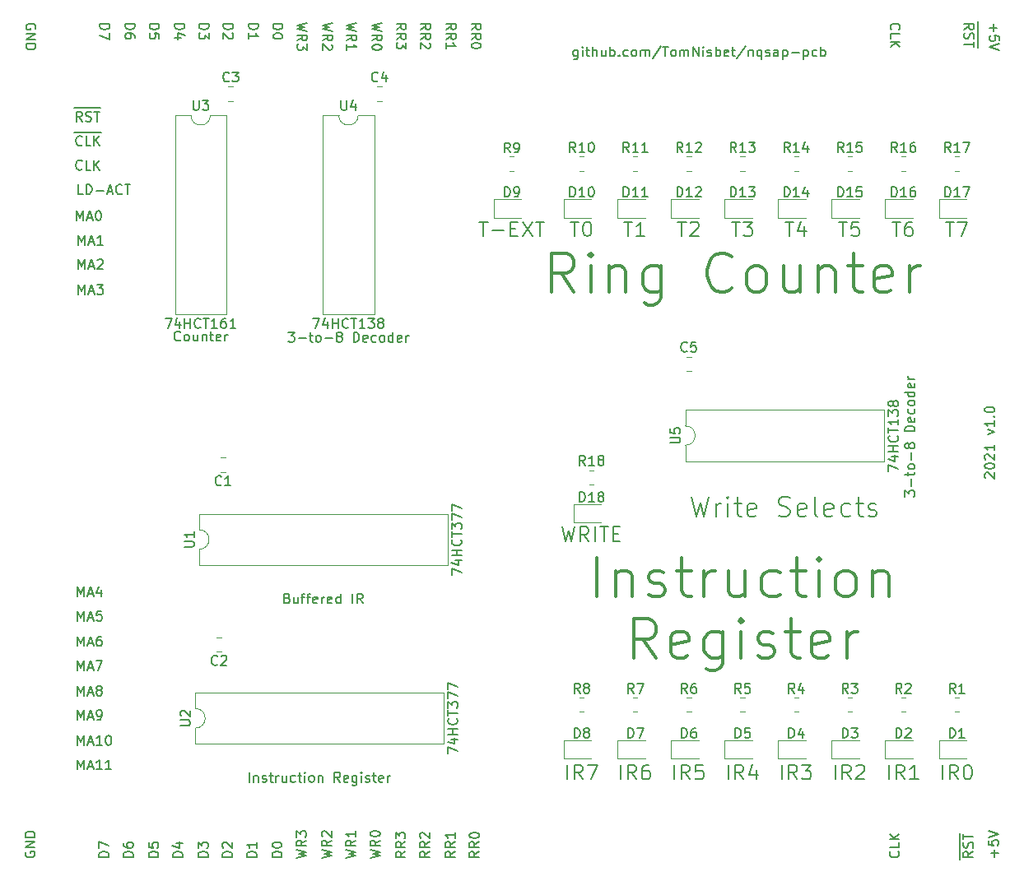
<source format=gto>
G04 #@! TF.GenerationSoftware,KiCad,Pcbnew,(5.1.9)-1*
G04 #@! TF.CreationDate,2021-10-24T09:52:10-04:00*
G04 #@! TF.ProjectId,ir-rc,69722d72-632e-46b6-9963-61645f706362,1.0*
G04 #@! TF.SameCoordinates,Original*
G04 #@! TF.FileFunction,Legend,Top*
G04 #@! TF.FilePolarity,Positive*
%FSLAX46Y46*%
G04 Gerber Fmt 4.6, Leading zero omitted, Abs format (unit mm)*
G04 Created by KiCad (PCBNEW (5.1.9)-1) date 2021-10-24 09:52:10*
%MOMM*%
%LPD*%
G01*
G04 APERTURE LIST*
%ADD10C,0.150000*%
%ADD11C,0.300000*%
%ADD12C,0.120000*%
%ADD13C,0.170000*%
%ADD14C,0.200000*%
%ADD15O,1.600000X1.600000*%
%ADD16R,1.600000X1.600000*%
%ADD17O,1.700000X1.700000*%
%ADD18R,1.700000X1.700000*%
G04 APERTURE END LIST*
D10*
X184647619Y-94866666D02*
X184600000Y-94819047D01*
X184552380Y-94723809D01*
X184552380Y-94485714D01*
X184600000Y-94390476D01*
X184647619Y-94342857D01*
X184742857Y-94295238D01*
X184838095Y-94295238D01*
X184980952Y-94342857D01*
X185552380Y-94914285D01*
X185552380Y-94295238D01*
X184552380Y-93676190D02*
X184552380Y-93580952D01*
X184600000Y-93485714D01*
X184647619Y-93438095D01*
X184742857Y-93390476D01*
X184933333Y-93342857D01*
X185171428Y-93342857D01*
X185361904Y-93390476D01*
X185457142Y-93438095D01*
X185504761Y-93485714D01*
X185552380Y-93580952D01*
X185552380Y-93676190D01*
X185504761Y-93771428D01*
X185457142Y-93819047D01*
X185361904Y-93866666D01*
X185171428Y-93914285D01*
X184933333Y-93914285D01*
X184742857Y-93866666D01*
X184647619Y-93819047D01*
X184600000Y-93771428D01*
X184552380Y-93676190D01*
X184647619Y-92961904D02*
X184600000Y-92914285D01*
X184552380Y-92819047D01*
X184552380Y-92580952D01*
X184600000Y-92485714D01*
X184647619Y-92438095D01*
X184742857Y-92390476D01*
X184838095Y-92390476D01*
X184980952Y-92438095D01*
X185552380Y-93009523D01*
X185552380Y-92390476D01*
X185552380Y-91438095D02*
X185552380Y-92009523D01*
X185552380Y-91723809D02*
X184552380Y-91723809D01*
X184695238Y-91819047D01*
X184790476Y-91914285D01*
X184838095Y-92009523D01*
X184885714Y-90342857D02*
X185552380Y-90104761D01*
X184885714Y-89866666D01*
X185552380Y-88961904D02*
X185552380Y-89533333D01*
X185552380Y-89247619D02*
X184552380Y-89247619D01*
X184695238Y-89342857D01*
X184790476Y-89438095D01*
X184838095Y-89533333D01*
X185457142Y-88533333D02*
X185504761Y-88485714D01*
X185552380Y-88533333D01*
X185504761Y-88580952D01*
X185457142Y-88533333D01*
X185552380Y-88533333D01*
X184552380Y-87866666D02*
X184552380Y-87771428D01*
X184600000Y-87676190D01*
X184647619Y-87628571D01*
X184742857Y-87580952D01*
X184933333Y-87533333D01*
X185171428Y-87533333D01*
X185361904Y-87580952D01*
X185457142Y-87628571D01*
X185504761Y-87676190D01*
X185552380Y-87771428D01*
X185552380Y-87866666D01*
X185504761Y-87961904D01*
X185457142Y-88009523D01*
X185361904Y-88057142D01*
X185171428Y-88104761D01*
X184933333Y-88104761D01*
X184742857Y-88057142D01*
X184647619Y-88009523D01*
X184600000Y-87961904D01*
X184552380Y-87866666D01*
X142700000Y-50785714D02*
X142700000Y-51595238D01*
X142652380Y-51690476D01*
X142604761Y-51738095D01*
X142509523Y-51785714D01*
X142366666Y-51785714D01*
X142271428Y-51738095D01*
X142700000Y-51404761D02*
X142604761Y-51452380D01*
X142414285Y-51452380D01*
X142319047Y-51404761D01*
X142271428Y-51357142D01*
X142223809Y-51261904D01*
X142223809Y-50976190D01*
X142271428Y-50880952D01*
X142319047Y-50833333D01*
X142414285Y-50785714D01*
X142604761Y-50785714D01*
X142700000Y-50833333D01*
X143176190Y-51452380D02*
X143176190Y-50785714D01*
X143176190Y-50452380D02*
X143128571Y-50500000D01*
X143176190Y-50547619D01*
X143223809Y-50500000D01*
X143176190Y-50452380D01*
X143176190Y-50547619D01*
X143509523Y-50785714D02*
X143890476Y-50785714D01*
X143652380Y-50452380D02*
X143652380Y-51309523D01*
X143700000Y-51404761D01*
X143795238Y-51452380D01*
X143890476Y-51452380D01*
X144223809Y-51452380D02*
X144223809Y-50452380D01*
X144652380Y-51452380D02*
X144652380Y-50928571D01*
X144604761Y-50833333D01*
X144509523Y-50785714D01*
X144366666Y-50785714D01*
X144271428Y-50833333D01*
X144223809Y-50880952D01*
X145557142Y-50785714D02*
X145557142Y-51452380D01*
X145128571Y-50785714D02*
X145128571Y-51309523D01*
X145176190Y-51404761D01*
X145271428Y-51452380D01*
X145414285Y-51452380D01*
X145509523Y-51404761D01*
X145557142Y-51357142D01*
X146033333Y-51452380D02*
X146033333Y-50452380D01*
X146033333Y-50833333D02*
X146128571Y-50785714D01*
X146319047Y-50785714D01*
X146414285Y-50833333D01*
X146461904Y-50880952D01*
X146509523Y-50976190D01*
X146509523Y-51261904D01*
X146461904Y-51357142D01*
X146414285Y-51404761D01*
X146319047Y-51452380D01*
X146128571Y-51452380D01*
X146033333Y-51404761D01*
X146938095Y-51357142D02*
X146985714Y-51404761D01*
X146938095Y-51452380D01*
X146890476Y-51404761D01*
X146938095Y-51357142D01*
X146938095Y-51452380D01*
X147842857Y-51404761D02*
X147747619Y-51452380D01*
X147557142Y-51452380D01*
X147461904Y-51404761D01*
X147414285Y-51357142D01*
X147366666Y-51261904D01*
X147366666Y-50976190D01*
X147414285Y-50880952D01*
X147461904Y-50833333D01*
X147557142Y-50785714D01*
X147747619Y-50785714D01*
X147842857Y-50833333D01*
X148414285Y-51452380D02*
X148319047Y-51404761D01*
X148271428Y-51357142D01*
X148223809Y-51261904D01*
X148223809Y-50976190D01*
X148271428Y-50880952D01*
X148319047Y-50833333D01*
X148414285Y-50785714D01*
X148557142Y-50785714D01*
X148652380Y-50833333D01*
X148700000Y-50880952D01*
X148747619Y-50976190D01*
X148747619Y-51261904D01*
X148700000Y-51357142D01*
X148652380Y-51404761D01*
X148557142Y-51452380D01*
X148414285Y-51452380D01*
X149176190Y-51452380D02*
X149176190Y-50785714D01*
X149176190Y-50880952D02*
X149223809Y-50833333D01*
X149319047Y-50785714D01*
X149461904Y-50785714D01*
X149557142Y-50833333D01*
X149604761Y-50928571D01*
X149604761Y-51452380D01*
X149604761Y-50928571D02*
X149652380Y-50833333D01*
X149747619Y-50785714D01*
X149890476Y-50785714D01*
X149985714Y-50833333D01*
X150033333Y-50928571D01*
X150033333Y-51452380D01*
X151223809Y-50404761D02*
X150366666Y-51690476D01*
X151414285Y-50452380D02*
X151985714Y-50452380D01*
X151700000Y-51452380D02*
X151700000Y-50452380D01*
X152461904Y-51452380D02*
X152366666Y-51404761D01*
X152319047Y-51357142D01*
X152271428Y-51261904D01*
X152271428Y-50976190D01*
X152319047Y-50880952D01*
X152366666Y-50833333D01*
X152461904Y-50785714D01*
X152604761Y-50785714D01*
X152700000Y-50833333D01*
X152747619Y-50880952D01*
X152795238Y-50976190D01*
X152795238Y-51261904D01*
X152747619Y-51357142D01*
X152700000Y-51404761D01*
X152604761Y-51452380D01*
X152461904Y-51452380D01*
X153223809Y-51452380D02*
X153223809Y-50785714D01*
X153223809Y-50880952D02*
X153271428Y-50833333D01*
X153366666Y-50785714D01*
X153509523Y-50785714D01*
X153604761Y-50833333D01*
X153652380Y-50928571D01*
X153652380Y-51452380D01*
X153652380Y-50928571D02*
X153700000Y-50833333D01*
X153795238Y-50785714D01*
X153938095Y-50785714D01*
X154033333Y-50833333D01*
X154080952Y-50928571D01*
X154080952Y-51452380D01*
X154557142Y-51452380D02*
X154557142Y-50452380D01*
X155128571Y-51452380D01*
X155128571Y-50452380D01*
X155604761Y-51452380D02*
X155604761Y-50785714D01*
X155604761Y-50452380D02*
X155557142Y-50500000D01*
X155604761Y-50547619D01*
X155652380Y-50500000D01*
X155604761Y-50452380D01*
X155604761Y-50547619D01*
X156033333Y-51404761D02*
X156128571Y-51452380D01*
X156319047Y-51452380D01*
X156414285Y-51404761D01*
X156461904Y-51309523D01*
X156461904Y-51261904D01*
X156414285Y-51166666D01*
X156319047Y-51119047D01*
X156176190Y-51119047D01*
X156080952Y-51071428D01*
X156033333Y-50976190D01*
X156033333Y-50928571D01*
X156080952Y-50833333D01*
X156176190Y-50785714D01*
X156319047Y-50785714D01*
X156414285Y-50833333D01*
X156890476Y-51452380D02*
X156890476Y-50452380D01*
X156890476Y-50833333D02*
X156985714Y-50785714D01*
X157176190Y-50785714D01*
X157271428Y-50833333D01*
X157319047Y-50880952D01*
X157366666Y-50976190D01*
X157366666Y-51261904D01*
X157319047Y-51357142D01*
X157271428Y-51404761D01*
X157176190Y-51452380D01*
X156985714Y-51452380D01*
X156890476Y-51404761D01*
X158176190Y-51404761D02*
X158080952Y-51452380D01*
X157890476Y-51452380D01*
X157795238Y-51404761D01*
X157747619Y-51309523D01*
X157747619Y-50928571D01*
X157795238Y-50833333D01*
X157890476Y-50785714D01*
X158080952Y-50785714D01*
X158176190Y-50833333D01*
X158223809Y-50928571D01*
X158223809Y-51023809D01*
X157747619Y-51119047D01*
X158509523Y-50785714D02*
X158890476Y-50785714D01*
X158652380Y-50452380D02*
X158652380Y-51309523D01*
X158700000Y-51404761D01*
X158795238Y-51452380D01*
X158890476Y-51452380D01*
X159938095Y-50404761D02*
X159080952Y-51690476D01*
X160271428Y-50785714D02*
X160271428Y-51452380D01*
X160271428Y-50880952D02*
X160319047Y-50833333D01*
X160414285Y-50785714D01*
X160557142Y-50785714D01*
X160652380Y-50833333D01*
X160700000Y-50928571D01*
X160700000Y-51452380D01*
X161604761Y-50785714D02*
X161604761Y-51785714D01*
X161604761Y-51404761D02*
X161509523Y-51452380D01*
X161319047Y-51452380D01*
X161223809Y-51404761D01*
X161176190Y-51357142D01*
X161128571Y-51261904D01*
X161128571Y-50976190D01*
X161176190Y-50880952D01*
X161223809Y-50833333D01*
X161319047Y-50785714D01*
X161509523Y-50785714D01*
X161604761Y-50833333D01*
X162033333Y-51404761D02*
X162128571Y-51452380D01*
X162319047Y-51452380D01*
X162414285Y-51404761D01*
X162461904Y-51309523D01*
X162461904Y-51261904D01*
X162414285Y-51166666D01*
X162319047Y-51119047D01*
X162176190Y-51119047D01*
X162080952Y-51071428D01*
X162033333Y-50976190D01*
X162033333Y-50928571D01*
X162080952Y-50833333D01*
X162176190Y-50785714D01*
X162319047Y-50785714D01*
X162414285Y-50833333D01*
X163319047Y-51452380D02*
X163319047Y-50928571D01*
X163271428Y-50833333D01*
X163176190Y-50785714D01*
X162985714Y-50785714D01*
X162890476Y-50833333D01*
X163319047Y-51404761D02*
X163223809Y-51452380D01*
X162985714Y-51452380D01*
X162890476Y-51404761D01*
X162842857Y-51309523D01*
X162842857Y-51214285D01*
X162890476Y-51119047D01*
X162985714Y-51071428D01*
X163223809Y-51071428D01*
X163319047Y-51023809D01*
X163795238Y-50785714D02*
X163795238Y-51785714D01*
X163795238Y-50833333D02*
X163890476Y-50785714D01*
X164080952Y-50785714D01*
X164176190Y-50833333D01*
X164223809Y-50880952D01*
X164271428Y-50976190D01*
X164271428Y-51261904D01*
X164223809Y-51357142D01*
X164176190Y-51404761D01*
X164080952Y-51452380D01*
X163890476Y-51452380D01*
X163795238Y-51404761D01*
X164700000Y-51071428D02*
X165461904Y-51071428D01*
X165938095Y-50785714D02*
X165938095Y-51785714D01*
X165938095Y-50833333D02*
X166033333Y-50785714D01*
X166223809Y-50785714D01*
X166319047Y-50833333D01*
X166366666Y-50880952D01*
X166414285Y-50976190D01*
X166414285Y-51261904D01*
X166366666Y-51357142D01*
X166319047Y-51404761D01*
X166223809Y-51452380D01*
X166033333Y-51452380D01*
X165938095Y-51404761D01*
X167271428Y-51404761D02*
X167176190Y-51452380D01*
X166985714Y-51452380D01*
X166890476Y-51404761D01*
X166842857Y-51357142D01*
X166795238Y-51261904D01*
X166795238Y-50976190D01*
X166842857Y-50880952D01*
X166890476Y-50833333D01*
X166985714Y-50785714D01*
X167176190Y-50785714D01*
X167271428Y-50833333D01*
X167700000Y-51452380D02*
X167700000Y-50452380D01*
X167700000Y-50833333D02*
X167795238Y-50785714D01*
X167985714Y-50785714D01*
X168080952Y-50833333D01*
X168128571Y-50880952D01*
X168176190Y-50976190D01*
X168176190Y-51261904D01*
X168128571Y-51357142D01*
X168080952Y-51404761D01*
X167985714Y-51452380D01*
X167795238Y-51452380D01*
X167700000Y-51404761D01*
X90897500Y-56785000D02*
X91897500Y-56785000D01*
X91707023Y-58152380D02*
X91373690Y-57676190D01*
X91135595Y-58152380D02*
X91135595Y-57152380D01*
X91516547Y-57152380D01*
X91611785Y-57200000D01*
X91659404Y-57247619D01*
X91707023Y-57342857D01*
X91707023Y-57485714D01*
X91659404Y-57580952D01*
X91611785Y-57628571D01*
X91516547Y-57676190D01*
X91135595Y-57676190D01*
X91897500Y-56785000D02*
X92849880Y-56785000D01*
X92087976Y-58104761D02*
X92230833Y-58152380D01*
X92468928Y-58152380D01*
X92564166Y-58104761D01*
X92611785Y-58057142D01*
X92659404Y-57961904D01*
X92659404Y-57866666D01*
X92611785Y-57771428D01*
X92564166Y-57723809D01*
X92468928Y-57676190D01*
X92278452Y-57628571D01*
X92183214Y-57580952D01*
X92135595Y-57533333D01*
X92087976Y-57438095D01*
X92087976Y-57342857D01*
X92135595Y-57247619D01*
X92183214Y-57200000D01*
X92278452Y-57152380D01*
X92516547Y-57152380D01*
X92659404Y-57200000D01*
X92849880Y-56785000D02*
X93611785Y-56785000D01*
X92945119Y-57152380D02*
X93516547Y-57152380D01*
X93230833Y-58152380D02*
X93230833Y-57152380D01*
X90897500Y-59285000D02*
X91897500Y-59285000D01*
X91707023Y-60557142D02*
X91659404Y-60604761D01*
X91516547Y-60652380D01*
X91421309Y-60652380D01*
X91278452Y-60604761D01*
X91183214Y-60509523D01*
X91135595Y-60414285D01*
X91087976Y-60223809D01*
X91087976Y-60080952D01*
X91135595Y-59890476D01*
X91183214Y-59795238D01*
X91278452Y-59700000D01*
X91421309Y-59652380D01*
X91516547Y-59652380D01*
X91659404Y-59700000D01*
X91707023Y-59747619D01*
X91897500Y-59285000D02*
X92707023Y-59285000D01*
X92611785Y-60652380D02*
X92135595Y-60652380D01*
X92135595Y-59652380D01*
X92707023Y-59285000D02*
X93707023Y-59285000D01*
X92945119Y-60652380D02*
X92945119Y-59652380D01*
X93516547Y-60652380D02*
X93087976Y-60080952D01*
X93516547Y-59652380D02*
X92945119Y-60223809D01*
X91707023Y-63057142D02*
X91659404Y-63104761D01*
X91516547Y-63152380D01*
X91421309Y-63152380D01*
X91278452Y-63104761D01*
X91183214Y-63009523D01*
X91135595Y-62914285D01*
X91087976Y-62723809D01*
X91087976Y-62580952D01*
X91135595Y-62390476D01*
X91183214Y-62295238D01*
X91278452Y-62200000D01*
X91421309Y-62152380D01*
X91516547Y-62152380D01*
X91659404Y-62200000D01*
X91707023Y-62247619D01*
X92611785Y-63152380D02*
X92135595Y-63152380D01*
X92135595Y-62152380D01*
X92945119Y-63152380D02*
X92945119Y-62152380D01*
X93516547Y-63152380D02*
X93087976Y-62580952D01*
X93516547Y-62152380D02*
X92945119Y-62723809D01*
X91811785Y-65652380D02*
X91335595Y-65652380D01*
X91335595Y-64652380D01*
X92145119Y-65652380D02*
X92145119Y-64652380D01*
X92383214Y-64652380D01*
X92526071Y-64700000D01*
X92621309Y-64795238D01*
X92668928Y-64890476D01*
X92716547Y-65080952D01*
X92716547Y-65223809D01*
X92668928Y-65414285D01*
X92621309Y-65509523D01*
X92526071Y-65604761D01*
X92383214Y-65652380D01*
X92145119Y-65652380D01*
X93145119Y-65271428D02*
X93907023Y-65271428D01*
X94335595Y-65366666D02*
X94811785Y-65366666D01*
X94240357Y-65652380D02*
X94573690Y-64652380D01*
X94907023Y-65652380D01*
X95811785Y-65557142D02*
X95764166Y-65604761D01*
X95621309Y-65652380D01*
X95526071Y-65652380D01*
X95383214Y-65604761D01*
X95287976Y-65509523D01*
X95240357Y-65414285D01*
X95192738Y-65223809D01*
X95192738Y-65080952D01*
X95240357Y-64890476D01*
X95287976Y-64795238D01*
X95383214Y-64700000D01*
X95526071Y-64652380D01*
X95621309Y-64652380D01*
X95764166Y-64700000D01*
X95811785Y-64747619D01*
X96097500Y-64652380D02*
X96668928Y-64652380D01*
X96383214Y-65652380D02*
X96383214Y-64652380D01*
X91335595Y-75952380D02*
X91335595Y-74952380D01*
X91668928Y-75666666D01*
X92002261Y-74952380D01*
X92002261Y-75952380D01*
X92430833Y-75666666D02*
X92907023Y-75666666D01*
X92335595Y-75952380D02*
X92668928Y-74952380D01*
X93002261Y-75952380D01*
X93240357Y-74952380D02*
X93859404Y-74952380D01*
X93526071Y-75333333D01*
X93668928Y-75333333D01*
X93764166Y-75380952D01*
X93811785Y-75428571D01*
X93859404Y-75523809D01*
X93859404Y-75761904D01*
X93811785Y-75857142D01*
X93764166Y-75904761D01*
X93668928Y-75952380D01*
X93383214Y-75952380D01*
X93287976Y-75904761D01*
X93240357Y-75857142D01*
X91335595Y-73352380D02*
X91335595Y-72352380D01*
X91668928Y-73066666D01*
X92002261Y-72352380D01*
X92002261Y-73352380D01*
X92430833Y-73066666D02*
X92907023Y-73066666D01*
X92335595Y-73352380D02*
X92668928Y-72352380D01*
X93002261Y-73352380D01*
X93287976Y-72447619D02*
X93335595Y-72400000D01*
X93430833Y-72352380D01*
X93668928Y-72352380D01*
X93764166Y-72400000D01*
X93811785Y-72447619D01*
X93859404Y-72542857D01*
X93859404Y-72638095D01*
X93811785Y-72780952D01*
X93240357Y-73352380D01*
X93859404Y-73352380D01*
X91335595Y-70852380D02*
X91335595Y-69852380D01*
X91668928Y-70566666D01*
X92002261Y-69852380D01*
X92002261Y-70852380D01*
X92430833Y-70566666D02*
X92907023Y-70566666D01*
X92335595Y-70852380D02*
X92668928Y-69852380D01*
X93002261Y-70852380D01*
X93859404Y-70852380D02*
X93287976Y-70852380D01*
X93573690Y-70852380D02*
X93573690Y-69852380D01*
X93478452Y-69995238D01*
X93383214Y-70090476D01*
X93287976Y-70138095D01*
X91235595Y-122352380D02*
X91235595Y-121352380D01*
X91568928Y-122066666D01*
X91902261Y-121352380D01*
X91902261Y-122352380D01*
X92330833Y-122066666D02*
X92807023Y-122066666D01*
X92235595Y-122352380D02*
X92568928Y-121352380D01*
X92902261Y-122352380D01*
X93759404Y-122352380D02*
X93187976Y-122352380D01*
X93473690Y-122352380D02*
X93473690Y-121352380D01*
X93378452Y-121495238D01*
X93283214Y-121590476D01*
X93187976Y-121638095D01*
X94378452Y-121352380D02*
X94473690Y-121352380D01*
X94568928Y-121400000D01*
X94616547Y-121447619D01*
X94664166Y-121542857D01*
X94711785Y-121733333D01*
X94711785Y-121971428D01*
X94664166Y-122161904D01*
X94616547Y-122257142D01*
X94568928Y-122304761D01*
X94473690Y-122352380D01*
X94378452Y-122352380D01*
X94283214Y-122304761D01*
X94235595Y-122257142D01*
X94187976Y-122161904D01*
X94140357Y-121971428D01*
X94140357Y-121733333D01*
X94187976Y-121542857D01*
X94235595Y-121447619D01*
X94283214Y-121400000D01*
X94378452Y-121352380D01*
X91235595Y-119752380D02*
X91235595Y-118752380D01*
X91568928Y-119466666D01*
X91902261Y-118752380D01*
X91902261Y-119752380D01*
X92330833Y-119466666D02*
X92807023Y-119466666D01*
X92235595Y-119752380D02*
X92568928Y-118752380D01*
X92902261Y-119752380D01*
X93283214Y-119752380D02*
X93473690Y-119752380D01*
X93568928Y-119704761D01*
X93616547Y-119657142D01*
X93711785Y-119514285D01*
X93759404Y-119323809D01*
X93759404Y-118942857D01*
X93711785Y-118847619D01*
X93664166Y-118800000D01*
X93568928Y-118752380D01*
X93378452Y-118752380D01*
X93283214Y-118800000D01*
X93235595Y-118847619D01*
X93187976Y-118942857D01*
X93187976Y-119180952D01*
X93235595Y-119276190D01*
X93283214Y-119323809D01*
X93378452Y-119371428D01*
X93568928Y-119371428D01*
X93664166Y-119323809D01*
X93711785Y-119276190D01*
X93759404Y-119180952D01*
X91235595Y-117252380D02*
X91235595Y-116252380D01*
X91568928Y-116966666D01*
X91902261Y-116252380D01*
X91902261Y-117252380D01*
X92330833Y-116966666D02*
X92807023Y-116966666D01*
X92235595Y-117252380D02*
X92568928Y-116252380D01*
X92902261Y-117252380D01*
X93378452Y-116680952D02*
X93283214Y-116633333D01*
X93235595Y-116585714D01*
X93187976Y-116490476D01*
X93187976Y-116442857D01*
X93235595Y-116347619D01*
X93283214Y-116300000D01*
X93378452Y-116252380D01*
X93568928Y-116252380D01*
X93664166Y-116300000D01*
X93711785Y-116347619D01*
X93759404Y-116442857D01*
X93759404Y-116490476D01*
X93711785Y-116585714D01*
X93664166Y-116633333D01*
X93568928Y-116680952D01*
X93378452Y-116680952D01*
X93283214Y-116728571D01*
X93235595Y-116776190D01*
X93187976Y-116871428D01*
X93187976Y-117061904D01*
X93235595Y-117157142D01*
X93283214Y-117204761D01*
X93378452Y-117252380D01*
X93568928Y-117252380D01*
X93664166Y-117204761D01*
X93711785Y-117157142D01*
X93759404Y-117061904D01*
X93759404Y-116871428D01*
X93711785Y-116776190D01*
X93664166Y-116728571D01*
X93568928Y-116680952D01*
X91235595Y-114652380D02*
X91235595Y-113652380D01*
X91568928Y-114366666D01*
X91902261Y-113652380D01*
X91902261Y-114652380D01*
X92330833Y-114366666D02*
X92807023Y-114366666D01*
X92235595Y-114652380D02*
X92568928Y-113652380D01*
X92902261Y-114652380D01*
X93140357Y-113652380D02*
X93807023Y-113652380D01*
X93378452Y-114652380D01*
X91235595Y-112152380D02*
X91235595Y-111152380D01*
X91568928Y-111866666D01*
X91902261Y-111152380D01*
X91902261Y-112152380D01*
X92330833Y-111866666D02*
X92807023Y-111866666D01*
X92235595Y-112152380D02*
X92568928Y-111152380D01*
X92902261Y-112152380D01*
X93664166Y-111152380D02*
X93473690Y-111152380D01*
X93378452Y-111200000D01*
X93330833Y-111247619D01*
X93235595Y-111390476D01*
X93187976Y-111580952D01*
X93187976Y-111961904D01*
X93235595Y-112057142D01*
X93283214Y-112104761D01*
X93378452Y-112152380D01*
X93568928Y-112152380D01*
X93664166Y-112104761D01*
X93711785Y-112057142D01*
X93759404Y-111961904D01*
X93759404Y-111723809D01*
X93711785Y-111628571D01*
X93664166Y-111580952D01*
X93568928Y-111533333D01*
X93378452Y-111533333D01*
X93283214Y-111580952D01*
X93235595Y-111628571D01*
X93187976Y-111723809D01*
X91235595Y-109552380D02*
X91235595Y-108552380D01*
X91568928Y-109266666D01*
X91902261Y-108552380D01*
X91902261Y-109552380D01*
X92330833Y-109266666D02*
X92807023Y-109266666D01*
X92235595Y-109552380D02*
X92568928Y-108552380D01*
X92902261Y-109552380D01*
X93711785Y-108552380D02*
X93235595Y-108552380D01*
X93187976Y-109028571D01*
X93235595Y-108980952D01*
X93330833Y-108933333D01*
X93568928Y-108933333D01*
X93664166Y-108980952D01*
X93711785Y-109028571D01*
X93759404Y-109123809D01*
X93759404Y-109361904D01*
X93711785Y-109457142D01*
X93664166Y-109504761D01*
X93568928Y-109552380D01*
X93330833Y-109552380D01*
X93235595Y-109504761D01*
X93187976Y-109457142D01*
X91235595Y-107052380D02*
X91235595Y-106052380D01*
X91568928Y-106766666D01*
X91902261Y-106052380D01*
X91902261Y-107052380D01*
X92330833Y-106766666D02*
X92807023Y-106766666D01*
X92235595Y-107052380D02*
X92568928Y-106052380D01*
X92902261Y-107052380D01*
X93664166Y-106385714D02*
X93664166Y-107052380D01*
X93426071Y-106004761D02*
X93187976Y-106719047D01*
X93807023Y-106719047D01*
X91235595Y-124852380D02*
X91235595Y-123852380D01*
X91568928Y-124566666D01*
X91902261Y-123852380D01*
X91902261Y-124852380D01*
X92330833Y-124566666D02*
X92807023Y-124566666D01*
X92235595Y-124852380D02*
X92568928Y-123852380D01*
X92902261Y-124852380D01*
X93759404Y-124852380D02*
X93187976Y-124852380D01*
X93473690Y-124852380D02*
X93473690Y-123852380D01*
X93378452Y-123995238D01*
X93283214Y-124090476D01*
X93187976Y-124138095D01*
X94711785Y-124852380D02*
X94140357Y-124852380D01*
X94426071Y-124852380D02*
X94426071Y-123852380D01*
X94330833Y-123995238D01*
X94235595Y-124090476D01*
X94140357Y-124138095D01*
X91135595Y-68352380D02*
X91135595Y-67352380D01*
X91468928Y-68066666D01*
X91802261Y-67352380D01*
X91802261Y-68352380D01*
X92230833Y-68066666D02*
X92707023Y-68066666D01*
X92135595Y-68352380D02*
X92468928Y-67352380D01*
X92802261Y-68352380D01*
X93326071Y-67352380D02*
X93421309Y-67352380D01*
X93516547Y-67400000D01*
X93564166Y-67447619D01*
X93611785Y-67542857D01*
X93659404Y-67733333D01*
X93659404Y-67971428D01*
X93611785Y-68161904D01*
X93564166Y-68257142D01*
X93516547Y-68304761D01*
X93421309Y-68352380D01*
X93326071Y-68352380D01*
X93230833Y-68304761D01*
X93183214Y-68257142D01*
X93135595Y-68161904D01*
X93087976Y-67971428D01*
X93087976Y-67733333D01*
X93135595Y-67542857D01*
X93183214Y-67447619D01*
X93230833Y-67400000D01*
X93326071Y-67352380D01*
D11*
X144652380Y-107059523D02*
X144652380Y-103059523D01*
X146557142Y-104392857D02*
X146557142Y-107059523D01*
X146557142Y-104773809D02*
X146747619Y-104583333D01*
X147128571Y-104392857D01*
X147700000Y-104392857D01*
X148080952Y-104583333D01*
X148271428Y-104964285D01*
X148271428Y-107059523D01*
X149985714Y-106869047D02*
X150366666Y-107059523D01*
X151128571Y-107059523D01*
X151509523Y-106869047D01*
X151700000Y-106488095D01*
X151700000Y-106297619D01*
X151509523Y-105916666D01*
X151128571Y-105726190D01*
X150557142Y-105726190D01*
X150176190Y-105535714D01*
X149985714Y-105154761D01*
X149985714Y-104964285D01*
X150176190Y-104583333D01*
X150557142Y-104392857D01*
X151128571Y-104392857D01*
X151509523Y-104583333D01*
X152842857Y-104392857D02*
X154366666Y-104392857D01*
X153414285Y-103059523D02*
X153414285Y-106488095D01*
X153604761Y-106869047D01*
X153985714Y-107059523D01*
X154366666Y-107059523D01*
X155700000Y-107059523D02*
X155700000Y-104392857D01*
X155700000Y-105154761D02*
X155890476Y-104773809D01*
X156080952Y-104583333D01*
X156461904Y-104392857D01*
X156842857Y-104392857D01*
X159890476Y-104392857D02*
X159890476Y-107059523D01*
X158176190Y-104392857D02*
X158176190Y-106488095D01*
X158366666Y-106869047D01*
X158747619Y-107059523D01*
X159319047Y-107059523D01*
X159700000Y-106869047D01*
X159890476Y-106678571D01*
X163509523Y-106869047D02*
X163128571Y-107059523D01*
X162366666Y-107059523D01*
X161985714Y-106869047D01*
X161795238Y-106678571D01*
X161604761Y-106297619D01*
X161604761Y-105154761D01*
X161795238Y-104773809D01*
X161985714Y-104583333D01*
X162366666Y-104392857D01*
X163128571Y-104392857D01*
X163509523Y-104583333D01*
X164652380Y-104392857D02*
X166176190Y-104392857D01*
X165223809Y-103059523D02*
X165223809Y-106488095D01*
X165414285Y-106869047D01*
X165795238Y-107059523D01*
X166176190Y-107059523D01*
X167509523Y-107059523D02*
X167509523Y-104392857D01*
X167509523Y-103059523D02*
X167319047Y-103250000D01*
X167509523Y-103440476D01*
X167700000Y-103250000D01*
X167509523Y-103059523D01*
X167509523Y-103440476D01*
X169985714Y-107059523D02*
X169604761Y-106869047D01*
X169414285Y-106678571D01*
X169223809Y-106297619D01*
X169223809Y-105154761D01*
X169414285Y-104773809D01*
X169604761Y-104583333D01*
X169985714Y-104392857D01*
X170557142Y-104392857D01*
X170938095Y-104583333D01*
X171128571Y-104773809D01*
X171319047Y-105154761D01*
X171319047Y-106297619D01*
X171128571Y-106678571D01*
X170938095Y-106869047D01*
X170557142Y-107059523D01*
X169985714Y-107059523D01*
X173033333Y-104392857D02*
X173033333Y-107059523D01*
X173033333Y-104773809D02*
X173223809Y-104583333D01*
X173604761Y-104392857D01*
X174176190Y-104392857D01*
X174557142Y-104583333D01*
X174747619Y-104964285D01*
X174747619Y-107059523D01*
X150747619Y-113359523D02*
X149414285Y-111454761D01*
X148461904Y-113359523D02*
X148461904Y-109359523D01*
X149985714Y-109359523D01*
X150366666Y-109550000D01*
X150557142Y-109740476D01*
X150747619Y-110121428D01*
X150747619Y-110692857D01*
X150557142Y-111073809D01*
X150366666Y-111264285D01*
X149985714Y-111454761D01*
X148461904Y-111454761D01*
X153985714Y-113169047D02*
X153604761Y-113359523D01*
X152842857Y-113359523D01*
X152461904Y-113169047D01*
X152271428Y-112788095D01*
X152271428Y-111264285D01*
X152461904Y-110883333D01*
X152842857Y-110692857D01*
X153604761Y-110692857D01*
X153985714Y-110883333D01*
X154176190Y-111264285D01*
X154176190Y-111645238D01*
X152271428Y-112026190D01*
X157604761Y-110692857D02*
X157604761Y-113930952D01*
X157414285Y-114311904D01*
X157223809Y-114502380D01*
X156842857Y-114692857D01*
X156271428Y-114692857D01*
X155890476Y-114502380D01*
X157604761Y-113169047D02*
X157223809Y-113359523D01*
X156461904Y-113359523D01*
X156080952Y-113169047D01*
X155890476Y-112978571D01*
X155700000Y-112597619D01*
X155700000Y-111454761D01*
X155890476Y-111073809D01*
X156080952Y-110883333D01*
X156461904Y-110692857D01*
X157223809Y-110692857D01*
X157604761Y-110883333D01*
X159509523Y-113359523D02*
X159509523Y-110692857D01*
X159509523Y-109359523D02*
X159319047Y-109550000D01*
X159509523Y-109740476D01*
X159700000Y-109550000D01*
X159509523Y-109359523D01*
X159509523Y-109740476D01*
X161223809Y-113169047D02*
X161604761Y-113359523D01*
X162366666Y-113359523D01*
X162747619Y-113169047D01*
X162938095Y-112788095D01*
X162938095Y-112597619D01*
X162747619Y-112216666D01*
X162366666Y-112026190D01*
X161795238Y-112026190D01*
X161414285Y-111835714D01*
X161223809Y-111454761D01*
X161223809Y-111264285D01*
X161414285Y-110883333D01*
X161795238Y-110692857D01*
X162366666Y-110692857D01*
X162747619Y-110883333D01*
X164080952Y-110692857D02*
X165604761Y-110692857D01*
X164652380Y-109359523D02*
X164652380Y-112788095D01*
X164842857Y-113169047D01*
X165223809Y-113359523D01*
X165604761Y-113359523D01*
X168461904Y-113169047D02*
X168080952Y-113359523D01*
X167319047Y-113359523D01*
X166938095Y-113169047D01*
X166747619Y-112788095D01*
X166747619Y-111264285D01*
X166938095Y-110883333D01*
X167319047Y-110692857D01*
X168080952Y-110692857D01*
X168461904Y-110883333D01*
X168652380Y-111264285D01*
X168652380Y-111645238D01*
X166747619Y-112026190D01*
X170366666Y-113359523D02*
X170366666Y-110692857D01*
X170366666Y-111454761D02*
X170557142Y-111073809D01*
X170747619Y-110883333D01*
X171128571Y-110692857D01*
X171509523Y-110692857D01*
X142319047Y-75709523D02*
X140985714Y-73804761D01*
X140033333Y-75709523D02*
X140033333Y-71709523D01*
X141557142Y-71709523D01*
X141938095Y-71900000D01*
X142128571Y-72090476D01*
X142319047Y-72471428D01*
X142319047Y-73042857D01*
X142128571Y-73423809D01*
X141938095Y-73614285D01*
X141557142Y-73804761D01*
X140033333Y-73804761D01*
X144033333Y-75709523D02*
X144033333Y-73042857D01*
X144033333Y-71709523D02*
X143842857Y-71900000D01*
X144033333Y-72090476D01*
X144223809Y-71900000D01*
X144033333Y-71709523D01*
X144033333Y-72090476D01*
X145938095Y-73042857D02*
X145938095Y-75709523D01*
X145938095Y-73423809D02*
X146128571Y-73233333D01*
X146509523Y-73042857D01*
X147080952Y-73042857D01*
X147461904Y-73233333D01*
X147652380Y-73614285D01*
X147652380Y-75709523D01*
X151271428Y-73042857D02*
X151271428Y-76280952D01*
X151080952Y-76661904D01*
X150890476Y-76852380D01*
X150509523Y-77042857D01*
X149938095Y-77042857D01*
X149557142Y-76852380D01*
X151271428Y-75519047D02*
X150890476Y-75709523D01*
X150128571Y-75709523D01*
X149747619Y-75519047D01*
X149557142Y-75328571D01*
X149366666Y-74947619D01*
X149366666Y-73804761D01*
X149557142Y-73423809D01*
X149747619Y-73233333D01*
X150128571Y-73042857D01*
X150890476Y-73042857D01*
X151271428Y-73233333D01*
X158509523Y-75328571D02*
X158319047Y-75519047D01*
X157747619Y-75709523D01*
X157366666Y-75709523D01*
X156795238Y-75519047D01*
X156414285Y-75138095D01*
X156223809Y-74757142D01*
X156033333Y-73995238D01*
X156033333Y-73423809D01*
X156223809Y-72661904D01*
X156414285Y-72280952D01*
X156795238Y-71900000D01*
X157366666Y-71709523D01*
X157747619Y-71709523D01*
X158319047Y-71900000D01*
X158509523Y-72090476D01*
X160795238Y-75709523D02*
X160414285Y-75519047D01*
X160223809Y-75328571D01*
X160033333Y-74947619D01*
X160033333Y-73804761D01*
X160223809Y-73423809D01*
X160414285Y-73233333D01*
X160795238Y-73042857D01*
X161366666Y-73042857D01*
X161747619Y-73233333D01*
X161938095Y-73423809D01*
X162128571Y-73804761D01*
X162128571Y-74947619D01*
X161938095Y-75328571D01*
X161747619Y-75519047D01*
X161366666Y-75709523D01*
X160795238Y-75709523D01*
X165557142Y-73042857D02*
X165557142Y-75709523D01*
X163842857Y-73042857D02*
X163842857Y-75138095D01*
X164033333Y-75519047D01*
X164414285Y-75709523D01*
X164985714Y-75709523D01*
X165366666Y-75519047D01*
X165557142Y-75328571D01*
X167461904Y-73042857D02*
X167461904Y-75709523D01*
X167461904Y-73423809D02*
X167652380Y-73233333D01*
X168033333Y-73042857D01*
X168604761Y-73042857D01*
X168985714Y-73233333D01*
X169176190Y-73614285D01*
X169176190Y-75709523D01*
X170509523Y-73042857D02*
X172033333Y-73042857D01*
X171080952Y-71709523D02*
X171080952Y-75138095D01*
X171271428Y-75519047D01*
X171652380Y-75709523D01*
X172033333Y-75709523D01*
X174890476Y-75519047D02*
X174509523Y-75709523D01*
X173747619Y-75709523D01*
X173366666Y-75519047D01*
X173176190Y-75138095D01*
X173176190Y-73614285D01*
X173366666Y-73233333D01*
X173747619Y-73042857D01*
X174509523Y-73042857D01*
X174890476Y-73233333D01*
X175080952Y-73614285D01*
X175080952Y-73995238D01*
X173176190Y-74376190D01*
X176795238Y-75709523D02*
X176795238Y-73042857D01*
X176795238Y-73804761D02*
X176985714Y-73423809D01*
X177176190Y-73233333D01*
X177557142Y-73042857D01*
X177938095Y-73042857D01*
D10*
X174942857Y-48707023D02*
X174895238Y-48659404D01*
X174847619Y-48516547D01*
X174847619Y-48421309D01*
X174895238Y-48278452D01*
X174990476Y-48183214D01*
X175085714Y-48135595D01*
X175276190Y-48087976D01*
X175419047Y-48087976D01*
X175609523Y-48135595D01*
X175704761Y-48183214D01*
X175800000Y-48278452D01*
X175847619Y-48421309D01*
X175847619Y-48516547D01*
X175800000Y-48659404D01*
X175752380Y-48707023D01*
X174847619Y-49611785D02*
X174847619Y-49135595D01*
X175847619Y-49135595D01*
X174847619Y-49945119D02*
X175847619Y-49945119D01*
X174847619Y-50516547D02*
X175419047Y-50087976D01*
X175847619Y-50516547D02*
X175276190Y-49945119D01*
X183815000Y-47897500D02*
X183815000Y-48897500D01*
X182447619Y-48707023D02*
X182923809Y-48373690D01*
X182447619Y-48135595D02*
X183447619Y-48135595D01*
X183447619Y-48516547D01*
X183400000Y-48611785D01*
X183352380Y-48659404D01*
X183257142Y-48707023D01*
X183114285Y-48707023D01*
X183019047Y-48659404D01*
X182971428Y-48611785D01*
X182923809Y-48516547D01*
X182923809Y-48135595D01*
X183815000Y-48897500D02*
X183815000Y-49849880D01*
X182495238Y-49087976D02*
X182447619Y-49230833D01*
X182447619Y-49468928D01*
X182495238Y-49564166D01*
X182542857Y-49611785D01*
X182638095Y-49659404D01*
X182733333Y-49659404D01*
X182828571Y-49611785D01*
X182876190Y-49564166D01*
X182923809Y-49468928D01*
X182971428Y-49278452D01*
X183019047Y-49183214D01*
X183066666Y-49135595D01*
X183161904Y-49087976D01*
X183257142Y-49087976D01*
X183352380Y-49135595D01*
X183400000Y-49183214D01*
X183447619Y-49278452D01*
X183447619Y-49516547D01*
X183400000Y-49659404D01*
X183815000Y-49849880D02*
X183815000Y-50611785D01*
X183447619Y-49945119D02*
X183447619Y-50516547D01*
X182447619Y-50230833D02*
X183447619Y-50230833D01*
X185428571Y-48135595D02*
X185428571Y-48897500D01*
X185047619Y-48516547D02*
X185809523Y-48516547D01*
X186047619Y-49849880D02*
X186047619Y-49373690D01*
X185571428Y-49326071D01*
X185619047Y-49373690D01*
X185666666Y-49468928D01*
X185666666Y-49707023D01*
X185619047Y-49802261D01*
X185571428Y-49849880D01*
X185476190Y-49897500D01*
X185238095Y-49897500D01*
X185142857Y-49849880D01*
X185095238Y-49802261D01*
X185047619Y-49707023D01*
X185047619Y-49468928D01*
X185095238Y-49373690D01*
X185142857Y-49326071D01*
X186047619Y-50183214D02*
X185047619Y-50516547D01*
X186047619Y-50849880D01*
X86900000Y-48659404D02*
X86947619Y-48564166D01*
X86947619Y-48421309D01*
X86900000Y-48278452D01*
X86804761Y-48183214D01*
X86709523Y-48135595D01*
X86519047Y-48087976D01*
X86376190Y-48087976D01*
X86185714Y-48135595D01*
X86090476Y-48183214D01*
X85995238Y-48278452D01*
X85947619Y-48421309D01*
X85947619Y-48516547D01*
X85995238Y-48659404D01*
X86042857Y-48707023D01*
X86376190Y-48707023D01*
X86376190Y-48516547D01*
X85947619Y-49135595D02*
X86947619Y-49135595D01*
X85947619Y-49707023D01*
X86947619Y-49707023D01*
X85947619Y-50183214D02*
X86947619Y-50183214D01*
X86947619Y-50421309D01*
X86900000Y-50564166D01*
X86804761Y-50659404D01*
X86709523Y-50707023D01*
X86519047Y-50754642D01*
X86376190Y-50754642D01*
X86185714Y-50707023D01*
X86090476Y-50659404D01*
X85995238Y-50564166D01*
X85947619Y-50421309D01*
X85947619Y-50183214D01*
X101247619Y-48135595D02*
X102247619Y-48135595D01*
X102247619Y-48373690D01*
X102200000Y-48516547D01*
X102104761Y-48611785D01*
X102009523Y-48659404D01*
X101819047Y-48707023D01*
X101676190Y-48707023D01*
X101485714Y-48659404D01*
X101390476Y-48611785D01*
X101295238Y-48516547D01*
X101247619Y-48373690D01*
X101247619Y-48135595D01*
X101914285Y-49564166D02*
X101247619Y-49564166D01*
X102295238Y-49326071D02*
X101580952Y-49087976D01*
X101580952Y-49707023D01*
X111347619Y-48135595D02*
X112347619Y-48135595D01*
X112347619Y-48373690D01*
X112300000Y-48516547D01*
X112204761Y-48611785D01*
X112109523Y-48659404D01*
X111919047Y-48707023D01*
X111776190Y-48707023D01*
X111585714Y-48659404D01*
X111490476Y-48611785D01*
X111395238Y-48516547D01*
X111347619Y-48373690D01*
X111347619Y-48135595D01*
X112347619Y-49326071D02*
X112347619Y-49421309D01*
X112300000Y-49516547D01*
X112252380Y-49564166D01*
X112157142Y-49611785D01*
X111966666Y-49659404D01*
X111728571Y-49659404D01*
X111538095Y-49611785D01*
X111442857Y-49564166D01*
X111395238Y-49516547D01*
X111347619Y-49421309D01*
X111347619Y-49326071D01*
X111395238Y-49230833D01*
X111442857Y-49183214D01*
X111538095Y-49135595D01*
X111728571Y-49087976D01*
X111966666Y-49087976D01*
X112157142Y-49135595D01*
X112252380Y-49183214D01*
X112300000Y-49230833D01*
X112347619Y-49326071D01*
X98647619Y-48135595D02*
X99647619Y-48135595D01*
X99647619Y-48373690D01*
X99600000Y-48516547D01*
X99504761Y-48611785D01*
X99409523Y-48659404D01*
X99219047Y-48707023D01*
X99076190Y-48707023D01*
X98885714Y-48659404D01*
X98790476Y-48611785D01*
X98695238Y-48516547D01*
X98647619Y-48373690D01*
X98647619Y-48135595D01*
X99647619Y-49611785D02*
X99647619Y-49135595D01*
X99171428Y-49087976D01*
X99219047Y-49135595D01*
X99266666Y-49230833D01*
X99266666Y-49468928D01*
X99219047Y-49564166D01*
X99171428Y-49611785D01*
X99076190Y-49659404D01*
X98838095Y-49659404D01*
X98742857Y-49611785D01*
X98695238Y-49564166D01*
X98647619Y-49468928D01*
X98647619Y-49230833D01*
X98695238Y-49135595D01*
X98742857Y-49087976D01*
X114847619Y-48040357D02*
X113847619Y-48278452D01*
X114561904Y-48468928D01*
X113847619Y-48659404D01*
X114847619Y-48897500D01*
X113847619Y-49849880D02*
X114323809Y-49516547D01*
X113847619Y-49278452D02*
X114847619Y-49278452D01*
X114847619Y-49659404D01*
X114800000Y-49754642D01*
X114752380Y-49802261D01*
X114657142Y-49849880D01*
X114514285Y-49849880D01*
X114419047Y-49802261D01*
X114371428Y-49754642D01*
X114323809Y-49659404D01*
X114323809Y-49278452D01*
X114847619Y-50183214D02*
X114847619Y-50802261D01*
X114466666Y-50468928D01*
X114466666Y-50611785D01*
X114419047Y-50707023D01*
X114371428Y-50754642D01*
X114276190Y-50802261D01*
X114038095Y-50802261D01*
X113942857Y-50754642D01*
X113895238Y-50707023D01*
X113847619Y-50611785D01*
X113847619Y-50326071D01*
X113895238Y-50230833D01*
X113942857Y-50183214D01*
X108847619Y-48135595D02*
X109847619Y-48135595D01*
X109847619Y-48373690D01*
X109800000Y-48516547D01*
X109704761Y-48611785D01*
X109609523Y-48659404D01*
X109419047Y-48707023D01*
X109276190Y-48707023D01*
X109085714Y-48659404D01*
X108990476Y-48611785D01*
X108895238Y-48516547D01*
X108847619Y-48373690D01*
X108847619Y-48135595D01*
X108847619Y-49659404D02*
X108847619Y-49087976D01*
X108847619Y-49373690D02*
X109847619Y-49373690D01*
X109704761Y-49278452D01*
X109609523Y-49183214D01*
X109561904Y-49087976D01*
X103747619Y-48135595D02*
X104747619Y-48135595D01*
X104747619Y-48373690D01*
X104700000Y-48516547D01*
X104604761Y-48611785D01*
X104509523Y-48659404D01*
X104319047Y-48707023D01*
X104176190Y-48707023D01*
X103985714Y-48659404D01*
X103890476Y-48611785D01*
X103795238Y-48516547D01*
X103747619Y-48373690D01*
X103747619Y-48135595D01*
X104747619Y-49040357D02*
X104747619Y-49659404D01*
X104366666Y-49326071D01*
X104366666Y-49468928D01*
X104319047Y-49564166D01*
X104271428Y-49611785D01*
X104176190Y-49659404D01*
X103938095Y-49659404D01*
X103842857Y-49611785D01*
X103795238Y-49564166D01*
X103747619Y-49468928D01*
X103747619Y-49183214D01*
X103795238Y-49087976D01*
X103842857Y-49040357D01*
X96147619Y-48135595D02*
X97147619Y-48135595D01*
X97147619Y-48373690D01*
X97100000Y-48516547D01*
X97004761Y-48611785D01*
X96909523Y-48659404D01*
X96719047Y-48707023D01*
X96576190Y-48707023D01*
X96385714Y-48659404D01*
X96290476Y-48611785D01*
X96195238Y-48516547D01*
X96147619Y-48373690D01*
X96147619Y-48135595D01*
X97147619Y-49564166D02*
X97147619Y-49373690D01*
X97100000Y-49278452D01*
X97052380Y-49230833D01*
X96909523Y-49135595D01*
X96719047Y-49087976D01*
X96338095Y-49087976D01*
X96242857Y-49135595D01*
X96195238Y-49183214D01*
X96147619Y-49278452D01*
X96147619Y-49468928D01*
X96195238Y-49564166D01*
X96242857Y-49611785D01*
X96338095Y-49659404D01*
X96576190Y-49659404D01*
X96671428Y-49611785D01*
X96719047Y-49564166D01*
X96766666Y-49468928D01*
X96766666Y-49278452D01*
X96719047Y-49183214D01*
X96671428Y-49135595D01*
X96576190Y-49087976D01*
X93547619Y-48135595D02*
X94547619Y-48135595D01*
X94547619Y-48373690D01*
X94500000Y-48516547D01*
X94404761Y-48611785D01*
X94309523Y-48659404D01*
X94119047Y-48707023D01*
X93976190Y-48707023D01*
X93785714Y-48659404D01*
X93690476Y-48611785D01*
X93595238Y-48516547D01*
X93547619Y-48373690D01*
X93547619Y-48135595D01*
X94547619Y-49040357D02*
X94547619Y-49707023D01*
X93547619Y-49278452D01*
X106247619Y-48135595D02*
X107247619Y-48135595D01*
X107247619Y-48373690D01*
X107200000Y-48516547D01*
X107104761Y-48611785D01*
X107009523Y-48659404D01*
X106819047Y-48707023D01*
X106676190Y-48707023D01*
X106485714Y-48659404D01*
X106390476Y-48611785D01*
X106295238Y-48516547D01*
X106247619Y-48373690D01*
X106247619Y-48135595D01*
X107152380Y-49087976D02*
X107200000Y-49135595D01*
X107247619Y-49230833D01*
X107247619Y-49468928D01*
X107200000Y-49564166D01*
X107152380Y-49611785D01*
X107057142Y-49659404D01*
X106961904Y-49659404D01*
X106819047Y-49611785D01*
X106247619Y-49040357D01*
X106247619Y-49659404D01*
X117447619Y-48040357D02*
X116447619Y-48278452D01*
X117161904Y-48468928D01*
X116447619Y-48659404D01*
X117447619Y-48897500D01*
X116447619Y-49849880D02*
X116923809Y-49516547D01*
X116447619Y-49278452D02*
X117447619Y-49278452D01*
X117447619Y-49659404D01*
X117400000Y-49754642D01*
X117352380Y-49802261D01*
X117257142Y-49849880D01*
X117114285Y-49849880D01*
X117019047Y-49802261D01*
X116971428Y-49754642D01*
X116923809Y-49659404D01*
X116923809Y-49278452D01*
X117352380Y-50230833D02*
X117400000Y-50278452D01*
X117447619Y-50373690D01*
X117447619Y-50611785D01*
X117400000Y-50707023D01*
X117352380Y-50754642D01*
X117257142Y-50802261D01*
X117161904Y-50802261D01*
X117019047Y-50754642D01*
X116447619Y-50183214D01*
X116447619Y-50802261D01*
X119947619Y-48040357D02*
X118947619Y-48278452D01*
X119661904Y-48468928D01*
X118947619Y-48659404D01*
X119947619Y-48897500D01*
X118947619Y-49849880D02*
X119423809Y-49516547D01*
X118947619Y-49278452D02*
X119947619Y-49278452D01*
X119947619Y-49659404D01*
X119900000Y-49754642D01*
X119852380Y-49802261D01*
X119757142Y-49849880D01*
X119614285Y-49849880D01*
X119519047Y-49802261D01*
X119471428Y-49754642D01*
X119423809Y-49659404D01*
X119423809Y-49278452D01*
X118947619Y-50802261D02*
X118947619Y-50230833D01*
X118947619Y-50516547D02*
X119947619Y-50516547D01*
X119804761Y-50421309D01*
X119709523Y-50326071D01*
X119661904Y-50230833D01*
X129147619Y-48707023D02*
X129623809Y-48373690D01*
X129147619Y-48135595D02*
X130147619Y-48135595D01*
X130147619Y-48516547D01*
X130100000Y-48611785D01*
X130052380Y-48659404D01*
X129957142Y-48707023D01*
X129814285Y-48707023D01*
X129719047Y-48659404D01*
X129671428Y-48611785D01*
X129623809Y-48516547D01*
X129623809Y-48135595D01*
X129147619Y-49707023D02*
X129623809Y-49373690D01*
X129147619Y-49135595D02*
X130147619Y-49135595D01*
X130147619Y-49516547D01*
X130100000Y-49611785D01*
X130052380Y-49659404D01*
X129957142Y-49707023D01*
X129814285Y-49707023D01*
X129719047Y-49659404D01*
X129671428Y-49611785D01*
X129623809Y-49516547D01*
X129623809Y-49135595D01*
X129147619Y-50659404D02*
X129147619Y-50087976D01*
X129147619Y-50373690D02*
X130147619Y-50373690D01*
X130004761Y-50278452D01*
X129909523Y-50183214D01*
X129861904Y-50087976D01*
X131747619Y-48707023D02*
X132223809Y-48373690D01*
X131747619Y-48135595D02*
X132747619Y-48135595D01*
X132747619Y-48516547D01*
X132700000Y-48611785D01*
X132652380Y-48659404D01*
X132557142Y-48707023D01*
X132414285Y-48707023D01*
X132319047Y-48659404D01*
X132271428Y-48611785D01*
X132223809Y-48516547D01*
X132223809Y-48135595D01*
X131747619Y-49707023D02*
X132223809Y-49373690D01*
X131747619Y-49135595D02*
X132747619Y-49135595D01*
X132747619Y-49516547D01*
X132700000Y-49611785D01*
X132652380Y-49659404D01*
X132557142Y-49707023D01*
X132414285Y-49707023D01*
X132319047Y-49659404D01*
X132271428Y-49611785D01*
X132223809Y-49516547D01*
X132223809Y-49135595D01*
X132747619Y-50326071D02*
X132747619Y-50421309D01*
X132700000Y-50516547D01*
X132652380Y-50564166D01*
X132557142Y-50611785D01*
X132366666Y-50659404D01*
X132128571Y-50659404D01*
X131938095Y-50611785D01*
X131842857Y-50564166D01*
X131795238Y-50516547D01*
X131747619Y-50421309D01*
X131747619Y-50326071D01*
X131795238Y-50230833D01*
X131842857Y-50183214D01*
X131938095Y-50135595D01*
X132128571Y-50087976D01*
X132366666Y-50087976D01*
X132557142Y-50135595D01*
X132652380Y-50183214D01*
X132700000Y-50230833D01*
X132747619Y-50326071D01*
X124047619Y-48707023D02*
X124523809Y-48373690D01*
X124047619Y-48135595D02*
X125047619Y-48135595D01*
X125047619Y-48516547D01*
X125000000Y-48611785D01*
X124952380Y-48659404D01*
X124857142Y-48707023D01*
X124714285Y-48707023D01*
X124619047Y-48659404D01*
X124571428Y-48611785D01*
X124523809Y-48516547D01*
X124523809Y-48135595D01*
X124047619Y-49707023D02*
X124523809Y-49373690D01*
X124047619Y-49135595D02*
X125047619Y-49135595D01*
X125047619Y-49516547D01*
X125000000Y-49611785D01*
X124952380Y-49659404D01*
X124857142Y-49707023D01*
X124714285Y-49707023D01*
X124619047Y-49659404D01*
X124571428Y-49611785D01*
X124523809Y-49516547D01*
X124523809Y-49135595D01*
X125047619Y-50040357D02*
X125047619Y-50659404D01*
X124666666Y-50326071D01*
X124666666Y-50468928D01*
X124619047Y-50564166D01*
X124571428Y-50611785D01*
X124476190Y-50659404D01*
X124238095Y-50659404D01*
X124142857Y-50611785D01*
X124095238Y-50564166D01*
X124047619Y-50468928D01*
X124047619Y-50183214D01*
X124095238Y-50087976D01*
X124142857Y-50040357D01*
X122547619Y-48040357D02*
X121547619Y-48278452D01*
X122261904Y-48468928D01*
X121547619Y-48659404D01*
X122547619Y-48897500D01*
X121547619Y-49849880D02*
X122023809Y-49516547D01*
X121547619Y-49278452D02*
X122547619Y-49278452D01*
X122547619Y-49659404D01*
X122500000Y-49754642D01*
X122452380Y-49802261D01*
X122357142Y-49849880D01*
X122214285Y-49849880D01*
X122119047Y-49802261D01*
X122071428Y-49754642D01*
X122023809Y-49659404D01*
X122023809Y-49278452D01*
X122547619Y-50468928D02*
X122547619Y-50564166D01*
X122500000Y-50659404D01*
X122452380Y-50707023D01*
X122357142Y-50754642D01*
X122166666Y-50802261D01*
X121928571Y-50802261D01*
X121738095Y-50754642D01*
X121642857Y-50707023D01*
X121595238Y-50659404D01*
X121547619Y-50564166D01*
X121547619Y-50468928D01*
X121595238Y-50373690D01*
X121642857Y-50326071D01*
X121738095Y-50278452D01*
X121928571Y-50230833D01*
X122166666Y-50230833D01*
X122357142Y-50278452D01*
X122452380Y-50326071D01*
X122500000Y-50373690D01*
X122547619Y-50468928D01*
X126547619Y-48707023D02*
X127023809Y-48373690D01*
X126547619Y-48135595D02*
X127547619Y-48135595D01*
X127547619Y-48516547D01*
X127500000Y-48611785D01*
X127452380Y-48659404D01*
X127357142Y-48707023D01*
X127214285Y-48707023D01*
X127119047Y-48659404D01*
X127071428Y-48611785D01*
X127023809Y-48516547D01*
X127023809Y-48135595D01*
X126547619Y-49707023D02*
X127023809Y-49373690D01*
X126547619Y-49135595D02*
X127547619Y-49135595D01*
X127547619Y-49516547D01*
X127500000Y-49611785D01*
X127452380Y-49659404D01*
X127357142Y-49707023D01*
X127214285Y-49707023D01*
X127119047Y-49659404D01*
X127071428Y-49611785D01*
X127023809Y-49516547D01*
X127023809Y-49135595D01*
X127452380Y-50087976D02*
X127500000Y-50135595D01*
X127547619Y-50230833D01*
X127547619Y-50468928D01*
X127500000Y-50564166D01*
X127452380Y-50611785D01*
X127357142Y-50659404D01*
X127261904Y-50659404D01*
X127119047Y-50611785D01*
X126547619Y-50040357D01*
X126547619Y-50659404D01*
X185571428Y-133864404D02*
X185571428Y-133102500D01*
X185952380Y-133483452D02*
X185190476Y-133483452D01*
X184952380Y-132150119D02*
X184952380Y-132626309D01*
X185428571Y-132673928D01*
X185380952Y-132626309D01*
X185333333Y-132531071D01*
X185333333Y-132292976D01*
X185380952Y-132197738D01*
X185428571Y-132150119D01*
X185523809Y-132102500D01*
X185761904Y-132102500D01*
X185857142Y-132150119D01*
X185904761Y-132197738D01*
X185952380Y-132292976D01*
X185952380Y-132531071D01*
X185904761Y-132626309D01*
X185857142Y-132673928D01*
X184952380Y-131816785D02*
X185952380Y-131483452D01*
X184952380Y-131150119D01*
X181985000Y-134102500D02*
X181985000Y-133102500D01*
X183352380Y-133292976D02*
X182876190Y-133626309D01*
X183352380Y-133864404D02*
X182352380Y-133864404D01*
X182352380Y-133483452D01*
X182400000Y-133388214D01*
X182447619Y-133340595D01*
X182542857Y-133292976D01*
X182685714Y-133292976D01*
X182780952Y-133340595D01*
X182828571Y-133388214D01*
X182876190Y-133483452D01*
X182876190Y-133864404D01*
X181985000Y-133102500D02*
X181985000Y-132150119D01*
X183304761Y-132912023D02*
X183352380Y-132769166D01*
X183352380Y-132531071D01*
X183304761Y-132435833D01*
X183257142Y-132388214D01*
X183161904Y-132340595D01*
X183066666Y-132340595D01*
X182971428Y-132388214D01*
X182923809Y-132435833D01*
X182876190Y-132531071D01*
X182828571Y-132721547D01*
X182780952Y-132816785D01*
X182733333Y-132864404D01*
X182638095Y-132912023D01*
X182542857Y-132912023D01*
X182447619Y-132864404D01*
X182400000Y-132816785D01*
X182352380Y-132721547D01*
X182352380Y-132483452D01*
X182400000Y-132340595D01*
X181985000Y-132150119D02*
X181985000Y-131388214D01*
X182352380Y-132054880D02*
X182352380Y-131483452D01*
X183352380Y-131769166D02*
X182352380Y-131769166D01*
X175657142Y-133292976D02*
X175704761Y-133340595D01*
X175752380Y-133483452D01*
X175752380Y-133578690D01*
X175704761Y-133721547D01*
X175609523Y-133816785D01*
X175514285Y-133864404D01*
X175323809Y-133912023D01*
X175180952Y-133912023D01*
X174990476Y-133864404D01*
X174895238Y-133816785D01*
X174800000Y-133721547D01*
X174752380Y-133578690D01*
X174752380Y-133483452D01*
X174800000Y-133340595D01*
X174847619Y-133292976D01*
X175752380Y-132388214D02*
X175752380Y-132864404D01*
X174752380Y-132864404D01*
X175752380Y-132054880D02*
X174752380Y-132054880D01*
X175752380Y-131483452D02*
X175180952Y-131912023D01*
X174752380Y-131483452D02*
X175323809Y-132054880D01*
X132552380Y-133292976D02*
X132076190Y-133626309D01*
X132552380Y-133864404D02*
X131552380Y-133864404D01*
X131552380Y-133483452D01*
X131600000Y-133388214D01*
X131647619Y-133340595D01*
X131742857Y-133292976D01*
X131885714Y-133292976D01*
X131980952Y-133340595D01*
X132028571Y-133388214D01*
X132076190Y-133483452D01*
X132076190Y-133864404D01*
X132552380Y-132292976D02*
X132076190Y-132626309D01*
X132552380Y-132864404D02*
X131552380Y-132864404D01*
X131552380Y-132483452D01*
X131600000Y-132388214D01*
X131647619Y-132340595D01*
X131742857Y-132292976D01*
X131885714Y-132292976D01*
X131980952Y-132340595D01*
X132028571Y-132388214D01*
X132076190Y-132483452D01*
X132076190Y-132864404D01*
X131552380Y-131673928D02*
X131552380Y-131578690D01*
X131600000Y-131483452D01*
X131647619Y-131435833D01*
X131742857Y-131388214D01*
X131933333Y-131340595D01*
X132171428Y-131340595D01*
X132361904Y-131388214D01*
X132457142Y-131435833D01*
X132504761Y-131483452D01*
X132552380Y-131578690D01*
X132552380Y-131673928D01*
X132504761Y-131769166D01*
X132457142Y-131816785D01*
X132361904Y-131864404D01*
X132171428Y-131912023D01*
X131933333Y-131912023D01*
X131742857Y-131864404D01*
X131647619Y-131816785D01*
X131600000Y-131769166D01*
X131552380Y-131673928D01*
X130052380Y-133292976D02*
X129576190Y-133626309D01*
X130052380Y-133864404D02*
X129052380Y-133864404D01*
X129052380Y-133483452D01*
X129100000Y-133388214D01*
X129147619Y-133340595D01*
X129242857Y-133292976D01*
X129385714Y-133292976D01*
X129480952Y-133340595D01*
X129528571Y-133388214D01*
X129576190Y-133483452D01*
X129576190Y-133864404D01*
X130052380Y-132292976D02*
X129576190Y-132626309D01*
X130052380Y-132864404D02*
X129052380Y-132864404D01*
X129052380Y-132483452D01*
X129100000Y-132388214D01*
X129147619Y-132340595D01*
X129242857Y-132292976D01*
X129385714Y-132292976D01*
X129480952Y-132340595D01*
X129528571Y-132388214D01*
X129576190Y-132483452D01*
X129576190Y-132864404D01*
X130052380Y-131340595D02*
X130052380Y-131912023D01*
X130052380Y-131626309D02*
X129052380Y-131626309D01*
X129195238Y-131721547D01*
X129290476Y-131816785D01*
X129338095Y-131912023D01*
X127452380Y-133292976D02*
X126976190Y-133626309D01*
X127452380Y-133864404D02*
X126452380Y-133864404D01*
X126452380Y-133483452D01*
X126500000Y-133388214D01*
X126547619Y-133340595D01*
X126642857Y-133292976D01*
X126785714Y-133292976D01*
X126880952Y-133340595D01*
X126928571Y-133388214D01*
X126976190Y-133483452D01*
X126976190Y-133864404D01*
X127452380Y-132292976D02*
X126976190Y-132626309D01*
X127452380Y-132864404D02*
X126452380Y-132864404D01*
X126452380Y-132483452D01*
X126500000Y-132388214D01*
X126547619Y-132340595D01*
X126642857Y-132292976D01*
X126785714Y-132292976D01*
X126880952Y-132340595D01*
X126928571Y-132388214D01*
X126976190Y-132483452D01*
X126976190Y-132864404D01*
X126547619Y-131912023D02*
X126500000Y-131864404D01*
X126452380Y-131769166D01*
X126452380Y-131531071D01*
X126500000Y-131435833D01*
X126547619Y-131388214D01*
X126642857Y-131340595D01*
X126738095Y-131340595D01*
X126880952Y-131388214D01*
X127452380Y-131959642D01*
X127452380Y-131340595D01*
X124952380Y-133292976D02*
X124476190Y-133626309D01*
X124952380Y-133864404D02*
X123952380Y-133864404D01*
X123952380Y-133483452D01*
X124000000Y-133388214D01*
X124047619Y-133340595D01*
X124142857Y-133292976D01*
X124285714Y-133292976D01*
X124380952Y-133340595D01*
X124428571Y-133388214D01*
X124476190Y-133483452D01*
X124476190Y-133864404D01*
X124952380Y-132292976D02*
X124476190Y-132626309D01*
X124952380Y-132864404D02*
X123952380Y-132864404D01*
X123952380Y-132483452D01*
X124000000Y-132388214D01*
X124047619Y-132340595D01*
X124142857Y-132292976D01*
X124285714Y-132292976D01*
X124380952Y-132340595D01*
X124428571Y-132388214D01*
X124476190Y-132483452D01*
X124476190Y-132864404D01*
X123952380Y-131959642D02*
X123952380Y-131340595D01*
X124333333Y-131673928D01*
X124333333Y-131531071D01*
X124380952Y-131435833D01*
X124428571Y-131388214D01*
X124523809Y-131340595D01*
X124761904Y-131340595D01*
X124857142Y-131388214D01*
X124904761Y-131435833D01*
X124952380Y-131531071D01*
X124952380Y-131816785D01*
X124904761Y-131912023D01*
X124857142Y-131959642D01*
X121352380Y-133959642D02*
X122352380Y-133721547D01*
X121638095Y-133531071D01*
X122352380Y-133340595D01*
X121352380Y-133102500D01*
X122352380Y-132150119D02*
X121876190Y-132483452D01*
X122352380Y-132721547D02*
X121352380Y-132721547D01*
X121352380Y-132340595D01*
X121400000Y-132245357D01*
X121447619Y-132197738D01*
X121542857Y-132150119D01*
X121685714Y-132150119D01*
X121780952Y-132197738D01*
X121828571Y-132245357D01*
X121876190Y-132340595D01*
X121876190Y-132721547D01*
X121352380Y-131531071D02*
X121352380Y-131435833D01*
X121400000Y-131340595D01*
X121447619Y-131292976D01*
X121542857Y-131245357D01*
X121733333Y-131197738D01*
X121971428Y-131197738D01*
X122161904Y-131245357D01*
X122257142Y-131292976D01*
X122304761Y-131340595D01*
X122352380Y-131435833D01*
X122352380Y-131531071D01*
X122304761Y-131626309D01*
X122257142Y-131673928D01*
X122161904Y-131721547D01*
X121971428Y-131769166D01*
X121733333Y-131769166D01*
X121542857Y-131721547D01*
X121447619Y-131673928D01*
X121400000Y-131626309D01*
X121352380Y-131531071D01*
X118852380Y-133959642D02*
X119852380Y-133721547D01*
X119138095Y-133531071D01*
X119852380Y-133340595D01*
X118852380Y-133102500D01*
X119852380Y-132150119D02*
X119376190Y-132483452D01*
X119852380Y-132721547D02*
X118852380Y-132721547D01*
X118852380Y-132340595D01*
X118900000Y-132245357D01*
X118947619Y-132197738D01*
X119042857Y-132150119D01*
X119185714Y-132150119D01*
X119280952Y-132197738D01*
X119328571Y-132245357D01*
X119376190Y-132340595D01*
X119376190Y-132721547D01*
X119852380Y-131197738D02*
X119852380Y-131769166D01*
X119852380Y-131483452D02*
X118852380Y-131483452D01*
X118995238Y-131578690D01*
X119090476Y-131673928D01*
X119138095Y-131769166D01*
X116352380Y-133959642D02*
X117352380Y-133721547D01*
X116638095Y-133531071D01*
X117352380Y-133340595D01*
X116352380Y-133102500D01*
X117352380Y-132150119D02*
X116876190Y-132483452D01*
X117352380Y-132721547D02*
X116352380Y-132721547D01*
X116352380Y-132340595D01*
X116400000Y-132245357D01*
X116447619Y-132197738D01*
X116542857Y-132150119D01*
X116685714Y-132150119D01*
X116780952Y-132197738D01*
X116828571Y-132245357D01*
X116876190Y-132340595D01*
X116876190Y-132721547D01*
X116447619Y-131769166D02*
X116400000Y-131721547D01*
X116352380Y-131626309D01*
X116352380Y-131388214D01*
X116400000Y-131292976D01*
X116447619Y-131245357D01*
X116542857Y-131197738D01*
X116638095Y-131197738D01*
X116780952Y-131245357D01*
X117352380Y-131816785D01*
X117352380Y-131197738D01*
X85900000Y-133340595D02*
X85852380Y-133435833D01*
X85852380Y-133578690D01*
X85900000Y-133721547D01*
X85995238Y-133816785D01*
X86090476Y-133864404D01*
X86280952Y-133912023D01*
X86423809Y-133912023D01*
X86614285Y-133864404D01*
X86709523Y-133816785D01*
X86804761Y-133721547D01*
X86852380Y-133578690D01*
X86852380Y-133483452D01*
X86804761Y-133340595D01*
X86757142Y-133292976D01*
X86423809Y-133292976D01*
X86423809Y-133483452D01*
X86852380Y-132864404D02*
X85852380Y-132864404D01*
X86852380Y-132292976D01*
X85852380Y-132292976D01*
X86852380Y-131816785D02*
X85852380Y-131816785D01*
X85852380Y-131578690D01*
X85900000Y-131435833D01*
X85995238Y-131340595D01*
X86090476Y-131292976D01*
X86280952Y-131245357D01*
X86423809Y-131245357D01*
X86614285Y-131292976D01*
X86709523Y-131340595D01*
X86804761Y-131435833D01*
X86852380Y-131578690D01*
X86852380Y-131816785D01*
X113752380Y-133959642D02*
X114752380Y-133721547D01*
X114038095Y-133531071D01*
X114752380Y-133340595D01*
X113752380Y-133102500D01*
X114752380Y-132150119D02*
X114276190Y-132483452D01*
X114752380Y-132721547D02*
X113752380Y-132721547D01*
X113752380Y-132340595D01*
X113800000Y-132245357D01*
X113847619Y-132197738D01*
X113942857Y-132150119D01*
X114085714Y-132150119D01*
X114180952Y-132197738D01*
X114228571Y-132245357D01*
X114276190Y-132340595D01*
X114276190Y-132721547D01*
X113752380Y-131816785D02*
X113752380Y-131197738D01*
X114133333Y-131531071D01*
X114133333Y-131388214D01*
X114180952Y-131292976D01*
X114228571Y-131245357D01*
X114323809Y-131197738D01*
X114561904Y-131197738D01*
X114657142Y-131245357D01*
X114704761Y-131292976D01*
X114752380Y-131388214D01*
X114752380Y-131673928D01*
X114704761Y-131769166D01*
X114657142Y-131816785D01*
X112252380Y-133864404D02*
X111252380Y-133864404D01*
X111252380Y-133626309D01*
X111300000Y-133483452D01*
X111395238Y-133388214D01*
X111490476Y-133340595D01*
X111680952Y-133292976D01*
X111823809Y-133292976D01*
X112014285Y-133340595D01*
X112109523Y-133388214D01*
X112204761Y-133483452D01*
X112252380Y-133626309D01*
X112252380Y-133864404D01*
X111252380Y-132673928D02*
X111252380Y-132578690D01*
X111300000Y-132483452D01*
X111347619Y-132435833D01*
X111442857Y-132388214D01*
X111633333Y-132340595D01*
X111871428Y-132340595D01*
X112061904Y-132388214D01*
X112157142Y-132435833D01*
X112204761Y-132483452D01*
X112252380Y-132578690D01*
X112252380Y-132673928D01*
X112204761Y-132769166D01*
X112157142Y-132816785D01*
X112061904Y-132864404D01*
X111871428Y-132912023D01*
X111633333Y-132912023D01*
X111442857Y-132864404D01*
X111347619Y-132816785D01*
X111300000Y-132769166D01*
X111252380Y-132673928D01*
X109652380Y-133864404D02*
X108652380Y-133864404D01*
X108652380Y-133626309D01*
X108700000Y-133483452D01*
X108795238Y-133388214D01*
X108890476Y-133340595D01*
X109080952Y-133292976D01*
X109223809Y-133292976D01*
X109414285Y-133340595D01*
X109509523Y-133388214D01*
X109604761Y-133483452D01*
X109652380Y-133626309D01*
X109652380Y-133864404D01*
X109652380Y-132340595D02*
X109652380Y-132912023D01*
X109652380Y-132626309D02*
X108652380Y-132626309D01*
X108795238Y-132721547D01*
X108890476Y-132816785D01*
X108938095Y-132912023D01*
X107152380Y-133864404D02*
X106152380Y-133864404D01*
X106152380Y-133626309D01*
X106200000Y-133483452D01*
X106295238Y-133388214D01*
X106390476Y-133340595D01*
X106580952Y-133292976D01*
X106723809Y-133292976D01*
X106914285Y-133340595D01*
X107009523Y-133388214D01*
X107104761Y-133483452D01*
X107152380Y-133626309D01*
X107152380Y-133864404D01*
X106247619Y-132912023D02*
X106200000Y-132864404D01*
X106152380Y-132769166D01*
X106152380Y-132531071D01*
X106200000Y-132435833D01*
X106247619Y-132388214D01*
X106342857Y-132340595D01*
X106438095Y-132340595D01*
X106580952Y-132388214D01*
X107152380Y-132959642D01*
X107152380Y-132340595D01*
X104652380Y-133864404D02*
X103652380Y-133864404D01*
X103652380Y-133626309D01*
X103700000Y-133483452D01*
X103795238Y-133388214D01*
X103890476Y-133340595D01*
X104080952Y-133292976D01*
X104223809Y-133292976D01*
X104414285Y-133340595D01*
X104509523Y-133388214D01*
X104604761Y-133483452D01*
X104652380Y-133626309D01*
X104652380Y-133864404D01*
X103652380Y-132959642D02*
X103652380Y-132340595D01*
X104033333Y-132673928D01*
X104033333Y-132531071D01*
X104080952Y-132435833D01*
X104128571Y-132388214D01*
X104223809Y-132340595D01*
X104461904Y-132340595D01*
X104557142Y-132388214D01*
X104604761Y-132435833D01*
X104652380Y-132531071D01*
X104652380Y-132816785D01*
X104604761Y-132912023D01*
X104557142Y-132959642D01*
X102052380Y-133864404D02*
X101052380Y-133864404D01*
X101052380Y-133626309D01*
X101100000Y-133483452D01*
X101195238Y-133388214D01*
X101290476Y-133340595D01*
X101480952Y-133292976D01*
X101623809Y-133292976D01*
X101814285Y-133340595D01*
X101909523Y-133388214D01*
X102004761Y-133483452D01*
X102052380Y-133626309D01*
X102052380Y-133864404D01*
X101385714Y-132435833D02*
X102052380Y-132435833D01*
X101004761Y-132673928D02*
X101719047Y-132912023D01*
X101719047Y-132292976D01*
X99552380Y-133864404D02*
X98552380Y-133864404D01*
X98552380Y-133626309D01*
X98600000Y-133483452D01*
X98695238Y-133388214D01*
X98790476Y-133340595D01*
X98980952Y-133292976D01*
X99123809Y-133292976D01*
X99314285Y-133340595D01*
X99409523Y-133388214D01*
X99504761Y-133483452D01*
X99552380Y-133626309D01*
X99552380Y-133864404D01*
X98552380Y-132388214D02*
X98552380Y-132864404D01*
X99028571Y-132912023D01*
X98980952Y-132864404D01*
X98933333Y-132769166D01*
X98933333Y-132531071D01*
X98980952Y-132435833D01*
X99028571Y-132388214D01*
X99123809Y-132340595D01*
X99361904Y-132340595D01*
X99457142Y-132388214D01*
X99504761Y-132435833D01*
X99552380Y-132531071D01*
X99552380Y-132769166D01*
X99504761Y-132864404D01*
X99457142Y-132912023D01*
X94452380Y-133864404D02*
X93452380Y-133864404D01*
X93452380Y-133626309D01*
X93500000Y-133483452D01*
X93595238Y-133388214D01*
X93690476Y-133340595D01*
X93880952Y-133292976D01*
X94023809Y-133292976D01*
X94214285Y-133340595D01*
X94309523Y-133388214D01*
X94404761Y-133483452D01*
X94452380Y-133626309D01*
X94452380Y-133864404D01*
X93452380Y-132959642D02*
X93452380Y-132292976D01*
X94452380Y-132721547D01*
X96952380Y-133864404D02*
X95952380Y-133864404D01*
X95952380Y-133626309D01*
X96000000Y-133483452D01*
X96095238Y-133388214D01*
X96190476Y-133340595D01*
X96380952Y-133292976D01*
X96523809Y-133292976D01*
X96714285Y-133340595D01*
X96809523Y-133388214D01*
X96904761Y-133483452D01*
X96952380Y-133626309D01*
X96952380Y-133864404D01*
X95952380Y-132435833D02*
X95952380Y-132626309D01*
X96000000Y-132721547D01*
X96047619Y-132769166D01*
X96190476Y-132864404D01*
X96380952Y-132912023D01*
X96761904Y-132912023D01*
X96857142Y-132864404D01*
X96904761Y-132816785D01*
X96952380Y-132721547D01*
X96952380Y-132531071D01*
X96904761Y-132435833D01*
X96857142Y-132388214D01*
X96761904Y-132340595D01*
X96523809Y-132340595D01*
X96428571Y-132388214D01*
X96380952Y-132435833D01*
X96333333Y-132531071D01*
X96333333Y-132721547D01*
X96380952Y-132816785D01*
X96428571Y-132864404D01*
X96523809Y-132912023D01*
D12*
X153838748Y-83835000D02*
X154361252Y-83835000D01*
X153838748Y-82365000D02*
X154361252Y-82365000D01*
X143872936Y-94065000D02*
X144327064Y-94065000D01*
X143872936Y-95535000D02*
X144327064Y-95535000D01*
X145100000Y-97540000D02*
X142240000Y-97540000D01*
X142240000Y-97540000D02*
X142240000Y-99460000D01*
X142240000Y-99460000D02*
X145100000Y-99460000D01*
X153770000Y-91490000D02*
X153770000Y-93140000D01*
X153770000Y-93140000D02*
X174210000Y-93140000D01*
X174210000Y-93140000D02*
X174210000Y-87840000D01*
X174210000Y-87840000D02*
X153770000Y-87840000D01*
X153770000Y-87840000D02*
X153770000Y-89490000D01*
X153770000Y-89490000D02*
G75*
G02*
X153770000Y-91490000I0J-1000000D01*
G01*
X118110000Y-57530000D02*
X116460000Y-57530000D01*
X116460000Y-57530000D02*
X116460000Y-77970000D01*
X116460000Y-77970000D02*
X121760000Y-77970000D01*
X121760000Y-77970000D02*
X121760000Y-57530000D01*
X121760000Y-57530000D02*
X120110000Y-57530000D01*
X120110000Y-57530000D02*
G75*
G02*
X118110000Y-57530000I-1000000J0D01*
G01*
X102910000Y-57530000D02*
X101260000Y-57530000D01*
X101260000Y-57530000D02*
X101260000Y-77970000D01*
X101260000Y-77970000D02*
X106560000Y-77970000D01*
X106560000Y-77970000D02*
X106560000Y-57530000D01*
X106560000Y-57530000D02*
X104910000Y-57530000D01*
X104910000Y-57530000D02*
G75*
G02*
X102910000Y-57530000I-1000000J0D01*
G01*
X103370000Y-120590000D02*
X103370000Y-122240000D01*
X103370000Y-122240000D02*
X128890000Y-122240000D01*
X128890000Y-122240000D02*
X128890000Y-116940000D01*
X128890000Y-116940000D02*
X103370000Y-116940000D01*
X103370000Y-116940000D02*
X103370000Y-118590000D01*
X103370000Y-118590000D02*
G75*
G02*
X103370000Y-120590000I0J-1000000D01*
G01*
X103770000Y-102190000D02*
X103770000Y-103840000D01*
X103770000Y-103840000D02*
X129290000Y-103840000D01*
X129290000Y-103840000D02*
X129290000Y-98540000D01*
X129290000Y-98540000D02*
X103770000Y-98540000D01*
X103770000Y-98540000D02*
X103770000Y-100190000D01*
X103770000Y-100190000D02*
G75*
G02*
X103770000Y-102190000I0J-1000000D01*
G01*
X181472936Y-61765000D02*
X181927064Y-61765000D01*
X181472936Y-63235000D02*
X181927064Y-63235000D01*
X175958646Y-61765000D02*
X176412774Y-61765000D01*
X175958646Y-63235000D02*
X176412774Y-63235000D01*
X170444361Y-61765000D02*
X170898489Y-61765000D01*
X170444361Y-63235000D02*
X170898489Y-63235000D01*
X164930076Y-61765000D02*
X165384204Y-61765000D01*
X164930076Y-63235000D02*
X165384204Y-63235000D01*
X159415791Y-61765000D02*
X159869919Y-61765000D01*
X159415791Y-63235000D02*
X159869919Y-63235000D01*
X153901506Y-61765000D02*
X154355634Y-61765000D01*
X153901506Y-63235000D02*
X154355634Y-63235000D01*
X148387221Y-61765000D02*
X148841349Y-61765000D01*
X148387221Y-63235000D02*
X148841349Y-63235000D01*
X142872936Y-61765000D02*
X143327064Y-61765000D01*
X142872936Y-63235000D02*
X143327064Y-63235000D01*
X136127064Y-63235000D02*
X135672936Y-63235000D01*
X136127064Y-61765000D02*
X135672936Y-61765000D01*
X142872936Y-117465000D02*
X143327064Y-117465000D01*
X142872936Y-118935000D02*
X143327064Y-118935000D01*
X148387221Y-117465000D02*
X148841349Y-117465000D01*
X148387221Y-118935000D02*
X148841349Y-118935000D01*
X153901506Y-117465000D02*
X154355634Y-117465000D01*
X153901506Y-118935000D02*
X154355634Y-118935000D01*
X159415791Y-117465000D02*
X159869919Y-117465000D01*
X159415791Y-118935000D02*
X159869919Y-118935000D01*
X164930076Y-117465000D02*
X165384204Y-117465000D01*
X164930076Y-118935000D02*
X165384204Y-118935000D01*
X170444361Y-117465000D02*
X170898489Y-117465000D01*
X170444361Y-118935000D02*
X170898489Y-118935000D01*
X175958646Y-117465000D02*
X176412774Y-117465000D01*
X175958646Y-118935000D02*
X176412774Y-118935000D01*
X181472936Y-117465000D02*
X181927064Y-117465000D01*
X181472936Y-118935000D02*
X181927064Y-118935000D01*
X182700000Y-66140000D02*
X179840000Y-66140000D01*
X179840000Y-66140000D02*
X179840000Y-68060000D01*
X179840000Y-68060000D02*
X182700000Y-68060000D01*
X177185710Y-66140000D02*
X174325710Y-66140000D01*
X174325710Y-66140000D02*
X174325710Y-68060000D01*
X174325710Y-68060000D02*
X177185710Y-68060000D01*
X171671425Y-66140000D02*
X168811425Y-66140000D01*
X168811425Y-66140000D02*
X168811425Y-68060000D01*
X168811425Y-68060000D02*
X171671425Y-68060000D01*
X166157140Y-66140000D02*
X163297140Y-66140000D01*
X163297140Y-66140000D02*
X163297140Y-68060000D01*
X163297140Y-68060000D02*
X166157140Y-68060000D01*
X160642855Y-66140000D02*
X157782855Y-66140000D01*
X157782855Y-66140000D02*
X157782855Y-68060000D01*
X157782855Y-68060000D02*
X160642855Y-68060000D01*
X155128570Y-66140000D02*
X152268570Y-66140000D01*
X152268570Y-66140000D02*
X152268570Y-68060000D01*
X152268570Y-68060000D02*
X155128570Y-68060000D01*
X149614285Y-66140000D02*
X146754285Y-66140000D01*
X146754285Y-66140000D02*
X146754285Y-68060000D01*
X146754285Y-68060000D02*
X149614285Y-68060000D01*
X144100000Y-66140000D02*
X141240000Y-66140000D01*
X141240000Y-66140000D02*
X141240000Y-68060000D01*
X141240000Y-68060000D02*
X144100000Y-68060000D01*
X136900000Y-66140000D02*
X134040000Y-66140000D01*
X134040000Y-66140000D02*
X134040000Y-68060000D01*
X134040000Y-68060000D02*
X136900000Y-68060000D01*
X144100000Y-121840000D02*
X141240000Y-121840000D01*
X141240000Y-121840000D02*
X141240000Y-123760000D01*
X141240000Y-123760000D02*
X144100000Y-123760000D01*
X149614285Y-121840000D02*
X146754285Y-121840000D01*
X146754285Y-121840000D02*
X146754285Y-123760000D01*
X146754285Y-123760000D02*
X149614285Y-123760000D01*
X155128570Y-121840000D02*
X152268570Y-121840000D01*
X152268570Y-121840000D02*
X152268570Y-123760000D01*
X152268570Y-123760000D02*
X155128570Y-123760000D01*
X160642855Y-121840000D02*
X157782855Y-121840000D01*
X157782855Y-121840000D02*
X157782855Y-123760000D01*
X157782855Y-123760000D02*
X160642855Y-123760000D01*
X166157140Y-121840000D02*
X163297140Y-121840000D01*
X163297140Y-121840000D02*
X163297140Y-123760000D01*
X163297140Y-123760000D02*
X166157140Y-123760000D01*
X171671425Y-121840000D02*
X168811425Y-121840000D01*
X168811425Y-121840000D02*
X168811425Y-123760000D01*
X168811425Y-123760000D02*
X171671425Y-123760000D01*
X177185710Y-121840000D02*
X174325710Y-121840000D01*
X174325710Y-121840000D02*
X174325710Y-123760000D01*
X174325710Y-123760000D02*
X177185710Y-123760000D01*
X182700000Y-121840000D02*
X179840000Y-121840000D01*
X179840000Y-121840000D02*
X179840000Y-123760000D01*
X179840000Y-123760000D02*
X182700000Y-123760000D01*
X122038748Y-54565000D02*
X122561252Y-54565000D01*
X122038748Y-56035000D02*
X122561252Y-56035000D01*
X106738748Y-54565000D02*
X107261252Y-54565000D01*
X106738748Y-56035000D02*
X107261252Y-56035000D01*
X106061252Y-112735000D02*
X105538748Y-112735000D01*
X106061252Y-111265000D02*
X105538748Y-111265000D01*
X106461252Y-94235000D02*
X105938748Y-94235000D01*
X106461252Y-92765000D02*
X105938748Y-92765000D01*
D10*
X153933333Y-81777142D02*
X153885714Y-81824761D01*
X153742857Y-81872380D01*
X153647619Y-81872380D01*
X153504761Y-81824761D01*
X153409523Y-81729523D01*
X153361904Y-81634285D01*
X153314285Y-81443809D01*
X153314285Y-81300952D01*
X153361904Y-81110476D01*
X153409523Y-81015238D01*
X153504761Y-80920000D01*
X153647619Y-80872380D01*
X153742857Y-80872380D01*
X153885714Y-80920000D01*
X153933333Y-80967619D01*
X154838095Y-80872380D02*
X154361904Y-80872380D01*
X154314285Y-81348571D01*
X154361904Y-81300952D01*
X154457142Y-81253333D01*
X154695238Y-81253333D01*
X154790476Y-81300952D01*
X154838095Y-81348571D01*
X154885714Y-81443809D01*
X154885714Y-81681904D01*
X154838095Y-81777142D01*
X154790476Y-81824761D01*
X154695238Y-81872380D01*
X154457142Y-81872380D01*
X154361904Y-81824761D01*
X154314285Y-81777142D01*
X143457142Y-93552380D02*
X143123809Y-93076190D01*
X142885714Y-93552380D02*
X142885714Y-92552380D01*
X143266666Y-92552380D01*
X143361904Y-92600000D01*
X143409523Y-92647619D01*
X143457142Y-92742857D01*
X143457142Y-92885714D01*
X143409523Y-92980952D01*
X143361904Y-93028571D01*
X143266666Y-93076190D01*
X142885714Y-93076190D01*
X144409523Y-93552380D02*
X143838095Y-93552380D01*
X144123809Y-93552380D02*
X144123809Y-92552380D01*
X144028571Y-92695238D01*
X143933333Y-92790476D01*
X143838095Y-92838095D01*
X144980952Y-92980952D02*
X144885714Y-92933333D01*
X144838095Y-92885714D01*
X144790476Y-92790476D01*
X144790476Y-92742857D01*
X144838095Y-92647619D01*
X144885714Y-92600000D01*
X144980952Y-92552380D01*
X145171428Y-92552380D01*
X145266666Y-92600000D01*
X145314285Y-92647619D01*
X145361904Y-92742857D01*
X145361904Y-92790476D01*
X145314285Y-92885714D01*
X145266666Y-92933333D01*
X145171428Y-92980952D01*
X144980952Y-92980952D01*
X144885714Y-93028571D01*
X144838095Y-93076190D01*
X144790476Y-93171428D01*
X144790476Y-93361904D01*
X144838095Y-93457142D01*
X144885714Y-93504761D01*
X144980952Y-93552380D01*
X145171428Y-93552380D01*
X145266666Y-93504761D01*
X145314285Y-93457142D01*
X145361904Y-93361904D01*
X145361904Y-93171428D01*
X145314285Y-93076190D01*
X145266666Y-93028571D01*
X145171428Y-92980952D01*
X142885714Y-97302380D02*
X142885714Y-96302380D01*
X143123809Y-96302380D01*
X143266666Y-96350000D01*
X143361904Y-96445238D01*
X143409523Y-96540476D01*
X143457142Y-96730952D01*
X143457142Y-96873809D01*
X143409523Y-97064285D01*
X143361904Y-97159523D01*
X143266666Y-97254761D01*
X143123809Y-97302380D01*
X142885714Y-97302380D01*
X144409523Y-97302380D02*
X143838095Y-97302380D01*
X144123809Y-97302380D02*
X144123809Y-96302380D01*
X144028571Y-96445238D01*
X143933333Y-96540476D01*
X143838095Y-96588095D01*
X144980952Y-96730952D02*
X144885714Y-96683333D01*
X144838095Y-96635714D01*
X144790476Y-96540476D01*
X144790476Y-96492857D01*
X144838095Y-96397619D01*
X144885714Y-96350000D01*
X144980952Y-96302380D01*
X145171428Y-96302380D01*
X145266666Y-96350000D01*
X145314285Y-96397619D01*
X145361904Y-96492857D01*
X145361904Y-96540476D01*
X145314285Y-96635714D01*
X145266666Y-96683333D01*
X145171428Y-96730952D01*
X144980952Y-96730952D01*
X144885714Y-96778571D01*
X144838095Y-96826190D01*
X144790476Y-96921428D01*
X144790476Y-97111904D01*
X144838095Y-97207142D01*
X144885714Y-97254761D01*
X144980952Y-97302380D01*
X145171428Y-97302380D01*
X145266666Y-97254761D01*
X145314285Y-97207142D01*
X145361904Y-97111904D01*
X145361904Y-96921428D01*
X145314285Y-96826190D01*
X145266666Y-96778571D01*
X145171428Y-96730952D01*
D13*
X141100000Y-99878571D02*
X141457142Y-101378571D01*
X141742857Y-100307142D01*
X142028571Y-101378571D01*
X142385714Y-99878571D01*
X143814285Y-101378571D02*
X143314285Y-100664285D01*
X142957142Y-101378571D02*
X142957142Y-99878571D01*
X143528571Y-99878571D01*
X143671428Y-99950000D01*
X143742857Y-100021428D01*
X143814285Y-100164285D01*
X143814285Y-100378571D01*
X143742857Y-100521428D01*
X143671428Y-100592857D01*
X143528571Y-100664285D01*
X142957142Y-100664285D01*
X144457142Y-101378571D02*
X144457142Y-99878571D01*
X144957142Y-99878571D02*
X145814285Y-99878571D01*
X145385714Y-101378571D02*
X145385714Y-99878571D01*
X146314285Y-100592857D02*
X146814285Y-100592857D01*
X147028571Y-101378571D02*
X146314285Y-101378571D01*
X146314285Y-99878571D01*
X147028571Y-99878571D01*
D10*
X152222380Y-91251904D02*
X153031904Y-91251904D01*
X153127142Y-91204285D01*
X153174761Y-91156666D01*
X153222380Y-91061428D01*
X153222380Y-90870952D01*
X153174761Y-90775714D01*
X153127142Y-90728095D01*
X153031904Y-90680476D01*
X152222380Y-90680476D01*
X152222380Y-89728095D02*
X152222380Y-90204285D01*
X152698571Y-90251904D01*
X152650952Y-90204285D01*
X152603333Y-90109047D01*
X152603333Y-89870952D01*
X152650952Y-89775714D01*
X152698571Y-89728095D01*
X152793809Y-89680476D01*
X153031904Y-89680476D01*
X153127142Y-89728095D01*
X153174761Y-89775714D01*
X153222380Y-89870952D01*
X153222380Y-90109047D01*
X153174761Y-90204285D01*
X153127142Y-90251904D01*
X174662380Y-94132857D02*
X174662380Y-93466190D01*
X175662380Y-93894761D01*
X174995714Y-92656666D02*
X175662380Y-92656666D01*
X174614761Y-92894761D02*
X175329047Y-93132857D01*
X175329047Y-92513809D01*
X175662380Y-92132857D02*
X174662380Y-92132857D01*
X175138571Y-92132857D02*
X175138571Y-91561428D01*
X175662380Y-91561428D02*
X174662380Y-91561428D01*
X175567142Y-90513809D02*
X175614761Y-90561428D01*
X175662380Y-90704285D01*
X175662380Y-90799523D01*
X175614761Y-90942380D01*
X175519523Y-91037619D01*
X175424285Y-91085238D01*
X175233809Y-91132857D01*
X175090952Y-91132857D01*
X174900476Y-91085238D01*
X174805238Y-91037619D01*
X174710000Y-90942380D01*
X174662380Y-90799523D01*
X174662380Y-90704285D01*
X174710000Y-90561428D01*
X174757619Y-90513809D01*
X174662380Y-90228095D02*
X174662380Y-89656666D01*
X175662380Y-89942380D02*
X174662380Y-89942380D01*
X175662380Y-88799523D02*
X175662380Y-89370952D01*
X175662380Y-89085238D02*
X174662380Y-89085238D01*
X174805238Y-89180476D01*
X174900476Y-89275714D01*
X174948095Y-89370952D01*
X174662380Y-88466190D02*
X174662380Y-87847142D01*
X175043333Y-88180476D01*
X175043333Y-88037619D01*
X175090952Y-87942380D01*
X175138571Y-87894761D01*
X175233809Y-87847142D01*
X175471904Y-87847142D01*
X175567142Y-87894761D01*
X175614761Y-87942380D01*
X175662380Y-88037619D01*
X175662380Y-88323333D01*
X175614761Y-88418571D01*
X175567142Y-88466190D01*
X175090952Y-87275714D02*
X175043333Y-87370952D01*
X174995714Y-87418571D01*
X174900476Y-87466190D01*
X174852857Y-87466190D01*
X174757619Y-87418571D01*
X174710000Y-87370952D01*
X174662380Y-87275714D01*
X174662380Y-87085238D01*
X174710000Y-86990000D01*
X174757619Y-86942380D01*
X174852857Y-86894761D01*
X174900476Y-86894761D01*
X174995714Y-86942380D01*
X175043333Y-86990000D01*
X175090952Y-87085238D01*
X175090952Y-87275714D01*
X175138571Y-87370952D01*
X175186190Y-87418571D01*
X175281428Y-87466190D01*
X175471904Y-87466190D01*
X175567142Y-87418571D01*
X175614761Y-87370952D01*
X175662380Y-87275714D01*
X175662380Y-87085238D01*
X175614761Y-86990000D01*
X175567142Y-86942380D01*
X175471904Y-86894761D01*
X175281428Y-86894761D01*
X175186190Y-86942380D01*
X175138571Y-86990000D01*
X175090952Y-87085238D01*
X176352380Y-96766666D02*
X176352380Y-96147619D01*
X176733333Y-96480952D01*
X176733333Y-96338095D01*
X176780952Y-96242857D01*
X176828571Y-96195238D01*
X176923809Y-96147619D01*
X177161904Y-96147619D01*
X177257142Y-96195238D01*
X177304761Y-96242857D01*
X177352380Y-96338095D01*
X177352380Y-96623809D01*
X177304761Y-96719047D01*
X177257142Y-96766666D01*
X176971428Y-95719047D02*
X176971428Y-94957142D01*
X176685714Y-94623809D02*
X176685714Y-94242857D01*
X176352380Y-94480952D02*
X177209523Y-94480952D01*
X177304761Y-94433333D01*
X177352380Y-94338095D01*
X177352380Y-94242857D01*
X177352380Y-93766666D02*
X177304761Y-93861904D01*
X177257142Y-93909523D01*
X177161904Y-93957142D01*
X176876190Y-93957142D01*
X176780952Y-93909523D01*
X176733333Y-93861904D01*
X176685714Y-93766666D01*
X176685714Y-93623809D01*
X176733333Y-93528571D01*
X176780952Y-93480952D01*
X176876190Y-93433333D01*
X177161904Y-93433333D01*
X177257142Y-93480952D01*
X177304761Y-93528571D01*
X177352380Y-93623809D01*
X177352380Y-93766666D01*
X176971428Y-93004761D02*
X176971428Y-92242857D01*
X176780952Y-91623809D02*
X176733333Y-91719047D01*
X176685714Y-91766666D01*
X176590476Y-91814285D01*
X176542857Y-91814285D01*
X176447619Y-91766666D01*
X176400000Y-91719047D01*
X176352380Y-91623809D01*
X176352380Y-91433333D01*
X176400000Y-91338095D01*
X176447619Y-91290476D01*
X176542857Y-91242857D01*
X176590476Y-91242857D01*
X176685714Y-91290476D01*
X176733333Y-91338095D01*
X176780952Y-91433333D01*
X176780952Y-91623809D01*
X176828571Y-91719047D01*
X176876190Y-91766666D01*
X176971428Y-91814285D01*
X177161904Y-91814285D01*
X177257142Y-91766666D01*
X177304761Y-91719047D01*
X177352380Y-91623809D01*
X177352380Y-91433333D01*
X177304761Y-91338095D01*
X177257142Y-91290476D01*
X177161904Y-91242857D01*
X176971428Y-91242857D01*
X176876190Y-91290476D01*
X176828571Y-91338095D01*
X176780952Y-91433333D01*
X177352380Y-90052380D02*
X176352380Y-90052380D01*
X176352380Y-89814285D01*
X176400000Y-89671428D01*
X176495238Y-89576190D01*
X176590476Y-89528571D01*
X176780952Y-89480952D01*
X176923809Y-89480952D01*
X177114285Y-89528571D01*
X177209523Y-89576190D01*
X177304761Y-89671428D01*
X177352380Y-89814285D01*
X177352380Y-90052380D01*
X177304761Y-88671428D02*
X177352380Y-88766666D01*
X177352380Y-88957142D01*
X177304761Y-89052380D01*
X177209523Y-89100000D01*
X176828571Y-89100000D01*
X176733333Y-89052380D01*
X176685714Y-88957142D01*
X176685714Y-88766666D01*
X176733333Y-88671428D01*
X176828571Y-88623809D01*
X176923809Y-88623809D01*
X177019047Y-89100000D01*
X177304761Y-87766666D02*
X177352380Y-87861904D01*
X177352380Y-88052380D01*
X177304761Y-88147619D01*
X177257142Y-88195238D01*
X177161904Y-88242857D01*
X176876190Y-88242857D01*
X176780952Y-88195238D01*
X176733333Y-88147619D01*
X176685714Y-88052380D01*
X176685714Y-87861904D01*
X176733333Y-87766666D01*
X177352380Y-87195238D02*
X177304761Y-87290476D01*
X177257142Y-87338095D01*
X177161904Y-87385714D01*
X176876190Y-87385714D01*
X176780952Y-87338095D01*
X176733333Y-87290476D01*
X176685714Y-87195238D01*
X176685714Y-87052380D01*
X176733333Y-86957142D01*
X176780952Y-86909523D01*
X176876190Y-86861904D01*
X177161904Y-86861904D01*
X177257142Y-86909523D01*
X177304761Y-86957142D01*
X177352380Y-87052380D01*
X177352380Y-87195238D01*
X177352380Y-86004761D02*
X176352380Y-86004761D01*
X177304761Y-86004761D02*
X177352380Y-86100000D01*
X177352380Y-86290476D01*
X177304761Y-86385714D01*
X177257142Y-86433333D01*
X177161904Y-86480952D01*
X176876190Y-86480952D01*
X176780952Y-86433333D01*
X176733333Y-86385714D01*
X176685714Y-86290476D01*
X176685714Y-86100000D01*
X176733333Y-86004761D01*
X177304761Y-85147619D02*
X177352380Y-85242857D01*
X177352380Y-85433333D01*
X177304761Y-85528571D01*
X177209523Y-85576190D01*
X176828571Y-85576190D01*
X176733333Y-85528571D01*
X176685714Y-85433333D01*
X176685714Y-85242857D01*
X176733333Y-85147619D01*
X176828571Y-85100000D01*
X176923809Y-85100000D01*
X177019047Y-85576190D01*
X177352380Y-84671428D02*
X176685714Y-84671428D01*
X176876190Y-84671428D02*
X176780952Y-84623809D01*
X176733333Y-84576190D01*
X176685714Y-84480952D01*
X176685714Y-84385714D01*
D14*
X154428571Y-96804761D02*
X154904761Y-98804761D01*
X155285714Y-97376190D01*
X155666666Y-98804761D01*
X156142857Y-96804761D01*
X156904761Y-98804761D02*
X156904761Y-97471428D01*
X156904761Y-97852380D02*
X157000000Y-97661904D01*
X157095238Y-97566666D01*
X157285714Y-97471428D01*
X157476190Y-97471428D01*
X158142857Y-98804761D02*
X158142857Y-97471428D01*
X158142857Y-96804761D02*
X158047619Y-96900000D01*
X158142857Y-96995238D01*
X158238095Y-96900000D01*
X158142857Y-96804761D01*
X158142857Y-96995238D01*
X158809523Y-97471428D02*
X159571428Y-97471428D01*
X159095238Y-96804761D02*
X159095238Y-98519047D01*
X159190476Y-98709523D01*
X159380952Y-98804761D01*
X159571428Y-98804761D01*
X161000000Y-98709523D02*
X160809523Y-98804761D01*
X160428571Y-98804761D01*
X160238095Y-98709523D01*
X160142857Y-98519047D01*
X160142857Y-97757142D01*
X160238095Y-97566666D01*
X160428571Y-97471428D01*
X160809523Y-97471428D01*
X161000000Y-97566666D01*
X161095238Y-97757142D01*
X161095238Y-97947619D01*
X160142857Y-98138095D01*
X163380952Y-98709523D02*
X163666666Y-98804761D01*
X164142857Y-98804761D01*
X164333333Y-98709523D01*
X164428571Y-98614285D01*
X164523809Y-98423809D01*
X164523809Y-98233333D01*
X164428571Y-98042857D01*
X164333333Y-97947619D01*
X164142857Y-97852380D01*
X163761904Y-97757142D01*
X163571428Y-97661904D01*
X163476190Y-97566666D01*
X163380952Y-97376190D01*
X163380952Y-97185714D01*
X163476190Y-96995238D01*
X163571428Y-96900000D01*
X163761904Y-96804761D01*
X164238095Y-96804761D01*
X164523809Y-96900000D01*
X166142857Y-98709523D02*
X165952380Y-98804761D01*
X165571428Y-98804761D01*
X165380952Y-98709523D01*
X165285714Y-98519047D01*
X165285714Y-97757142D01*
X165380952Y-97566666D01*
X165571428Y-97471428D01*
X165952380Y-97471428D01*
X166142857Y-97566666D01*
X166238095Y-97757142D01*
X166238095Y-97947619D01*
X165285714Y-98138095D01*
X167380952Y-98804761D02*
X167190476Y-98709523D01*
X167095238Y-98519047D01*
X167095238Y-96804761D01*
X168904761Y-98709523D02*
X168714285Y-98804761D01*
X168333333Y-98804761D01*
X168142857Y-98709523D01*
X168047619Y-98519047D01*
X168047619Y-97757142D01*
X168142857Y-97566666D01*
X168333333Y-97471428D01*
X168714285Y-97471428D01*
X168904761Y-97566666D01*
X169000000Y-97757142D01*
X169000000Y-97947619D01*
X168047619Y-98138095D01*
X170714285Y-98709523D02*
X170523809Y-98804761D01*
X170142857Y-98804761D01*
X169952380Y-98709523D01*
X169857142Y-98614285D01*
X169761904Y-98423809D01*
X169761904Y-97852380D01*
X169857142Y-97661904D01*
X169952380Y-97566666D01*
X170142857Y-97471428D01*
X170523809Y-97471428D01*
X170714285Y-97566666D01*
X171285714Y-97471428D02*
X172047619Y-97471428D01*
X171571428Y-96804761D02*
X171571428Y-98519047D01*
X171666666Y-98709523D01*
X171857142Y-98804761D01*
X172047619Y-98804761D01*
X172619047Y-98709523D02*
X172809523Y-98804761D01*
X173190476Y-98804761D01*
X173380952Y-98709523D01*
X173476190Y-98519047D01*
X173476190Y-98423809D01*
X173380952Y-98233333D01*
X173190476Y-98138095D01*
X172904761Y-98138095D01*
X172714285Y-98042857D01*
X172619047Y-97852380D01*
X172619047Y-97757142D01*
X172714285Y-97566666D01*
X172904761Y-97471428D01*
X173190476Y-97471428D01*
X173380952Y-97566666D01*
D10*
X118348095Y-55982380D02*
X118348095Y-56791904D01*
X118395714Y-56887142D01*
X118443333Y-56934761D01*
X118538571Y-56982380D01*
X118729047Y-56982380D01*
X118824285Y-56934761D01*
X118871904Y-56887142D01*
X118919523Y-56791904D01*
X118919523Y-55982380D01*
X119824285Y-56315714D02*
X119824285Y-56982380D01*
X119586190Y-55934761D02*
X119348095Y-56649047D01*
X119967142Y-56649047D01*
X115467142Y-78422380D02*
X116133809Y-78422380D01*
X115705238Y-79422380D01*
X116943333Y-78755714D02*
X116943333Y-79422380D01*
X116705238Y-78374761D02*
X116467142Y-79089047D01*
X117086190Y-79089047D01*
X117467142Y-79422380D02*
X117467142Y-78422380D01*
X117467142Y-78898571D02*
X118038571Y-78898571D01*
X118038571Y-79422380D02*
X118038571Y-78422380D01*
X119086190Y-79327142D02*
X119038571Y-79374761D01*
X118895714Y-79422380D01*
X118800476Y-79422380D01*
X118657619Y-79374761D01*
X118562380Y-79279523D01*
X118514761Y-79184285D01*
X118467142Y-78993809D01*
X118467142Y-78850952D01*
X118514761Y-78660476D01*
X118562380Y-78565238D01*
X118657619Y-78470000D01*
X118800476Y-78422380D01*
X118895714Y-78422380D01*
X119038571Y-78470000D01*
X119086190Y-78517619D01*
X119371904Y-78422380D02*
X119943333Y-78422380D01*
X119657619Y-79422380D02*
X119657619Y-78422380D01*
X120800476Y-79422380D02*
X120229047Y-79422380D01*
X120514761Y-79422380D02*
X120514761Y-78422380D01*
X120419523Y-78565238D01*
X120324285Y-78660476D01*
X120229047Y-78708095D01*
X121133809Y-78422380D02*
X121752857Y-78422380D01*
X121419523Y-78803333D01*
X121562380Y-78803333D01*
X121657619Y-78850952D01*
X121705238Y-78898571D01*
X121752857Y-78993809D01*
X121752857Y-79231904D01*
X121705238Y-79327142D01*
X121657619Y-79374761D01*
X121562380Y-79422380D01*
X121276666Y-79422380D01*
X121181428Y-79374761D01*
X121133809Y-79327142D01*
X122324285Y-78850952D02*
X122229047Y-78803333D01*
X122181428Y-78755714D01*
X122133809Y-78660476D01*
X122133809Y-78612857D01*
X122181428Y-78517619D01*
X122229047Y-78470000D01*
X122324285Y-78422380D01*
X122514761Y-78422380D01*
X122610000Y-78470000D01*
X122657619Y-78517619D01*
X122705238Y-78612857D01*
X122705238Y-78660476D01*
X122657619Y-78755714D01*
X122610000Y-78803333D01*
X122514761Y-78850952D01*
X122324285Y-78850952D01*
X122229047Y-78898571D01*
X122181428Y-78946190D01*
X122133809Y-79041428D01*
X122133809Y-79231904D01*
X122181428Y-79327142D01*
X122229047Y-79374761D01*
X122324285Y-79422380D01*
X122514761Y-79422380D01*
X122610000Y-79374761D01*
X122657619Y-79327142D01*
X122705238Y-79231904D01*
X122705238Y-79041428D01*
X122657619Y-78946190D01*
X122610000Y-78898571D01*
X122514761Y-78850952D01*
X112933333Y-79852380D02*
X113552380Y-79852380D01*
X113219047Y-80233333D01*
X113361904Y-80233333D01*
X113457142Y-80280952D01*
X113504761Y-80328571D01*
X113552380Y-80423809D01*
X113552380Y-80661904D01*
X113504761Y-80757142D01*
X113457142Y-80804761D01*
X113361904Y-80852380D01*
X113076190Y-80852380D01*
X112980952Y-80804761D01*
X112933333Y-80757142D01*
X113980952Y-80471428D02*
X114742857Y-80471428D01*
X115076190Y-80185714D02*
X115457142Y-80185714D01*
X115219047Y-79852380D02*
X115219047Y-80709523D01*
X115266666Y-80804761D01*
X115361904Y-80852380D01*
X115457142Y-80852380D01*
X115933333Y-80852380D02*
X115838095Y-80804761D01*
X115790476Y-80757142D01*
X115742857Y-80661904D01*
X115742857Y-80376190D01*
X115790476Y-80280952D01*
X115838095Y-80233333D01*
X115933333Y-80185714D01*
X116076190Y-80185714D01*
X116171428Y-80233333D01*
X116219047Y-80280952D01*
X116266666Y-80376190D01*
X116266666Y-80661904D01*
X116219047Y-80757142D01*
X116171428Y-80804761D01*
X116076190Y-80852380D01*
X115933333Y-80852380D01*
X116695238Y-80471428D02*
X117457142Y-80471428D01*
X118076190Y-80280952D02*
X117980952Y-80233333D01*
X117933333Y-80185714D01*
X117885714Y-80090476D01*
X117885714Y-80042857D01*
X117933333Y-79947619D01*
X117980952Y-79900000D01*
X118076190Y-79852380D01*
X118266666Y-79852380D01*
X118361904Y-79900000D01*
X118409523Y-79947619D01*
X118457142Y-80042857D01*
X118457142Y-80090476D01*
X118409523Y-80185714D01*
X118361904Y-80233333D01*
X118266666Y-80280952D01*
X118076190Y-80280952D01*
X117980952Y-80328571D01*
X117933333Y-80376190D01*
X117885714Y-80471428D01*
X117885714Y-80661904D01*
X117933333Y-80757142D01*
X117980952Y-80804761D01*
X118076190Y-80852380D01*
X118266666Y-80852380D01*
X118361904Y-80804761D01*
X118409523Y-80757142D01*
X118457142Y-80661904D01*
X118457142Y-80471428D01*
X118409523Y-80376190D01*
X118361904Y-80328571D01*
X118266666Y-80280952D01*
X119647619Y-80852380D02*
X119647619Y-79852380D01*
X119885714Y-79852380D01*
X120028571Y-79900000D01*
X120123809Y-79995238D01*
X120171428Y-80090476D01*
X120219047Y-80280952D01*
X120219047Y-80423809D01*
X120171428Y-80614285D01*
X120123809Y-80709523D01*
X120028571Y-80804761D01*
X119885714Y-80852380D01*
X119647619Y-80852380D01*
X121028571Y-80804761D02*
X120933333Y-80852380D01*
X120742857Y-80852380D01*
X120647619Y-80804761D01*
X120600000Y-80709523D01*
X120600000Y-80328571D01*
X120647619Y-80233333D01*
X120742857Y-80185714D01*
X120933333Y-80185714D01*
X121028571Y-80233333D01*
X121076190Y-80328571D01*
X121076190Y-80423809D01*
X120600000Y-80519047D01*
X121933333Y-80804761D02*
X121838095Y-80852380D01*
X121647619Y-80852380D01*
X121552380Y-80804761D01*
X121504761Y-80757142D01*
X121457142Y-80661904D01*
X121457142Y-80376190D01*
X121504761Y-80280952D01*
X121552380Y-80233333D01*
X121647619Y-80185714D01*
X121838095Y-80185714D01*
X121933333Y-80233333D01*
X122504761Y-80852380D02*
X122409523Y-80804761D01*
X122361904Y-80757142D01*
X122314285Y-80661904D01*
X122314285Y-80376190D01*
X122361904Y-80280952D01*
X122409523Y-80233333D01*
X122504761Y-80185714D01*
X122647619Y-80185714D01*
X122742857Y-80233333D01*
X122790476Y-80280952D01*
X122838095Y-80376190D01*
X122838095Y-80661904D01*
X122790476Y-80757142D01*
X122742857Y-80804761D01*
X122647619Y-80852380D01*
X122504761Y-80852380D01*
X123695238Y-80852380D02*
X123695238Y-79852380D01*
X123695238Y-80804761D02*
X123600000Y-80852380D01*
X123409523Y-80852380D01*
X123314285Y-80804761D01*
X123266666Y-80757142D01*
X123219047Y-80661904D01*
X123219047Y-80376190D01*
X123266666Y-80280952D01*
X123314285Y-80233333D01*
X123409523Y-80185714D01*
X123600000Y-80185714D01*
X123695238Y-80233333D01*
X124552380Y-80804761D02*
X124457142Y-80852380D01*
X124266666Y-80852380D01*
X124171428Y-80804761D01*
X124123809Y-80709523D01*
X124123809Y-80328571D01*
X124171428Y-80233333D01*
X124266666Y-80185714D01*
X124457142Y-80185714D01*
X124552380Y-80233333D01*
X124600000Y-80328571D01*
X124600000Y-80423809D01*
X124123809Y-80519047D01*
X125028571Y-80852380D02*
X125028571Y-80185714D01*
X125028571Y-80376190D02*
X125076190Y-80280952D01*
X125123809Y-80233333D01*
X125219047Y-80185714D01*
X125314285Y-80185714D01*
X103148095Y-55982380D02*
X103148095Y-56791904D01*
X103195714Y-56887142D01*
X103243333Y-56934761D01*
X103338571Y-56982380D01*
X103529047Y-56982380D01*
X103624285Y-56934761D01*
X103671904Y-56887142D01*
X103719523Y-56791904D01*
X103719523Y-55982380D01*
X104100476Y-55982380D02*
X104719523Y-55982380D01*
X104386190Y-56363333D01*
X104529047Y-56363333D01*
X104624285Y-56410952D01*
X104671904Y-56458571D01*
X104719523Y-56553809D01*
X104719523Y-56791904D01*
X104671904Y-56887142D01*
X104624285Y-56934761D01*
X104529047Y-56982380D01*
X104243333Y-56982380D01*
X104148095Y-56934761D01*
X104100476Y-56887142D01*
X100267142Y-78422380D02*
X100933809Y-78422380D01*
X100505238Y-79422380D01*
X101743333Y-78755714D02*
X101743333Y-79422380D01*
X101505238Y-78374761D02*
X101267142Y-79089047D01*
X101886190Y-79089047D01*
X102267142Y-79422380D02*
X102267142Y-78422380D01*
X102267142Y-78898571D02*
X102838571Y-78898571D01*
X102838571Y-79422380D02*
X102838571Y-78422380D01*
X103886190Y-79327142D02*
X103838571Y-79374761D01*
X103695714Y-79422380D01*
X103600476Y-79422380D01*
X103457619Y-79374761D01*
X103362380Y-79279523D01*
X103314761Y-79184285D01*
X103267142Y-78993809D01*
X103267142Y-78850952D01*
X103314761Y-78660476D01*
X103362380Y-78565238D01*
X103457619Y-78470000D01*
X103600476Y-78422380D01*
X103695714Y-78422380D01*
X103838571Y-78470000D01*
X103886190Y-78517619D01*
X104171904Y-78422380D02*
X104743333Y-78422380D01*
X104457619Y-79422380D02*
X104457619Y-78422380D01*
X105600476Y-79422380D02*
X105029047Y-79422380D01*
X105314761Y-79422380D02*
X105314761Y-78422380D01*
X105219523Y-78565238D01*
X105124285Y-78660476D01*
X105029047Y-78708095D01*
X106457619Y-78422380D02*
X106267142Y-78422380D01*
X106171904Y-78470000D01*
X106124285Y-78517619D01*
X106029047Y-78660476D01*
X105981428Y-78850952D01*
X105981428Y-79231904D01*
X106029047Y-79327142D01*
X106076666Y-79374761D01*
X106171904Y-79422380D01*
X106362380Y-79422380D01*
X106457619Y-79374761D01*
X106505238Y-79327142D01*
X106552857Y-79231904D01*
X106552857Y-78993809D01*
X106505238Y-78898571D01*
X106457619Y-78850952D01*
X106362380Y-78803333D01*
X106171904Y-78803333D01*
X106076666Y-78850952D01*
X106029047Y-78898571D01*
X105981428Y-78993809D01*
X107505238Y-79422380D02*
X106933809Y-79422380D01*
X107219523Y-79422380D02*
X107219523Y-78422380D01*
X107124285Y-78565238D01*
X107029047Y-78660476D01*
X106933809Y-78708095D01*
X101828571Y-80657142D02*
X101780952Y-80704761D01*
X101638095Y-80752380D01*
X101542857Y-80752380D01*
X101400000Y-80704761D01*
X101304761Y-80609523D01*
X101257142Y-80514285D01*
X101209523Y-80323809D01*
X101209523Y-80180952D01*
X101257142Y-79990476D01*
X101304761Y-79895238D01*
X101400000Y-79800000D01*
X101542857Y-79752380D01*
X101638095Y-79752380D01*
X101780952Y-79800000D01*
X101828571Y-79847619D01*
X102400000Y-80752380D02*
X102304761Y-80704761D01*
X102257142Y-80657142D01*
X102209523Y-80561904D01*
X102209523Y-80276190D01*
X102257142Y-80180952D01*
X102304761Y-80133333D01*
X102400000Y-80085714D01*
X102542857Y-80085714D01*
X102638095Y-80133333D01*
X102685714Y-80180952D01*
X102733333Y-80276190D01*
X102733333Y-80561904D01*
X102685714Y-80657142D01*
X102638095Y-80704761D01*
X102542857Y-80752380D01*
X102400000Y-80752380D01*
X103590476Y-80085714D02*
X103590476Y-80752380D01*
X103161904Y-80085714D02*
X103161904Y-80609523D01*
X103209523Y-80704761D01*
X103304761Y-80752380D01*
X103447619Y-80752380D01*
X103542857Y-80704761D01*
X103590476Y-80657142D01*
X104066666Y-80085714D02*
X104066666Y-80752380D01*
X104066666Y-80180952D02*
X104114285Y-80133333D01*
X104209523Y-80085714D01*
X104352380Y-80085714D01*
X104447619Y-80133333D01*
X104495238Y-80228571D01*
X104495238Y-80752380D01*
X104828571Y-80085714D02*
X105209523Y-80085714D01*
X104971428Y-79752380D02*
X104971428Y-80609523D01*
X105019047Y-80704761D01*
X105114285Y-80752380D01*
X105209523Y-80752380D01*
X105923809Y-80704761D02*
X105828571Y-80752380D01*
X105638095Y-80752380D01*
X105542857Y-80704761D01*
X105495238Y-80609523D01*
X105495238Y-80228571D01*
X105542857Y-80133333D01*
X105638095Y-80085714D01*
X105828571Y-80085714D01*
X105923809Y-80133333D01*
X105971428Y-80228571D01*
X105971428Y-80323809D01*
X105495238Y-80419047D01*
X106400000Y-80752380D02*
X106400000Y-80085714D01*
X106400000Y-80276190D02*
X106447619Y-80180952D01*
X106495238Y-80133333D01*
X106590476Y-80085714D01*
X106685714Y-80085714D01*
X101822380Y-120351904D02*
X102631904Y-120351904D01*
X102727142Y-120304285D01*
X102774761Y-120256666D01*
X102822380Y-120161428D01*
X102822380Y-119970952D01*
X102774761Y-119875714D01*
X102727142Y-119828095D01*
X102631904Y-119780476D01*
X101822380Y-119780476D01*
X101917619Y-119351904D02*
X101870000Y-119304285D01*
X101822380Y-119209047D01*
X101822380Y-118970952D01*
X101870000Y-118875714D01*
X101917619Y-118828095D01*
X102012857Y-118780476D01*
X102108095Y-118780476D01*
X102250952Y-118828095D01*
X102822380Y-119399523D01*
X102822380Y-118780476D01*
X129342380Y-123232857D02*
X129342380Y-122566190D01*
X130342380Y-122994761D01*
X129675714Y-121756666D02*
X130342380Y-121756666D01*
X129294761Y-121994761D02*
X130009047Y-122232857D01*
X130009047Y-121613809D01*
X130342380Y-121232857D02*
X129342380Y-121232857D01*
X129818571Y-121232857D02*
X129818571Y-120661428D01*
X130342380Y-120661428D02*
X129342380Y-120661428D01*
X130247142Y-119613809D02*
X130294761Y-119661428D01*
X130342380Y-119804285D01*
X130342380Y-119899523D01*
X130294761Y-120042380D01*
X130199523Y-120137619D01*
X130104285Y-120185238D01*
X129913809Y-120232857D01*
X129770952Y-120232857D01*
X129580476Y-120185238D01*
X129485238Y-120137619D01*
X129390000Y-120042380D01*
X129342380Y-119899523D01*
X129342380Y-119804285D01*
X129390000Y-119661428D01*
X129437619Y-119613809D01*
X129342380Y-119328095D02*
X129342380Y-118756666D01*
X130342380Y-119042380D02*
X129342380Y-119042380D01*
X129342380Y-118518571D02*
X129342380Y-117899523D01*
X129723333Y-118232857D01*
X129723333Y-118090000D01*
X129770952Y-117994761D01*
X129818571Y-117947142D01*
X129913809Y-117899523D01*
X130151904Y-117899523D01*
X130247142Y-117947142D01*
X130294761Y-117994761D01*
X130342380Y-118090000D01*
X130342380Y-118375714D01*
X130294761Y-118470952D01*
X130247142Y-118518571D01*
X129342380Y-117566190D02*
X129342380Y-116899523D01*
X130342380Y-117328095D01*
X129342380Y-116613809D02*
X129342380Y-115947142D01*
X130342380Y-116375714D01*
X108909523Y-126152380D02*
X108909523Y-125152380D01*
X109385714Y-125485714D02*
X109385714Y-126152380D01*
X109385714Y-125580952D02*
X109433333Y-125533333D01*
X109528571Y-125485714D01*
X109671428Y-125485714D01*
X109766666Y-125533333D01*
X109814285Y-125628571D01*
X109814285Y-126152380D01*
X110242857Y-126104761D02*
X110338095Y-126152380D01*
X110528571Y-126152380D01*
X110623809Y-126104761D01*
X110671428Y-126009523D01*
X110671428Y-125961904D01*
X110623809Y-125866666D01*
X110528571Y-125819047D01*
X110385714Y-125819047D01*
X110290476Y-125771428D01*
X110242857Y-125676190D01*
X110242857Y-125628571D01*
X110290476Y-125533333D01*
X110385714Y-125485714D01*
X110528571Y-125485714D01*
X110623809Y-125533333D01*
X110957142Y-125485714D02*
X111338095Y-125485714D01*
X111100000Y-125152380D02*
X111100000Y-126009523D01*
X111147619Y-126104761D01*
X111242857Y-126152380D01*
X111338095Y-126152380D01*
X111671428Y-126152380D02*
X111671428Y-125485714D01*
X111671428Y-125676190D02*
X111719047Y-125580952D01*
X111766666Y-125533333D01*
X111861904Y-125485714D01*
X111957142Y-125485714D01*
X112719047Y-125485714D02*
X112719047Y-126152380D01*
X112290476Y-125485714D02*
X112290476Y-126009523D01*
X112338095Y-126104761D01*
X112433333Y-126152380D01*
X112576190Y-126152380D01*
X112671428Y-126104761D01*
X112719047Y-126057142D01*
X113623809Y-126104761D02*
X113528571Y-126152380D01*
X113338095Y-126152380D01*
X113242857Y-126104761D01*
X113195238Y-126057142D01*
X113147619Y-125961904D01*
X113147619Y-125676190D01*
X113195238Y-125580952D01*
X113242857Y-125533333D01*
X113338095Y-125485714D01*
X113528571Y-125485714D01*
X113623809Y-125533333D01*
X113909523Y-125485714D02*
X114290476Y-125485714D01*
X114052380Y-125152380D02*
X114052380Y-126009523D01*
X114100000Y-126104761D01*
X114195238Y-126152380D01*
X114290476Y-126152380D01*
X114623809Y-126152380D02*
X114623809Y-125485714D01*
X114623809Y-125152380D02*
X114576190Y-125200000D01*
X114623809Y-125247619D01*
X114671428Y-125200000D01*
X114623809Y-125152380D01*
X114623809Y-125247619D01*
X115242857Y-126152380D02*
X115147619Y-126104761D01*
X115100000Y-126057142D01*
X115052380Y-125961904D01*
X115052380Y-125676190D01*
X115100000Y-125580952D01*
X115147619Y-125533333D01*
X115242857Y-125485714D01*
X115385714Y-125485714D01*
X115480952Y-125533333D01*
X115528571Y-125580952D01*
X115576190Y-125676190D01*
X115576190Y-125961904D01*
X115528571Y-126057142D01*
X115480952Y-126104761D01*
X115385714Y-126152380D01*
X115242857Y-126152380D01*
X116004761Y-125485714D02*
X116004761Y-126152380D01*
X116004761Y-125580952D02*
X116052380Y-125533333D01*
X116147619Y-125485714D01*
X116290476Y-125485714D01*
X116385714Y-125533333D01*
X116433333Y-125628571D01*
X116433333Y-126152380D01*
X118242857Y-126152380D02*
X117909523Y-125676190D01*
X117671428Y-126152380D02*
X117671428Y-125152380D01*
X118052380Y-125152380D01*
X118147619Y-125200000D01*
X118195238Y-125247619D01*
X118242857Y-125342857D01*
X118242857Y-125485714D01*
X118195238Y-125580952D01*
X118147619Y-125628571D01*
X118052380Y-125676190D01*
X117671428Y-125676190D01*
X119052380Y-126104761D02*
X118957142Y-126152380D01*
X118766666Y-126152380D01*
X118671428Y-126104761D01*
X118623809Y-126009523D01*
X118623809Y-125628571D01*
X118671428Y-125533333D01*
X118766666Y-125485714D01*
X118957142Y-125485714D01*
X119052380Y-125533333D01*
X119100000Y-125628571D01*
X119100000Y-125723809D01*
X118623809Y-125819047D01*
X119957142Y-125485714D02*
X119957142Y-126295238D01*
X119909523Y-126390476D01*
X119861904Y-126438095D01*
X119766666Y-126485714D01*
X119623809Y-126485714D01*
X119528571Y-126438095D01*
X119957142Y-126104761D02*
X119861904Y-126152380D01*
X119671428Y-126152380D01*
X119576190Y-126104761D01*
X119528571Y-126057142D01*
X119480952Y-125961904D01*
X119480952Y-125676190D01*
X119528571Y-125580952D01*
X119576190Y-125533333D01*
X119671428Y-125485714D01*
X119861904Y-125485714D01*
X119957142Y-125533333D01*
X120433333Y-126152380D02*
X120433333Y-125485714D01*
X120433333Y-125152380D02*
X120385714Y-125200000D01*
X120433333Y-125247619D01*
X120480952Y-125200000D01*
X120433333Y-125152380D01*
X120433333Y-125247619D01*
X120861904Y-126104761D02*
X120957142Y-126152380D01*
X121147619Y-126152380D01*
X121242857Y-126104761D01*
X121290476Y-126009523D01*
X121290476Y-125961904D01*
X121242857Y-125866666D01*
X121147619Y-125819047D01*
X121004761Y-125819047D01*
X120909523Y-125771428D01*
X120861904Y-125676190D01*
X120861904Y-125628571D01*
X120909523Y-125533333D01*
X121004761Y-125485714D01*
X121147619Y-125485714D01*
X121242857Y-125533333D01*
X121576190Y-125485714D02*
X121957142Y-125485714D01*
X121719047Y-125152380D02*
X121719047Y-126009523D01*
X121766666Y-126104761D01*
X121861904Y-126152380D01*
X121957142Y-126152380D01*
X122671428Y-126104761D02*
X122576190Y-126152380D01*
X122385714Y-126152380D01*
X122290476Y-126104761D01*
X122242857Y-126009523D01*
X122242857Y-125628571D01*
X122290476Y-125533333D01*
X122385714Y-125485714D01*
X122576190Y-125485714D01*
X122671428Y-125533333D01*
X122719047Y-125628571D01*
X122719047Y-125723809D01*
X122242857Y-125819047D01*
X123147619Y-126152380D02*
X123147619Y-125485714D01*
X123147619Y-125676190D02*
X123195238Y-125580952D01*
X123242857Y-125533333D01*
X123338095Y-125485714D01*
X123433333Y-125485714D01*
X102222380Y-101951904D02*
X103031904Y-101951904D01*
X103127142Y-101904285D01*
X103174761Y-101856666D01*
X103222380Y-101761428D01*
X103222380Y-101570952D01*
X103174761Y-101475714D01*
X103127142Y-101428095D01*
X103031904Y-101380476D01*
X102222380Y-101380476D01*
X103222380Y-100380476D02*
X103222380Y-100951904D01*
X103222380Y-100666190D02*
X102222380Y-100666190D01*
X102365238Y-100761428D01*
X102460476Y-100856666D01*
X102508095Y-100951904D01*
X129742380Y-104832857D02*
X129742380Y-104166190D01*
X130742380Y-104594761D01*
X130075714Y-103356666D02*
X130742380Y-103356666D01*
X129694761Y-103594761D02*
X130409047Y-103832857D01*
X130409047Y-103213809D01*
X130742380Y-102832857D02*
X129742380Y-102832857D01*
X130218571Y-102832857D02*
X130218571Y-102261428D01*
X130742380Y-102261428D02*
X129742380Y-102261428D01*
X130647142Y-101213809D02*
X130694761Y-101261428D01*
X130742380Y-101404285D01*
X130742380Y-101499523D01*
X130694761Y-101642380D01*
X130599523Y-101737619D01*
X130504285Y-101785238D01*
X130313809Y-101832857D01*
X130170952Y-101832857D01*
X129980476Y-101785238D01*
X129885238Y-101737619D01*
X129790000Y-101642380D01*
X129742380Y-101499523D01*
X129742380Y-101404285D01*
X129790000Y-101261428D01*
X129837619Y-101213809D01*
X129742380Y-100928095D02*
X129742380Y-100356666D01*
X130742380Y-100642380D02*
X129742380Y-100642380D01*
X129742380Y-100118571D02*
X129742380Y-99499523D01*
X130123333Y-99832857D01*
X130123333Y-99690000D01*
X130170952Y-99594761D01*
X130218571Y-99547142D01*
X130313809Y-99499523D01*
X130551904Y-99499523D01*
X130647142Y-99547142D01*
X130694761Y-99594761D01*
X130742380Y-99690000D01*
X130742380Y-99975714D01*
X130694761Y-100070952D01*
X130647142Y-100118571D01*
X129742380Y-99166190D02*
X129742380Y-98499523D01*
X130742380Y-98928095D01*
X129742380Y-98213809D02*
X129742380Y-97547142D01*
X130742380Y-97975714D01*
X112809523Y-107228571D02*
X112952380Y-107276190D01*
X113000000Y-107323809D01*
X113047619Y-107419047D01*
X113047619Y-107561904D01*
X113000000Y-107657142D01*
X112952380Y-107704761D01*
X112857142Y-107752380D01*
X112476190Y-107752380D01*
X112476190Y-106752380D01*
X112809523Y-106752380D01*
X112904761Y-106800000D01*
X112952380Y-106847619D01*
X113000000Y-106942857D01*
X113000000Y-107038095D01*
X112952380Y-107133333D01*
X112904761Y-107180952D01*
X112809523Y-107228571D01*
X112476190Y-107228571D01*
X113904761Y-107085714D02*
X113904761Y-107752380D01*
X113476190Y-107085714D02*
X113476190Y-107609523D01*
X113523809Y-107704761D01*
X113619047Y-107752380D01*
X113761904Y-107752380D01*
X113857142Y-107704761D01*
X113904761Y-107657142D01*
X114238095Y-107085714D02*
X114619047Y-107085714D01*
X114380952Y-107752380D02*
X114380952Y-106895238D01*
X114428571Y-106800000D01*
X114523809Y-106752380D01*
X114619047Y-106752380D01*
X114809523Y-107085714D02*
X115190476Y-107085714D01*
X114952380Y-107752380D02*
X114952380Y-106895238D01*
X115000000Y-106800000D01*
X115095238Y-106752380D01*
X115190476Y-106752380D01*
X115904761Y-107704761D02*
X115809523Y-107752380D01*
X115619047Y-107752380D01*
X115523809Y-107704761D01*
X115476190Y-107609523D01*
X115476190Y-107228571D01*
X115523809Y-107133333D01*
X115619047Y-107085714D01*
X115809523Y-107085714D01*
X115904761Y-107133333D01*
X115952380Y-107228571D01*
X115952380Y-107323809D01*
X115476190Y-107419047D01*
X116380952Y-107752380D02*
X116380952Y-107085714D01*
X116380952Y-107276190D02*
X116428571Y-107180952D01*
X116476190Y-107133333D01*
X116571428Y-107085714D01*
X116666666Y-107085714D01*
X117380952Y-107704761D02*
X117285714Y-107752380D01*
X117095238Y-107752380D01*
X117000000Y-107704761D01*
X116952380Y-107609523D01*
X116952380Y-107228571D01*
X117000000Y-107133333D01*
X117095238Y-107085714D01*
X117285714Y-107085714D01*
X117380952Y-107133333D01*
X117428571Y-107228571D01*
X117428571Y-107323809D01*
X116952380Y-107419047D01*
X118285714Y-107752380D02*
X118285714Y-106752380D01*
X118285714Y-107704761D02*
X118190476Y-107752380D01*
X118000000Y-107752380D01*
X117904761Y-107704761D01*
X117857142Y-107657142D01*
X117809523Y-107561904D01*
X117809523Y-107276190D01*
X117857142Y-107180952D01*
X117904761Y-107133333D01*
X118000000Y-107085714D01*
X118190476Y-107085714D01*
X118285714Y-107133333D01*
X119523809Y-107752380D02*
X119523809Y-106752380D01*
X120571428Y-107752380D02*
X120238095Y-107276190D01*
X120000000Y-107752380D02*
X120000000Y-106752380D01*
X120380952Y-106752380D01*
X120476190Y-106800000D01*
X120523809Y-106847619D01*
X120571428Y-106942857D01*
X120571428Y-107085714D01*
X120523809Y-107180952D01*
X120476190Y-107228571D01*
X120380952Y-107276190D01*
X120000000Y-107276190D01*
X181057142Y-61302380D02*
X180723809Y-60826190D01*
X180485714Y-61302380D02*
X180485714Y-60302380D01*
X180866666Y-60302380D01*
X180961904Y-60350000D01*
X181009523Y-60397619D01*
X181057142Y-60492857D01*
X181057142Y-60635714D01*
X181009523Y-60730952D01*
X180961904Y-60778571D01*
X180866666Y-60826190D01*
X180485714Y-60826190D01*
X182009523Y-61302380D02*
X181438095Y-61302380D01*
X181723809Y-61302380D02*
X181723809Y-60302380D01*
X181628571Y-60445238D01*
X181533333Y-60540476D01*
X181438095Y-60588095D01*
X182342857Y-60302380D02*
X183009523Y-60302380D01*
X182580952Y-61302380D01*
X175542852Y-61302380D02*
X175209519Y-60826190D01*
X174971424Y-61302380D02*
X174971424Y-60302380D01*
X175352376Y-60302380D01*
X175447614Y-60350000D01*
X175495233Y-60397619D01*
X175542852Y-60492857D01*
X175542852Y-60635714D01*
X175495233Y-60730952D01*
X175447614Y-60778571D01*
X175352376Y-60826190D01*
X174971424Y-60826190D01*
X176495233Y-61302380D02*
X175923805Y-61302380D01*
X176209519Y-61302380D02*
X176209519Y-60302380D01*
X176114281Y-60445238D01*
X176019043Y-60540476D01*
X175923805Y-60588095D01*
X177352376Y-60302380D02*
X177161900Y-60302380D01*
X177066662Y-60350000D01*
X177019043Y-60397619D01*
X176923805Y-60540476D01*
X176876186Y-60730952D01*
X176876186Y-61111904D01*
X176923805Y-61207142D01*
X176971424Y-61254761D01*
X177066662Y-61302380D01*
X177257138Y-61302380D01*
X177352376Y-61254761D01*
X177399995Y-61207142D01*
X177447614Y-61111904D01*
X177447614Y-60873809D01*
X177399995Y-60778571D01*
X177352376Y-60730952D01*
X177257138Y-60683333D01*
X177066662Y-60683333D01*
X176971424Y-60730952D01*
X176923805Y-60778571D01*
X176876186Y-60873809D01*
X170028567Y-61302380D02*
X169695234Y-60826190D01*
X169457139Y-61302380D02*
X169457139Y-60302380D01*
X169838091Y-60302380D01*
X169933329Y-60350000D01*
X169980948Y-60397619D01*
X170028567Y-60492857D01*
X170028567Y-60635714D01*
X169980948Y-60730952D01*
X169933329Y-60778571D01*
X169838091Y-60826190D01*
X169457139Y-60826190D01*
X170980948Y-61302380D02*
X170409520Y-61302380D01*
X170695234Y-61302380D02*
X170695234Y-60302380D01*
X170599996Y-60445238D01*
X170504758Y-60540476D01*
X170409520Y-60588095D01*
X171885710Y-60302380D02*
X171409520Y-60302380D01*
X171361901Y-60778571D01*
X171409520Y-60730952D01*
X171504758Y-60683333D01*
X171742853Y-60683333D01*
X171838091Y-60730952D01*
X171885710Y-60778571D01*
X171933329Y-60873809D01*
X171933329Y-61111904D01*
X171885710Y-61207142D01*
X171838091Y-61254761D01*
X171742853Y-61302380D01*
X171504758Y-61302380D01*
X171409520Y-61254761D01*
X171361901Y-61207142D01*
X164514282Y-61302380D02*
X164180949Y-60826190D01*
X163942854Y-61302380D02*
X163942854Y-60302380D01*
X164323806Y-60302380D01*
X164419044Y-60350000D01*
X164466663Y-60397619D01*
X164514282Y-60492857D01*
X164514282Y-60635714D01*
X164466663Y-60730952D01*
X164419044Y-60778571D01*
X164323806Y-60826190D01*
X163942854Y-60826190D01*
X165466663Y-61302380D02*
X164895235Y-61302380D01*
X165180949Y-61302380D02*
X165180949Y-60302380D01*
X165085711Y-60445238D01*
X164990473Y-60540476D01*
X164895235Y-60588095D01*
X166323806Y-60635714D02*
X166323806Y-61302380D01*
X166085711Y-60254761D02*
X165847616Y-60969047D01*
X166466663Y-60969047D01*
X158999997Y-61302380D02*
X158666664Y-60826190D01*
X158428569Y-61302380D02*
X158428569Y-60302380D01*
X158809521Y-60302380D01*
X158904759Y-60350000D01*
X158952378Y-60397619D01*
X158999997Y-60492857D01*
X158999997Y-60635714D01*
X158952378Y-60730952D01*
X158904759Y-60778571D01*
X158809521Y-60826190D01*
X158428569Y-60826190D01*
X159952378Y-61302380D02*
X159380950Y-61302380D01*
X159666664Y-61302380D02*
X159666664Y-60302380D01*
X159571426Y-60445238D01*
X159476188Y-60540476D01*
X159380950Y-60588095D01*
X160285712Y-60302380D02*
X160904759Y-60302380D01*
X160571426Y-60683333D01*
X160714283Y-60683333D01*
X160809521Y-60730952D01*
X160857140Y-60778571D01*
X160904759Y-60873809D01*
X160904759Y-61111904D01*
X160857140Y-61207142D01*
X160809521Y-61254761D01*
X160714283Y-61302380D01*
X160428569Y-61302380D01*
X160333331Y-61254761D01*
X160285712Y-61207142D01*
X153485712Y-61302380D02*
X153152379Y-60826190D01*
X152914284Y-61302380D02*
X152914284Y-60302380D01*
X153295236Y-60302380D01*
X153390474Y-60350000D01*
X153438093Y-60397619D01*
X153485712Y-60492857D01*
X153485712Y-60635714D01*
X153438093Y-60730952D01*
X153390474Y-60778571D01*
X153295236Y-60826190D01*
X152914284Y-60826190D01*
X154438093Y-61302380D02*
X153866665Y-61302380D01*
X154152379Y-61302380D02*
X154152379Y-60302380D01*
X154057141Y-60445238D01*
X153961903Y-60540476D01*
X153866665Y-60588095D01*
X154819046Y-60397619D02*
X154866665Y-60350000D01*
X154961903Y-60302380D01*
X155199998Y-60302380D01*
X155295236Y-60350000D01*
X155342855Y-60397619D01*
X155390474Y-60492857D01*
X155390474Y-60588095D01*
X155342855Y-60730952D01*
X154771427Y-61302380D01*
X155390474Y-61302380D01*
X147971427Y-61302380D02*
X147638094Y-60826190D01*
X147399999Y-61302380D02*
X147399999Y-60302380D01*
X147780951Y-60302380D01*
X147876189Y-60350000D01*
X147923808Y-60397619D01*
X147971427Y-60492857D01*
X147971427Y-60635714D01*
X147923808Y-60730952D01*
X147876189Y-60778571D01*
X147780951Y-60826190D01*
X147399999Y-60826190D01*
X148923808Y-61302380D02*
X148352380Y-61302380D01*
X148638094Y-61302380D02*
X148638094Y-60302380D01*
X148542856Y-60445238D01*
X148447618Y-60540476D01*
X148352380Y-60588095D01*
X149876189Y-61302380D02*
X149304761Y-61302380D01*
X149590475Y-61302380D02*
X149590475Y-60302380D01*
X149495237Y-60445238D01*
X149399999Y-60540476D01*
X149304761Y-60588095D01*
X142457142Y-61302380D02*
X142123809Y-60826190D01*
X141885714Y-61302380D02*
X141885714Y-60302380D01*
X142266666Y-60302380D01*
X142361904Y-60350000D01*
X142409523Y-60397619D01*
X142457142Y-60492857D01*
X142457142Y-60635714D01*
X142409523Y-60730952D01*
X142361904Y-60778571D01*
X142266666Y-60826190D01*
X141885714Y-60826190D01*
X143409523Y-61302380D02*
X142838095Y-61302380D01*
X143123809Y-61302380D02*
X143123809Y-60302380D01*
X143028571Y-60445238D01*
X142933333Y-60540476D01*
X142838095Y-60588095D01*
X144028571Y-60302380D02*
X144123809Y-60302380D01*
X144219047Y-60350000D01*
X144266666Y-60397619D01*
X144314285Y-60492857D01*
X144361904Y-60683333D01*
X144361904Y-60921428D01*
X144314285Y-61111904D01*
X144266666Y-61207142D01*
X144219047Y-61254761D01*
X144123809Y-61302380D01*
X144028571Y-61302380D01*
X143933333Y-61254761D01*
X143885714Y-61207142D01*
X143838095Y-61111904D01*
X143790476Y-60921428D01*
X143790476Y-60683333D01*
X143838095Y-60492857D01*
X143885714Y-60397619D01*
X143933333Y-60350000D01*
X144028571Y-60302380D01*
X135733333Y-61352380D02*
X135400000Y-60876190D01*
X135161904Y-61352380D02*
X135161904Y-60352380D01*
X135542857Y-60352380D01*
X135638095Y-60400000D01*
X135685714Y-60447619D01*
X135733333Y-60542857D01*
X135733333Y-60685714D01*
X135685714Y-60780952D01*
X135638095Y-60828571D01*
X135542857Y-60876190D01*
X135161904Y-60876190D01*
X136209523Y-61352380D02*
X136400000Y-61352380D01*
X136495238Y-61304761D01*
X136542857Y-61257142D01*
X136638095Y-61114285D01*
X136685714Y-60923809D01*
X136685714Y-60542857D01*
X136638095Y-60447619D01*
X136590476Y-60400000D01*
X136495238Y-60352380D01*
X136304761Y-60352380D01*
X136209523Y-60400000D01*
X136161904Y-60447619D01*
X136114285Y-60542857D01*
X136114285Y-60780952D01*
X136161904Y-60876190D01*
X136209523Y-60923809D01*
X136304761Y-60971428D01*
X136495238Y-60971428D01*
X136590476Y-60923809D01*
X136638095Y-60876190D01*
X136685714Y-60780952D01*
X142933333Y-117002380D02*
X142600000Y-116526190D01*
X142361904Y-117002380D02*
X142361904Y-116002380D01*
X142742857Y-116002380D01*
X142838095Y-116050000D01*
X142885714Y-116097619D01*
X142933333Y-116192857D01*
X142933333Y-116335714D01*
X142885714Y-116430952D01*
X142838095Y-116478571D01*
X142742857Y-116526190D01*
X142361904Y-116526190D01*
X143504761Y-116430952D02*
X143409523Y-116383333D01*
X143361904Y-116335714D01*
X143314285Y-116240476D01*
X143314285Y-116192857D01*
X143361904Y-116097619D01*
X143409523Y-116050000D01*
X143504761Y-116002380D01*
X143695238Y-116002380D01*
X143790476Y-116050000D01*
X143838095Y-116097619D01*
X143885714Y-116192857D01*
X143885714Y-116240476D01*
X143838095Y-116335714D01*
X143790476Y-116383333D01*
X143695238Y-116430952D01*
X143504761Y-116430952D01*
X143409523Y-116478571D01*
X143361904Y-116526190D01*
X143314285Y-116621428D01*
X143314285Y-116811904D01*
X143361904Y-116907142D01*
X143409523Y-116954761D01*
X143504761Y-117002380D01*
X143695238Y-117002380D01*
X143790476Y-116954761D01*
X143838095Y-116907142D01*
X143885714Y-116811904D01*
X143885714Y-116621428D01*
X143838095Y-116526190D01*
X143790476Y-116478571D01*
X143695238Y-116430952D01*
X148447618Y-117002380D02*
X148114285Y-116526190D01*
X147876189Y-117002380D02*
X147876189Y-116002380D01*
X148257142Y-116002380D01*
X148352380Y-116050000D01*
X148399999Y-116097619D01*
X148447618Y-116192857D01*
X148447618Y-116335714D01*
X148399999Y-116430952D01*
X148352380Y-116478571D01*
X148257142Y-116526190D01*
X147876189Y-116526190D01*
X148780951Y-116002380D02*
X149447618Y-116002380D01*
X149019046Y-117002380D01*
X153961903Y-117002380D02*
X153628570Y-116526190D01*
X153390474Y-117002380D02*
X153390474Y-116002380D01*
X153771427Y-116002380D01*
X153866665Y-116050000D01*
X153914284Y-116097619D01*
X153961903Y-116192857D01*
X153961903Y-116335714D01*
X153914284Y-116430952D01*
X153866665Y-116478571D01*
X153771427Y-116526190D01*
X153390474Y-116526190D01*
X154819046Y-116002380D02*
X154628570Y-116002380D01*
X154533331Y-116050000D01*
X154485712Y-116097619D01*
X154390474Y-116240476D01*
X154342855Y-116430952D01*
X154342855Y-116811904D01*
X154390474Y-116907142D01*
X154438093Y-116954761D01*
X154533331Y-117002380D01*
X154723808Y-117002380D01*
X154819046Y-116954761D01*
X154866665Y-116907142D01*
X154914284Y-116811904D01*
X154914284Y-116573809D01*
X154866665Y-116478571D01*
X154819046Y-116430952D01*
X154723808Y-116383333D01*
X154533331Y-116383333D01*
X154438093Y-116430952D01*
X154390474Y-116478571D01*
X154342855Y-116573809D01*
X159476188Y-117002380D02*
X159142855Y-116526190D01*
X158904759Y-117002380D02*
X158904759Y-116002380D01*
X159285712Y-116002380D01*
X159380950Y-116050000D01*
X159428569Y-116097619D01*
X159476188Y-116192857D01*
X159476188Y-116335714D01*
X159428569Y-116430952D01*
X159380950Y-116478571D01*
X159285712Y-116526190D01*
X158904759Y-116526190D01*
X160380950Y-116002380D02*
X159904759Y-116002380D01*
X159857140Y-116478571D01*
X159904759Y-116430952D01*
X159999997Y-116383333D01*
X160238093Y-116383333D01*
X160333331Y-116430952D01*
X160380950Y-116478571D01*
X160428569Y-116573809D01*
X160428569Y-116811904D01*
X160380950Y-116907142D01*
X160333331Y-116954761D01*
X160238093Y-117002380D01*
X159999997Y-117002380D01*
X159904759Y-116954761D01*
X159857140Y-116907142D01*
X164990473Y-117002380D02*
X164657140Y-116526190D01*
X164419044Y-117002380D02*
X164419044Y-116002380D01*
X164799997Y-116002380D01*
X164895235Y-116050000D01*
X164942854Y-116097619D01*
X164990473Y-116192857D01*
X164990473Y-116335714D01*
X164942854Y-116430952D01*
X164895235Y-116478571D01*
X164799997Y-116526190D01*
X164419044Y-116526190D01*
X165847616Y-116335714D02*
X165847616Y-117002380D01*
X165609520Y-115954761D02*
X165371425Y-116669047D01*
X165990473Y-116669047D01*
X170504758Y-117002380D02*
X170171425Y-116526190D01*
X169933329Y-117002380D02*
X169933329Y-116002380D01*
X170314282Y-116002380D01*
X170409520Y-116050000D01*
X170457139Y-116097619D01*
X170504758Y-116192857D01*
X170504758Y-116335714D01*
X170457139Y-116430952D01*
X170409520Y-116478571D01*
X170314282Y-116526190D01*
X169933329Y-116526190D01*
X170838091Y-116002380D02*
X171457139Y-116002380D01*
X171123805Y-116383333D01*
X171266663Y-116383333D01*
X171361901Y-116430952D01*
X171409520Y-116478571D01*
X171457139Y-116573809D01*
X171457139Y-116811904D01*
X171409520Y-116907142D01*
X171361901Y-116954761D01*
X171266663Y-117002380D01*
X170980948Y-117002380D01*
X170885710Y-116954761D01*
X170838091Y-116907142D01*
X176019043Y-117002380D02*
X175685710Y-116526190D01*
X175447614Y-117002380D02*
X175447614Y-116002380D01*
X175828567Y-116002380D01*
X175923805Y-116050000D01*
X175971424Y-116097619D01*
X176019043Y-116192857D01*
X176019043Y-116335714D01*
X175971424Y-116430952D01*
X175923805Y-116478571D01*
X175828567Y-116526190D01*
X175447614Y-116526190D01*
X176399995Y-116097619D02*
X176447614Y-116050000D01*
X176542852Y-116002380D01*
X176780948Y-116002380D01*
X176876186Y-116050000D01*
X176923805Y-116097619D01*
X176971424Y-116192857D01*
X176971424Y-116288095D01*
X176923805Y-116430952D01*
X176352376Y-117002380D01*
X176971424Y-117002380D01*
X181533333Y-117002380D02*
X181200000Y-116526190D01*
X180961904Y-117002380D02*
X180961904Y-116002380D01*
X181342857Y-116002380D01*
X181438095Y-116050000D01*
X181485714Y-116097619D01*
X181533333Y-116192857D01*
X181533333Y-116335714D01*
X181485714Y-116430952D01*
X181438095Y-116478571D01*
X181342857Y-116526190D01*
X180961904Y-116526190D01*
X182485714Y-117002380D02*
X181914285Y-117002380D01*
X182200000Y-117002380D02*
X182200000Y-116002380D01*
X182104761Y-116145238D01*
X182009523Y-116240476D01*
X181914285Y-116288095D01*
X180485714Y-65902380D02*
X180485714Y-64902380D01*
X180723809Y-64902380D01*
X180866666Y-64950000D01*
X180961904Y-65045238D01*
X181009523Y-65140476D01*
X181057142Y-65330952D01*
X181057142Y-65473809D01*
X181009523Y-65664285D01*
X180961904Y-65759523D01*
X180866666Y-65854761D01*
X180723809Y-65902380D01*
X180485714Y-65902380D01*
X182009523Y-65902380D02*
X181438095Y-65902380D01*
X181723809Y-65902380D02*
X181723809Y-64902380D01*
X181628571Y-65045238D01*
X181533333Y-65140476D01*
X181438095Y-65188095D01*
X182342857Y-64902380D02*
X183009523Y-64902380D01*
X182580952Y-65902380D01*
D13*
X180557142Y-68478571D02*
X181414285Y-68478571D01*
X180985714Y-69978571D02*
X180985714Y-68478571D01*
X181771428Y-68478571D02*
X182771428Y-68478571D01*
X182128571Y-69978571D01*
D10*
X174971424Y-65902380D02*
X174971424Y-64902380D01*
X175209519Y-64902380D01*
X175352376Y-64950000D01*
X175447614Y-65045238D01*
X175495233Y-65140476D01*
X175542852Y-65330952D01*
X175542852Y-65473809D01*
X175495233Y-65664285D01*
X175447614Y-65759523D01*
X175352376Y-65854761D01*
X175209519Y-65902380D01*
X174971424Y-65902380D01*
X176495233Y-65902380D02*
X175923805Y-65902380D01*
X176209519Y-65902380D02*
X176209519Y-64902380D01*
X176114281Y-65045238D01*
X176019043Y-65140476D01*
X175923805Y-65188095D01*
X177352376Y-64902380D02*
X177161900Y-64902380D01*
X177066662Y-64950000D01*
X177019043Y-64997619D01*
X176923805Y-65140476D01*
X176876186Y-65330952D01*
X176876186Y-65711904D01*
X176923805Y-65807142D01*
X176971424Y-65854761D01*
X177066662Y-65902380D01*
X177257138Y-65902380D01*
X177352376Y-65854761D01*
X177399995Y-65807142D01*
X177447614Y-65711904D01*
X177447614Y-65473809D01*
X177399995Y-65378571D01*
X177352376Y-65330952D01*
X177257138Y-65283333D01*
X177066662Y-65283333D01*
X176971424Y-65330952D01*
X176923805Y-65378571D01*
X176876186Y-65473809D01*
D13*
X175042852Y-68478571D02*
X175899995Y-68478571D01*
X175471424Y-69978571D02*
X175471424Y-68478571D01*
X177042852Y-68478571D02*
X176757138Y-68478571D01*
X176614281Y-68550000D01*
X176542852Y-68621428D01*
X176399995Y-68835714D01*
X176328567Y-69121428D01*
X176328567Y-69692857D01*
X176399995Y-69835714D01*
X176471424Y-69907142D01*
X176614281Y-69978571D01*
X176899995Y-69978571D01*
X177042852Y-69907142D01*
X177114281Y-69835714D01*
X177185710Y-69692857D01*
X177185710Y-69335714D01*
X177114281Y-69192857D01*
X177042852Y-69121428D01*
X176899995Y-69050000D01*
X176614281Y-69050000D01*
X176471424Y-69121428D01*
X176399995Y-69192857D01*
X176328567Y-69335714D01*
D10*
X169457139Y-65902380D02*
X169457139Y-64902380D01*
X169695234Y-64902380D01*
X169838091Y-64950000D01*
X169933329Y-65045238D01*
X169980948Y-65140476D01*
X170028567Y-65330952D01*
X170028567Y-65473809D01*
X169980948Y-65664285D01*
X169933329Y-65759523D01*
X169838091Y-65854761D01*
X169695234Y-65902380D01*
X169457139Y-65902380D01*
X170980948Y-65902380D02*
X170409520Y-65902380D01*
X170695234Y-65902380D02*
X170695234Y-64902380D01*
X170599996Y-65045238D01*
X170504758Y-65140476D01*
X170409520Y-65188095D01*
X171885710Y-64902380D02*
X171409520Y-64902380D01*
X171361901Y-65378571D01*
X171409520Y-65330952D01*
X171504758Y-65283333D01*
X171742853Y-65283333D01*
X171838091Y-65330952D01*
X171885710Y-65378571D01*
X171933329Y-65473809D01*
X171933329Y-65711904D01*
X171885710Y-65807142D01*
X171838091Y-65854761D01*
X171742853Y-65902380D01*
X171504758Y-65902380D01*
X171409520Y-65854761D01*
X171361901Y-65807142D01*
D13*
X169528567Y-68478571D02*
X170385710Y-68478571D01*
X169957139Y-69978571D02*
X169957139Y-68478571D01*
X171599996Y-68478571D02*
X170885710Y-68478571D01*
X170814282Y-69192857D01*
X170885710Y-69121428D01*
X171028567Y-69050000D01*
X171385710Y-69050000D01*
X171528567Y-69121428D01*
X171599996Y-69192857D01*
X171671425Y-69335714D01*
X171671425Y-69692857D01*
X171599996Y-69835714D01*
X171528567Y-69907142D01*
X171385710Y-69978571D01*
X171028567Y-69978571D01*
X170885710Y-69907142D01*
X170814282Y-69835714D01*
D10*
X163942854Y-65902380D02*
X163942854Y-64902380D01*
X164180949Y-64902380D01*
X164323806Y-64950000D01*
X164419044Y-65045238D01*
X164466663Y-65140476D01*
X164514282Y-65330952D01*
X164514282Y-65473809D01*
X164466663Y-65664285D01*
X164419044Y-65759523D01*
X164323806Y-65854761D01*
X164180949Y-65902380D01*
X163942854Y-65902380D01*
X165466663Y-65902380D02*
X164895235Y-65902380D01*
X165180949Y-65902380D02*
X165180949Y-64902380D01*
X165085711Y-65045238D01*
X164990473Y-65140476D01*
X164895235Y-65188095D01*
X166323806Y-65235714D02*
X166323806Y-65902380D01*
X166085711Y-64854761D02*
X165847616Y-65569047D01*
X166466663Y-65569047D01*
D13*
X164014282Y-68478571D02*
X164871425Y-68478571D01*
X164442854Y-69978571D02*
X164442854Y-68478571D01*
X166014282Y-68978571D02*
X166014282Y-69978571D01*
X165657140Y-68407142D02*
X165299997Y-69478571D01*
X166228568Y-69478571D01*
D10*
X158428569Y-65902380D02*
X158428569Y-64902380D01*
X158666664Y-64902380D01*
X158809521Y-64950000D01*
X158904759Y-65045238D01*
X158952378Y-65140476D01*
X158999997Y-65330952D01*
X158999997Y-65473809D01*
X158952378Y-65664285D01*
X158904759Y-65759523D01*
X158809521Y-65854761D01*
X158666664Y-65902380D01*
X158428569Y-65902380D01*
X159952378Y-65902380D02*
X159380950Y-65902380D01*
X159666664Y-65902380D02*
X159666664Y-64902380D01*
X159571426Y-65045238D01*
X159476188Y-65140476D01*
X159380950Y-65188095D01*
X160285712Y-64902380D02*
X160904759Y-64902380D01*
X160571426Y-65283333D01*
X160714283Y-65283333D01*
X160809521Y-65330952D01*
X160857140Y-65378571D01*
X160904759Y-65473809D01*
X160904759Y-65711904D01*
X160857140Y-65807142D01*
X160809521Y-65854761D01*
X160714283Y-65902380D01*
X160428569Y-65902380D01*
X160333331Y-65854761D01*
X160285712Y-65807142D01*
D13*
X158499997Y-68478571D02*
X159357140Y-68478571D01*
X158928569Y-69978571D02*
X158928569Y-68478571D01*
X159714283Y-68478571D02*
X160642855Y-68478571D01*
X160142855Y-69050000D01*
X160357140Y-69050000D01*
X160499997Y-69121428D01*
X160571426Y-69192857D01*
X160642855Y-69335714D01*
X160642855Y-69692857D01*
X160571426Y-69835714D01*
X160499997Y-69907142D01*
X160357140Y-69978571D01*
X159928569Y-69978571D01*
X159785712Y-69907142D01*
X159714283Y-69835714D01*
D10*
X152914284Y-65902380D02*
X152914284Y-64902380D01*
X153152379Y-64902380D01*
X153295236Y-64950000D01*
X153390474Y-65045238D01*
X153438093Y-65140476D01*
X153485712Y-65330952D01*
X153485712Y-65473809D01*
X153438093Y-65664285D01*
X153390474Y-65759523D01*
X153295236Y-65854761D01*
X153152379Y-65902380D01*
X152914284Y-65902380D01*
X154438093Y-65902380D02*
X153866665Y-65902380D01*
X154152379Y-65902380D02*
X154152379Y-64902380D01*
X154057141Y-65045238D01*
X153961903Y-65140476D01*
X153866665Y-65188095D01*
X154819046Y-64997619D02*
X154866665Y-64950000D01*
X154961903Y-64902380D01*
X155199998Y-64902380D01*
X155295236Y-64950000D01*
X155342855Y-64997619D01*
X155390474Y-65092857D01*
X155390474Y-65188095D01*
X155342855Y-65330952D01*
X154771427Y-65902380D01*
X155390474Y-65902380D01*
D13*
X152985712Y-68478571D02*
X153842855Y-68478571D01*
X153414284Y-69978571D02*
X153414284Y-68478571D01*
X154271427Y-68621428D02*
X154342855Y-68550000D01*
X154485712Y-68478571D01*
X154842855Y-68478571D01*
X154985712Y-68550000D01*
X155057141Y-68621428D01*
X155128570Y-68764285D01*
X155128570Y-68907142D01*
X155057141Y-69121428D01*
X154199998Y-69978571D01*
X155128570Y-69978571D01*
D10*
X147399999Y-65902380D02*
X147399999Y-64902380D01*
X147638094Y-64902380D01*
X147780951Y-64950000D01*
X147876189Y-65045238D01*
X147923808Y-65140476D01*
X147971427Y-65330952D01*
X147971427Y-65473809D01*
X147923808Y-65664285D01*
X147876189Y-65759523D01*
X147780951Y-65854761D01*
X147638094Y-65902380D01*
X147399999Y-65902380D01*
X148923808Y-65902380D02*
X148352380Y-65902380D01*
X148638094Y-65902380D02*
X148638094Y-64902380D01*
X148542856Y-65045238D01*
X148447618Y-65140476D01*
X148352380Y-65188095D01*
X149876189Y-65902380D02*
X149304761Y-65902380D01*
X149590475Y-65902380D02*
X149590475Y-64902380D01*
X149495237Y-65045238D01*
X149399999Y-65140476D01*
X149304761Y-65188095D01*
D13*
X147457142Y-68478571D02*
X148314285Y-68478571D01*
X147885714Y-69978571D02*
X147885714Y-68478571D01*
X149600000Y-69978571D02*
X148742857Y-69978571D01*
X149171428Y-69978571D02*
X149171428Y-68478571D01*
X149028571Y-68692857D01*
X148885714Y-68835714D01*
X148742857Y-68907142D01*
D10*
X141885714Y-65902380D02*
X141885714Y-64902380D01*
X142123809Y-64902380D01*
X142266666Y-64950000D01*
X142361904Y-65045238D01*
X142409523Y-65140476D01*
X142457142Y-65330952D01*
X142457142Y-65473809D01*
X142409523Y-65664285D01*
X142361904Y-65759523D01*
X142266666Y-65854761D01*
X142123809Y-65902380D01*
X141885714Y-65902380D01*
X143409523Y-65902380D02*
X142838095Y-65902380D01*
X143123809Y-65902380D02*
X143123809Y-64902380D01*
X143028571Y-65045238D01*
X142933333Y-65140476D01*
X142838095Y-65188095D01*
X144028571Y-64902380D02*
X144123809Y-64902380D01*
X144219047Y-64950000D01*
X144266666Y-64997619D01*
X144314285Y-65092857D01*
X144361904Y-65283333D01*
X144361904Y-65521428D01*
X144314285Y-65711904D01*
X144266666Y-65807142D01*
X144219047Y-65854761D01*
X144123809Y-65902380D01*
X144028571Y-65902380D01*
X143933333Y-65854761D01*
X143885714Y-65807142D01*
X143838095Y-65711904D01*
X143790476Y-65521428D01*
X143790476Y-65283333D01*
X143838095Y-65092857D01*
X143885714Y-64997619D01*
X143933333Y-64950000D01*
X144028571Y-64902380D01*
D13*
X141957142Y-68478571D02*
X142814285Y-68478571D01*
X142385714Y-69978571D02*
X142385714Y-68478571D01*
X143600000Y-68478571D02*
X143742857Y-68478571D01*
X143885714Y-68550000D01*
X143957142Y-68621428D01*
X144028571Y-68764285D01*
X144100000Y-69050000D01*
X144100000Y-69407142D01*
X144028571Y-69692857D01*
X143957142Y-69835714D01*
X143885714Y-69907142D01*
X143742857Y-69978571D01*
X143600000Y-69978571D01*
X143457142Y-69907142D01*
X143385714Y-69835714D01*
X143314285Y-69692857D01*
X143242857Y-69407142D01*
X143242857Y-69050000D01*
X143314285Y-68764285D01*
X143385714Y-68621428D01*
X143457142Y-68550000D01*
X143600000Y-68478571D01*
D10*
X135161904Y-65902380D02*
X135161904Y-64902380D01*
X135400000Y-64902380D01*
X135542857Y-64950000D01*
X135638095Y-65045238D01*
X135685714Y-65140476D01*
X135733333Y-65330952D01*
X135733333Y-65473809D01*
X135685714Y-65664285D01*
X135638095Y-65759523D01*
X135542857Y-65854761D01*
X135400000Y-65902380D01*
X135161904Y-65902380D01*
X136209523Y-65902380D02*
X136400000Y-65902380D01*
X136495238Y-65854761D01*
X136542857Y-65807142D01*
X136638095Y-65664285D01*
X136685714Y-65473809D01*
X136685714Y-65092857D01*
X136638095Y-64997619D01*
X136590476Y-64950000D01*
X136495238Y-64902380D01*
X136304761Y-64902380D01*
X136209523Y-64950000D01*
X136161904Y-64997619D01*
X136114285Y-65092857D01*
X136114285Y-65330952D01*
X136161904Y-65426190D01*
X136209523Y-65473809D01*
X136304761Y-65521428D01*
X136495238Y-65521428D01*
X136590476Y-65473809D01*
X136638095Y-65426190D01*
X136685714Y-65330952D01*
D13*
X132578571Y-68478571D02*
X133435714Y-68478571D01*
X133007142Y-69978571D02*
X133007142Y-68478571D01*
X133935714Y-69407142D02*
X135078571Y-69407142D01*
X135792857Y-69192857D02*
X136292857Y-69192857D01*
X136507142Y-69978571D02*
X135792857Y-69978571D01*
X135792857Y-68478571D01*
X136507142Y-68478571D01*
X137007142Y-68478571D02*
X138007142Y-69978571D01*
X138007142Y-68478571D02*
X137007142Y-69978571D01*
X138364285Y-68478571D02*
X139221428Y-68478571D01*
X138792857Y-69978571D02*
X138792857Y-68478571D01*
D10*
X142361904Y-121602380D02*
X142361904Y-120602380D01*
X142600000Y-120602380D01*
X142742857Y-120650000D01*
X142838095Y-120745238D01*
X142885714Y-120840476D01*
X142933333Y-121030952D01*
X142933333Y-121173809D01*
X142885714Y-121364285D01*
X142838095Y-121459523D01*
X142742857Y-121554761D01*
X142600000Y-121602380D01*
X142361904Y-121602380D01*
X143504761Y-121030952D02*
X143409523Y-120983333D01*
X143361904Y-120935714D01*
X143314285Y-120840476D01*
X143314285Y-120792857D01*
X143361904Y-120697619D01*
X143409523Y-120650000D01*
X143504761Y-120602380D01*
X143695238Y-120602380D01*
X143790476Y-120650000D01*
X143838095Y-120697619D01*
X143885714Y-120792857D01*
X143885714Y-120840476D01*
X143838095Y-120935714D01*
X143790476Y-120983333D01*
X143695238Y-121030952D01*
X143504761Y-121030952D01*
X143409523Y-121078571D01*
X143361904Y-121126190D01*
X143314285Y-121221428D01*
X143314285Y-121411904D01*
X143361904Y-121507142D01*
X143409523Y-121554761D01*
X143504761Y-121602380D01*
X143695238Y-121602380D01*
X143790476Y-121554761D01*
X143838095Y-121507142D01*
X143885714Y-121411904D01*
X143885714Y-121221428D01*
X143838095Y-121126190D01*
X143790476Y-121078571D01*
X143695238Y-121030952D01*
D13*
X141635714Y-125878571D02*
X141635714Y-124378571D01*
X143207142Y-125878571D02*
X142707142Y-125164285D01*
X142350000Y-125878571D02*
X142350000Y-124378571D01*
X142921428Y-124378571D01*
X143064285Y-124450000D01*
X143135714Y-124521428D01*
X143207142Y-124664285D01*
X143207142Y-124878571D01*
X143135714Y-125021428D01*
X143064285Y-125092857D01*
X142921428Y-125164285D01*
X142350000Y-125164285D01*
X143707142Y-124378571D02*
X144707142Y-124378571D01*
X144064285Y-125878571D01*
D10*
X147876189Y-121602380D02*
X147876189Y-120602380D01*
X148114285Y-120602380D01*
X148257142Y-120650000D01*
X148352380Y-120745238D01*
X148399999Y-120840476D01*
X148447618Y-121030952D01*
X148447618Y-121173809D01*
X148399999Y-121364285D01*
X148352380Y-121459523D01*
X148257142Y-121554761D01*
X148114285Y-121602380D01*
X147876189Y-121602380D01*
X148780951Y-120602380D02*
X149447618Y-120602380D01*
X149019046Y-121602380D01*
D13*
X147135714Y-125878571D02*
X147135714Y-124378571D01*
X148707142Y-125878571D02*
X148207142Y-125164285D01*
X147850000Y-125878571D02*
X147850000Y-124378571D01*
X148421428Y-124378571D01*
X148564285Y-124450000D01*
X148635714Y-124521428D01*
X148707142Y-124664285D01*
X148707142Y-124878571D01*
X148635714Y-125021428D01*
X148564285Y-125092857D01*
X148421428Y-125164285D01*
X147850000Y-125164285D01*
X149992857Y-124378571D02*
X149707142Y-124378571D01*
X149564285Y-124450000D01*
X149492857Y-124521428D01*
X149350000Y-124735714D01*
X149278571Y-125021428D01*
X149278571Y-125592857D01*
X149350000Y-125735714D01*
X149421428Y-125807142D01*
X149564285Y-125878571D01*
X149850000Y-125878571D01*
X149992857Y-125807142D01*
X150064285Y-125735714D01*
X150135714Y-125592857D01*
X150135714Y-125235714D01*
X150064285Y-125092857D01*
X149992857Y-125021428D01*
X149850000Y-124950000D01*
X149564285Y-124950000D01*
X149421428Y-125021428D01*
X149350000Y-125092857D01*
X149278571Y-125235714D01*
D10*
X153390474Y-121602380D02*
X153390474Y-120602380D01*
X153628570Y-120602380D01*
X153771427Y-120650000D01*
X153866665Y-120745238D01*
X153914284Y-120840476D01*
X153961903Y-121030952D01*
X153961903Y-121173809D01*
X153914284Y-121364285D01*
X153866665Y-121459523D01*
X153771427Y-121554761D01*
X153628570Y-121602380D01*
X153390474Y-121602380D01*
X154819046Y-120602380D02*
X154628570Y-120602380D01*
X154533331Y-120650000D01*
X154485712Y-120697619D01*
X154390474Y-120840476D01*
X154342855Y-121030952D01*
X154342855Y-121411904D01*
X154390474Y-121507142D01*
X154438093Y-121554761D01*
X154533331Y-121602380D01*
X154723808Y-121602380D01*
X154819046Y-121554761D01*
X154866665Y-121507142D01*
X154914284Y-121411904D01*
X154914284Y-121173809D01*
X154866665Y-121078571D01*
X154819046Y-121030952D01*
X154723808Y-120983333D01*
X154533331Y-120983333D01*
X154438093Y-121030952D01*
X154390474Y-121078571D01*
X154342855Y-121173809D01*
D13*
X152635714Y-125878571D02*
X152635714Y-124378571D01*
X154207142Y-125878571D02*
X153707142Y-125164285D01*
X153350000Y-125878571D02*
X153350000Y-124378571D01*
X153921428Y-124378571D01*
X154064285Y-124450000D01*
X154135714Y-124521428D01*
X154207142Y-124664285D01*
X154207142Y-124878571D01*
X154135714Y-125021428D01*
X154064285Y-125092857D01*
X153921428Y-125164285D01*
X153350000Y-125164285D01*
X155564285Y-124378571D02*
X154850000Y-124378571D01*
X154778571Y-125092857D01*
X154850000Y-125021428D01*
X154992857Y-124950000D01*
X155350000Y-124950000D01*
X155492857Y-125021428D01*
X155564285Y-125092857D01*
X155635714Y-125235714D01*
X155635714Y-125592857D01*
X155564285Y-125735714D01*
X155492857Y-125807142D01*
X155350000Y-125878571D01*
X154992857Y-125878571D01*
X154850000Y-125807142D01*
X154778571Y-125735714D01*
D10*
X158904759Y-121602380D02*
X158904759Y-120602380D01*
X159142855Y-120602380D01*
X159285712Y-120650000D01*
X159380950Y-120745238D01*
X159428569Y-120840476D01*
X159476188Y-121030952D01*
X159476188Y-121173809D01*
X159428569Y-121364285D01*
X159380950Y-121459523D01*
X159285712Y-121554761D01*
X159142855Y-121602380D01*
X158904759Y-121602380D01*
X160380950Y-120602380D02*
X159904759Y-120602380D01*
X159857140Y-121078571D01*
X159904759Y-121030952D01*
X159999997Y-120983333D01*
X160238093Y-120983333D01*
X160333331Y-121030952D01*
X160380950Y-121078571D01*
X160428569Y-121173809D01*
X160428569Y-121411904D01*
X160380950Y-121507142D01*
X160333331Y-121554761D01*
X160238093Y-121602380D01*
X159999997Y-121602380D01*
X159904759Y-121554761D01*
X159857140Y-121507142D01*
D13*
X158178569Y-125878571D02*
X158178569Y-124378571D01*
X159749997Y-125878571D02*
X159249997Y-125164285D01*
X158892855Y-125878571D02*
X158892855Y-124378571D01*
X159464283Y-124378571D01*
X159607140Y-124450000D01*
X159678569Y-124521428D01*
X159749997Y-124664285D01*
X159749997Y-124878571D01*
X159678569Y-125021428D01*
X159607140Y-125092857D01*
X159464283Y-125164285D01*
X158892855Y-125164285D01*
X161035712Y-124878571D02*
X161035712Y-125878571D01*
X160678569Y-124307142D02*
X160321426Y-125378571D01*
X161249997Y-125378571D01*
D10*
X164419044Y-121602380D02*
X164419044Y-120602380D01*
X164657140Y-120602380D01*
X164799997Y-120650000D01*
X164895235Y-120745238D01*
X164942854Y-120840476D01*
X164990473Y-121030952D01*
X164990473Y-121173809D01*
X164942854Y-121364285D01*
X164895235Y-121459523D01*
X164799997Y-121554761D01*
X164657140Y-121602380D01*
X164419044Y-121602380D01*
X165847616Y-120935714D02*
X165847616Y-121602380D01*
X165609520Y-120554761D02*
X165371425Y-121269047D01*
X165990473Y-121269047D01*
D13*
X163692854Y-125878571D02*
X163692854Y-124378571D01*
X165264282Y-125878571D02*
X164764282Y-125164285D01*
X164407140Y-125878571D02*
X164407140Y-124378571D01*
X164978568Y-124378571D01*
X165121425Y-124450000D01*
X165192854Y-124521428D01*
X165264282Y-124664285D01*
X165264282Y-124878571D01*
X165192854Y-125021428D01*
X165121425Y-125092857D01*
X164978568Y-125164285D01*
X164407140Y-125164285D01*
X165764282Y-124378571D02*
X166692854Y-124378571D01*
X166192854Y-124950000D01*
X166407140Y-124950000D01*
X166549997Y-125021428D01*
X166621425Y-125092857D01*
X166692854Y-125235714D01*
X166692854Y-125592857D01*
X166621425Y-125735714D01*
X166549997Y-125807142D01*
X166407140Y-125878571D01*
X165978568Y-125878571D01*
X165835711Y-125807142D01*
X165764282Y-125735714D01*
D10*
X169933329Y-121602380D02*
X169933329Y-120602380D01*
X170171425Y-120602380D01*
X170314282Y-120650000D01*
X170409520Y-120745238D01*
X170457139Y-120840476D01*
X170504758Y-121030952D01*
X170504758Y-121173809D01*
X170457139Y-121364285D01*
X170409520Y-121459523D01*
X170314282Y-121554761D01*
X170171425Y-121602380D01*
X169933329Y-121602380D01*
X170838091Y-120602380D02*
X171457139Y-120602380D01*
X171123805Y-120983333D01*
X171266663Y-120983333D01*
X171361901Y-121030952D01*
X171409520Y-121078571D01*
X171457139Y-121173809D01*
X171457139Y-121411904D01*
X171409520Y-121507142D01*
X171361901Y-121554761D01*
X171266663Y-121602380D01*
X170980948Y-121602380D01*
X170885710Y-121554761D01*
X170838091Y-121507142D01*
D13*
X169207139Y-125878571D02*
X169207139Y-124378571D01*
X170778567Y-125878571D02*
X170278567Y-125164285D01*
X169921425Y-125878571D02*
X169921425Y-124378571D01*
X170492853Y-124378571D01*
X170635710Y-124450000D01*
X170707139Y-124521428D01*
X170778567Y-124664285D01*
X170778567Y-124878571D01*
X170707139Y-125021428D01*
X170635710Y-125092857D01*
X170492853Y-125164285D01*
X169921425Y-125164285D01*
X171349996Y-124521428D02*
X171421425Y-124450000D01*
X171564282Y-124378571D01*
X171921425Y-124378571D01*
X172064282Y-124450000D01*
X172135710Y-124521428D01*
X172207139Y-124664285D01*
X172207139Y-124807142D01*
X172135710Y-125021428D01*
X171278567Y-125878571D01*
X172207139Y-125878571D01*
D10*
X175447614Y-121602380D02*
X175447614Y-120602380D01*
X175685710Y-120602380D01*
X175828567Y-120650000D01*
X175923805Y-120745238D01*
X175971424Y-120840476D01*
X176019043Y-121030952D01*
X176019043Y-121173809D01*
X175971424Y-121364285D01*
X175923805Y-121459523D01*
X175828567Y-121554761D01*
X175685710Y-121602380D01*
X175447614Y-121602380D01*
X176399995Y-120697619D02*
X176447614Y-120650000D01*
X176542852Y-120602380D01*
X176780948Y-120602380D01*
X176876186Y-120650000D01*
X176923805Y-120697619D01*
X176971424Y-120792857D01*
X176971424Y-120888095D01*
X176923805Y-121030952D01*
X176352376Y-121602380D01*
X176971424Y-121602380D01*
D13*
X174721424Y-125878571D02*
X174721424Y-124378571D01*
X176292852Y-125878571D02*
X175792852Y-125164285D01*
X175435710Y-125878571D02*
X175435710Y-124378571D01*
X176007138Y-124378571D01*
X176149995Y-124450000D01*
X176221424Y-124521428D01*
X176292852Y-124664285D01*
X176292852Y-124878571D01*
X176221424Y-125021428D01*
X176149995Y-125092857D01*
X176007138Y-125164285D01*
X175435710Y-125164285D01*
X177721424Y-125878571D02*
X176864281Y-125878571D01*
X177292852Y-125878571D02*
X177292852Y-124378571D01*
X177149995Y-124592857D01*
X177007138Y-124735714D01*
X176864281Y-124807142D01*
D10*
X180961904Y-121602380D02*
X180961904Y-120602380D01*
X181200000Y-120602380D01*
X181342857Y-120650000D01*
X181438095Y-120745238D01*
X181485714Y-120840476D01*
X181533333Y-121030952D01*
X181533333Y-121173809D01*
X181485714Y-121364285D01*
X181438095Y-121459523D01*
X181342857Y-121554761D01*
X181200000Y-121602380D01*
X180961904Y-121602380D01*
X182485714Y-121602380D02*
X181914285Y-121602380D01*
X182200000Y-121602380D02*
X182200000Y-120602380D01*
X182104761Y-120745238D01*
X182009523Y-120840476D01*
X181914285Y-120888095D01*
D13*
X180235714Y-125878571D02*
X180235714Y-124378571D01*
X181807142Y-125878571D02*
X181307142Y-125164285D01*
X180950000Y-125878571D02*
X180950000Y-124378571D01*
X181521428Y-124378571D01*
X181664285Y-124450000D01*
X181735714Y-124521428D01*
X181807142Y-124664285D01*
X181807142Y-124878571D01*
X181735714Y-125021428D01*
X181664285Y-125092857D01*
X181521428Y-125164285D01*
X180950000Y-125164285D01*
X182735714Y-124378571D02*
X182878571Y-124378571D01*
X183021428Y-124450000D01*
X183092857Y-124521428D01*
X183164285Y-124664285D01*
X183235714Y-124950000D01*
X183235714Y-125307142D01*
X183164285Y-125592857D01*
X183092857Y-125735714D01*
X183021428Y-125807142D01*
X182878571Y-125878571D01*
X182735714Y-125878571D01*
X182592857Y-125807142D01*
X182521428Y-125735714D01*
X182450000Y-125592857D01*
X182378571Y-125307142D01*
X182378571Y-124950000D01*
X182450000Y-124664285D01*
X182521428Y-124521428D01*
X182592857Y-124450000D01*
X182735714Y-124378571D01*
D10*
X122133333Y-53977142D02*
X122085714Y-54024761D01*
X121942857Y-54072380D01*
X121847619Y-54072380D01*
X121704761Y-54024761D01*
X121609523Y-53929523D01*
X121561904Y-53834285D01*
X121514285Y-53643809D01*
X121514285Y-53500952D01*
X121561904Y-53310476D01*
X121609523Y-53215238D01*
X121704761Y-53120000D01*
X121847619Y-53072380D01*
X121942857Y-53072380D01*
X122085714Y-53120000D01*
X122133333Y-53167619D01*
X122990476Y-53405714D02*
X122990476Y-54072380D01*
X122752380Y-53024761D02*
X122514285Y-53739047D01*
X123133333Y-53739047D01*
X106833333Y-53977142D02*
X106785714Y-54024761D01*
X106642857Y-54072380D01*
X106547619Y-54072380D01*
X106404761Y-54024761D01*
X106309523Y-53929523D01*
X106261904Y-53834285D01*
X106214285Y-53643809D01*
X106214285Y-53500952D01*
X106261904Y-53310476D01*
X106309523Y-53215238D01*
X106404761Y-53120000D01*
X106547619Y-53072380D01*
X106642857Y-53072380D01*
X106785714Y-53120000D01*
X106833333Y-53167619D01*
X107166666Y-53072380D02*
X107785714Y-53072380D01*
X107452380Y-53453333D01*
X107595238Y-53453333D01*
X107690476Y-53500952D01*
X107738095Y-53548571D01*
X107785714Y-53643809D01*
X107785714Y-53881904D01*
X107738095Y-53977142D01*
X107690476Y-54024761D01*
X107595238Y-54072380D01*
X107309523Y-54072380D01*
X107214285Y-54024761D01*
X107166666Y-53977142D01*
X105633333Y-114037142D02*
X105585714Y-114084761D01*
X105442857Y-114132380D01*
X105347619Y-114132380D01*
X105204761Y-114084761D01*
X105109523Y-113989523D01*
X105061904Y-113894285D01*
X105014285Y-113703809D01*
X105014285Y-113560952D01*
X105061904Y-113370476D01*
X105109523Y-113275238D01*
X105204761Y-113180000D01*
X105347619Y-113132380D01*
X105442857Y-113132380D01*
X105585714Y-113180000D01*
X105633333Y-113227619D01*
X106014285Y-113227619D02*
X106061904Y-113180000D01*
X106157142Y-113132380D01*
X106395238Y-113132380D01*
X106490476Y-113180000D01*
X106538095Y-113227619D01*
X106585714Y-113322857D01*
X106585714Y-113418095D01*
X106538095Y-113560952D01*
X105966666Y-114132380D01*
X106585714Y-114132380D01*
X106033333Y-95537142D02*
X105985714Y-95584761D01*
X105842857Y-95632380D01*
X105747619Y-95632380D01*
X105604761Y-95584761D01*
X105509523Y-95489523D01*
X105461904Y-95394285D01*
X105414285Y-95203809D01*
X105414285Y-95060952D01*
X105461904Y-94870476D01*
X105509523Y-94775238D01*
X105604761Y-94680000D01*
X105747619Y-94632380D01*
X105842857Y-94632380D01*
X105985714Y-94680000D01*
X106033333Y-94727619D01*
X106985714Y-95632380D02*
X106414285Y-95632380D01*
X106700000Y-95632380D02*
X106700000Y-94632380D01*
X106604761Y-94775238D01*
X106509523Y-94870476D01*
X106414285Y-94918095D01*
%LPC*%
G36*
G01*
X154550000Y-83575000D02*
X154550000Y-82625000D01*
G75*
G02*
X154800000Y-82375000I250000J0D01*
G01*
X155475000Y-82375000D01*
G75*
G02*
X155725000Y-82625000I0J-250000D01*
G01*
X155725000Y-83575000D01*
G75*
G02*
X155475000Y-83825000I-250000J0D01*
G01*
X154800000Y-83825000D01*
G75*
G02*
X154550000Y-83575000I0J250000D01*
G01*
G37*
G36*
G01*
X152475000Y-83575000D02*
X152475000Y-82625000D01*
G75*
G02*
X152725000Y-82375000I250000J0D01*
G01*
X153400000Y-82375000D01*
G75*
G02*
X153650000Y-82625000I0J-250000D01*
G01*
X153650000Y-83575000D01*
G75*
G02*
X153400000Y-83825000I-250000J0D01*
G01*
X152725000Y-83825000D01*
G75*
G02*
X152475000Y-83575000I0J250000D01*
G01*
G37*
G36*
G01*
X144500000Y-95250001D02*
X144500000Y-94349999D01*
G75*
G02*
X144749999Y-94100000I249999J0D01*
G01*
X145450001Y-94100000D01*
G75*
G02*
X145700000Y-94349999I0J-249999D01*
G01*
X145700000Y-95250001D01*
G75*
G02*
X145450001Y-95500000I-249999J0D01*
G01*
X144749999Y-95500000D01*
G75*
G02*
X144500000Y-95250001I0J249999D01*
G01*
G37*
G36*
G01*
X142500000Y-95250001D02*
X142500000Y-94349999D01*
G75*
G02*
X142749999Y-94100000I249999J0D01*
G01*
X143450001Y-94100000D01*
G75*
G02*
X143700000Y-94349999I0J-249999D01*
G01*
X143700000Y-95250001D01*
G75*
G02*
X143450001Y-95500000I-249999J0D01*
G01*
X142749999Y-95500000D01*
G75*
G02*
X142500000Y-95250001I0J249999D01*
G01*
G37*
G36*
G01*
X144550000Y-98950001D02*
X144550000Y-98049999D01*
G75*
G02*
X144799999Y-97800000I249999J0D01*
G01*
X145450001Y-97800000D01*
G75*
G02*
X145700000Y-98049999I0J-249999D01*
G01*
X145700000Y-98950001D01*
G75*
G02*
X145450001Y-99200000I-249999J0D01*
G01*
X144799999Y-99200000D01*
G75*
G02*
X144550000Y-98950001I0J249999D01*
G01*
G37*
G36*
G01*
X142500000Y-98950001D02*
X142500000Y-98049999D01*
G75*
G02*
X142749999Y-97800000I249999J0D01*
G01*
X143400001Y-97800000D01*
G75*
G02*
X143650000Y-98049999I0J-249999D01*
G01*
X143650000Y-98950001D01*
G75*
G02*
X143400001Y-99200000I-249999J0D01*
G01*
X142749999Y-99200000D01*
G75*
G02*
X142500000Y-98950001I0J249999D01*
G01*
G37*
D15*
X155100000Y-86680000D03*
X172880000Y-94300000D03*
X157640000Y-86680000D03*
X170340000Y-94300000D03*
X160180000Y-86680000D03*
X167800000Y-94300000D03*
X162720000Y-86680000D03*
X165260000Y-94300000D03*
X165260000Y-86680000D03*
X162720000Y-94300000D03*
X167800000Y-86680000D03*
X160180000Y-94300000D03*
X170340000Y-86680000D03*
X157640000Y-94300000D03*
X172880000Y-86680000D03*
D16*
X155100000Y-94300000D03*
D17*
X89000000Y-124340000D03*
X89000000Y-121800000D03*
X89000000Y-119260000D03*
X89000000Y-116720000D03*
X89000000Y-114180000D03*
X89000000Y-111640000D03*
X89000000Y-109100000D03*
D18*
X89000000Y-106560000D03*
D17*
X89000000Y-75380000D03*
X89000000Y-72840000D03*
X89000000Y-70300000D03*
X89000000Y-67760000D03*
X89000000Y-65220000D03*
X89000000Y-62680000D03*
X89000000Y-60140000D03*
D18*
X89000000Y-57600000D03*
D15*
X122920000Y-58860000D03*
X115300000Y-76640000D03*
X122920000Y-61400000D03*
X115300000Y-74100000D03*
X122920000Y-63940000D03*
X115300000Y-71560000D03*
X122920000Y-66480000D03*
X115300000Y-69020000D03*
X122920000Y-69020000D03*
X115300000Y-66480000D03*
X122920000Y-71560000D03*
X115300000Y-63940000D03*
X122920000Y-74100000D03*
X115300000Y-61400000D03*
X122920000Y-76640000D03*
D16*
X115300000Y-58860000D03*
D15*
X107720000Y-58860000D03*
X100100000Y-76640000D03*
X107720000Y-61400000D03*
X100100000Y-74100000D03*
X107720000Y-63940000D03*
X100100000Y-71560000D03*
X107720000Y-66480000D03*
X100100000Y-69020000D03*
X107720000Y-69020000D03*
X100100000Y-66480000D03*
X107720000Y-71560000D03*
X100100000Y-63940000D03*
X107720000Y-74100000D03*
X100100000Y-61400000D03*
X107720000Y-76640000D03*
D16*
X100100000Y-58860000D03*
D15*
X104700000Y-115780000D03*
X127560000Y-123400000D03*
X107240000Y-115780000D03*
X125020000Y-123400000D03*
X109780000Y-115780000D03*
X122480000Y-123400000D03*
X112320000Y-115780000D03*
X119940000Y-123400000D03*
X114860000Y-115780000D03*
X117400000Y-123400000D03*
X117400000Y-115780000D03*
X114860000Y-123400000D03*
X119940000Y-115780000D03*
X112320000Y-123400000D03*
X122480000Y-115780000D03*
X109780000Y-123400000D03*
X125020000Y-115780000D03*
X107240000Y-123400000D03*
X127560000Y-115780000D03*
D16*
X104700000Y-123400000D03*
D15*
X105100000Y-97380000D03*
X127960000Y-105000000D03*
X107640000Y-97380000D03*
X125420000Y-105000000D03*
X110180000Y-97380000D03*
X122880000Y-105000000D03*
X112720000Y-97380000D03*
X120340000Y-105000000D03*
X115260000Y-97380000D03*
X117800000Y-105000000D03*
X117800000Y-97380000D03*
X115260000Y-105000000D03*
X120340000Y-97380000D03*
X112720000Y-105000000D03*
X122880000Y-97380000D03*
X110180000Y-105000000D03*
X125420000Y-97380000D03*
X107640000Y-105000000D03*
X127960000Y-97380000D03*
D16*
X105100000Y-105000000D03*
G36*
G01*
X182100000Y-62950001D02*
X182100000Y-62049999D01*
G75*
G02*
X182349999Y-61800000I249999J0D01*
G01*
X183050001Y-61800000D01*
G75*
G02*
X183300000Y-62049999I0J-249999D01*
G01*
X183300000Y-62950001D01*
G75*
G02*
X183050001Y-63200000I-249999J0D01*
G01*
X182349999Y-63200000D01*
G75*
G02*
X182100000Y-62950001I0J249999D01*
G01*
G37*
G36*
G01*
X180100000Y-62950001D02*
X180100000Y-62049999D01*
G75*
G02*
X180349999Y-61800000I249999J0D01*
G01*
X181050001Y-61800000D01*
G75*
G02*
X181300000Y-62049999I0J-249999D01*
G01*
X181300000Y-62950001D01*
G75*
G02*
X181050001Y-63200000I-249999J0D01*
G01*
X180349999Y-63200000D01*
G75*
G02*
X180100000Y-62950001I0J249999D01*
G01*
G37*
G36*
G01*
X176585710Y-62950001D02*
X176585710Y-62049999D01*
G75*
G02*
X176835709Y-61800000I249999J0D01*
G01*
X177535711Y-61800000D01*
G75*
G02*
X177785710Y-62049999I0J-249999D01*
G01*
X177785710Y-62950001D01*
G75*
G02*
X177535711Y-63200000I-249999J0D01*
G01*
X176835709Y-63200000D01*
G75*
G02*
X176585710Y-62950001I0J249999D01*
G01*
G37*
G36*
G01*
X174585710Y-62950001D02*
X174585710Y-62049999D01*
G75*
G02*
X174835709Y-61800000I249999J0D01*
G01*
X175535711Y-61800000D01*
G75*
G02*
X175785710Y-62049999I0J-249999D01*
G01*
X175785710Y-62950001D01*
G75*
G02*
X175535711Y-63200000I-249999J0D01*
G01*
X174835709Y-63200000D01*
G75*
G02*
X174585710Y-62950001I0J249999D01*
G01*
G37*
G36*
G01*
X171071425Y-62950001D02*
X171071425Y-62049999D01*
G75*
G02*
X171321424Y-61800000I249999J0D01*
G01*
X172021426Y-61800000D01*
G75*
G02*
X172271425Y-62049999I0J-249999D01*
G01*
X172271425Y-62950001D01*
G75*
G02*
X172021426Y-63200000I-249999J0D01*
G01*
X171321424Y-63200000D01*
G75*
G02*
X171071425Y-62950001I0J249999D01*
G01*
G37*
G36*
G01*
X169071425Y-62950001D02*
X169071425Y-62049999D01*
G75*
G02*
X169321424Y-61800000I249999J0D01*
G01*
X170021426Y-61800000D01*
G75*
G02*
X170271425Y-62049999I0J-249999D01*
G01*
X170271425Y-62950001D01*
G75*
G02*
X170021426Y-63200000I-249999J0D01*
G01*
X169321424Y-63200000D01*
G75*
G02*
X169071425Y-62950001I0J249999D01*
G01*
G37*
G36*
G01*
X165557140Y-62950001D02*
X165557140Y-62049999D01*
G75*
G02*
X165807139Y-61800000I249999J0D01*
G01*
X166507141Y-61800000D01*
G75*
G02*
X166757140Y-62049999I0J-249999D01*
G01*
X166757140Y-62950001D01*
G75*
G02*
X166507141Y-63200000I-249999J0D01*
G01*
X165807139Y-63200000D01*
G75*
G02*
X165557140Y-62950001I0J249999D01*
G01*
G37*
G36*
G01*
X163557140Y-62950001D02*
X163557140Y-62049999D01*
G75*
G02*
X163807139Y-61800000I249999J0D01*
G01*
X164507141Y-61800000D01*
G75*
G02*
X164757140Y-62049999I0J-249999D01*
G01*
X164757140Y-62950001D01*
G75*
G02*
X164507141Y-63200000I-249999J0D01*
G01*
X163807139Y-63200000D01*
G75*
G02*
X163557140Y-62950001I0J249999D01*
G01*
G37*
G36*
G01*
X160042855Y-62950001D02*
X160042855Y-62049999D01*
G75*
G02*
X160292854Y-61800000I249999J0D01*
G01*
X160992856Y-61800000D01*
G75*
G02*
X161242855Y-62049999I0J-249999D01*
G01*
X161242855Y-62950001D01*
G75*
G02*
X160992856Y-63200000I-249999J0D01*
G01*
X160292854Y-63200000D01*
G75*
G02*
X160042855Y-62950001I0J249999D01*
G01*
G37*
G36*
G01*
X158042855Y-62950001D02*
X158042855Y-62049999D01*
G75*
G02*
X158292854Y-61800000I249999J0D01*
G01*
X158992856Y-61800000D01*
G75*
G02*
X159242855Y-62049999I0J-249999D01*
G01*
X159242855Y-62950001D01*
G75*
G02*
X158992856Y-63200000I-249999J0D01*
G01*
X158292854Y-63200000D01*
G75*
G02*
X158042855Y-62950001I0J249999D01*
G01*
G37*
G36*
G01*
X154528570Y-62950001D02*
X154528570Y-62049999D01*
G75*
G02*
X154778569Y-61800000I249999J0D01*
G01*
X155478571Y-61800000D01*
G75*
G02*
X155728570Y-62049999I0J-249999D01*
G01*
X155728570Y-62950001D01*
G75*
G02*
X155478571Y-63200000I-249999J0D01*
G01*
X154778569Y-63200000D01*
G75*
G02*
X154528570Y-62950001I0J249999D01*
G01*
G37*
G36*
G01*
X152528570Y-62950001D02*
X152528570Y-62049999D01*
G75*
G02*
X152778569Y-61800000I249999J0D01*
G01*
X153478571Y-61800000D01*
G75*
G02*
X153728570Y-62049999I0J-249999D01*
G01*
X153728570Y-62950001D01*
G75*
G02*
X153478571Y-63200000I-249999J0D01*
G01*
X152778569Y-63200000D01*
G75*
G02*
X152528570Y-62950001I0J249999D01*
G01*
G37*
G36*
G01*
X149014285Y-62950001D02*
X149014285Y-62049999D01*
G75*
G02*
X149264284Y-61800000I249999J0D01*
G01*
X149964286Y-61800000D01*
G75*
G02*
X150214285Y-62049999I0J-249999D01*
G01*
X150214285Y-62950001D01*
G75*
G02*
X149964286Y-63200000I-249999J0D01*
G01*
X149264284Y-63200000D01*
G75*
G02*
X149014285Y-62950001I0J249999D01*
G01*
G37*
G36*
G01*
X147014285Y-62950001D02*
X147014285Y-62049999D01*
G75*
G02*
X147264284Y-61800000I249999J0D01*
G01*
X147964286Y-61800000D01*
G75*
G02*
X148214285Y-62049999I0J-249999D01*
G01*
X148214285Y-62950001D01*
G75*
G02*
X147964286Y-63200000I-249999J0D01*
G01*
X147264284Y-63200000D01*
G75*
G02*
X147014285Y-62950001I0J249999D01*
G01*
G37*
G36*
G01*
X143500000Y-62950001D02*
X143500000Y-62049999D01*
G75*
G02*
X143749999Y-61800000I249999J0D01*
G01*
X144450001Y-61800000D01*
G75*
G02*
X144700000Y-62049999I0J-249999D01*
G01*
X144700000Y-62950001D01*
G75*
G02*
X144450001Y-63200000I-249999J0D01*
G01*
X143749999Y-63200000D01*
G75*
G02*
X143500000Y-62950001I0J249999D01*
G01*
G37*
G36*
G01*
X141500000Y-62950001D02*
X141500000Y-62049999D01*
G75*
G02*
X141749999Y-61800000I249999J0D01*
G01*
X142450001Y-61800000D01*
G75*
G02*
X142700000Y-62049999I0J-249999D01*
G01*
X142700000Y-62950001D01*
G75*
G02*
X142450001Y-63200000I-249999J0D01*
G01*
X141749999Y-63200000D01*
G75*
G02*
X141500000Y-62950001I0J249999D01*
G01*
G37*
G36*
G01*
X135500000Y-62049999D02*
X135500000Y-62950001D01*
G75*
G02*
X135250001Y-63200000I-249999J0D01*
G01*
X134549999Y-63200000D01*
G75*
G02*
X134300000Y-62950001I0J249999D01*
G01*
X134300000Y-62049999D01*
G75*
G02*
X134549999Y-61800000I249999J0D01*
G01*
X135250001Y-61800000D01*
G75*
G02*
X135500000Y-62049999I0J-249999D01*
G01*
G37*
G36*
G01*
X137500000Y-62049999D02*
X137500000Y-62950001D01*
G75*
G02*
X137250001Y-63200000I-249999J0D01*
G01*
X136549999Y-63200000D01*
G75*
G02*
X136300000Y-62950001I0J249999D01*
G01*
X136300000Y-62049999D01*
G75*
G02*
X136549999Y-61800000I249999J0D01*
G01*
X137250001Y-61800000D01*
G75*
G02*
X137500000Y-62049999I0J-249999D01*
G01*
G37*
G36*
G01*
X143500000Y-118650001D02*
X143500000Y-117749999D01*
G75*
G02*
X143749999Y-117500000I249999J0D01*
G01*
X144450001Y-117500000D01*
G75*
G02*
X144700000Y-117749999I0J-249999D01*
G01*
X144700000Y-118650001D01*
G75*
G02*
X144450001Y-118900000I-249999J0D01*
G01*
X143749999Y-118900000D01*
G75*
G02*
X143500000Y-118650001I0J249999D01*
G01*
G37*
G36*
G01*
X141500000Y-118650001D02*
X141500000Y-117749999D01*
G75*
G02*
X141749999Y-117500000I249999J0D01*
G01*
X142450001Y-117500000D01*
G75*
G02*
X142700000Y-117749999I0J-249999D01*
G01*
X142700000Y-118650001D01*
G75*
G02*
X142450001Y-118900000I-249999J0D01*
G01*
X141749999Y-118900000D01*
G75*
G02*
X141500000Y-118650001I0J249999D01*
G01*
G37*
G36*
G01*
X149014285Y-118650001D02*
X149014285Y-117749999D01*
G75*
G02*
X149264284Y-117500000I249999J0D01*
G01*
X149964286Y-117500000D01*
G75*
G02*
X150214285Y-117749999I0J-249999D01*
G01*
X150214285Y-118650001D01*
G75*
G02*
X149964286Y-118900000I-249999J0D01*
G01*
X149264284Y-118900000D01*
G75*
G02*
X149014285Y-118650001I0J249999D01*
G01*
G37*
G36*
G01*
X147014285Y-118650001D02*
X147014285Y-117749999D01*
G75*
G02*
X147264284Y-117500000I249999J0D01*
G01*
X147964286Y-117500000D01*
G75*
G02*
X148214285Y-117749999I0J-249999D01*
G01*
X148214285Y-118650001D01*
G75*
G02*
X147964286Y-118900000I-249999J0D01*
G01*
X147264284Y-118900000D01*
G75*
G02*
X147014285Y-118650001I0J249999D01*
G01*
G37*
G36*
G01*
X154528570Y-118650001D02*
X154528570Y-117749999D01*
G75*
G02*
X154778569Y-117500000I249999J0D01*
G01*
X155478571Y-117500000D01*
G75*
G02*
X155728570Y-117749999I0J-249999D01*
G01*
X155728570Y-118650001D01*
G75*
G02*
X155478571Y-118900000I-249999J0D01*
G01*
X154778569Y-118900000D01*
G75*
G02*
X154528570Y-118650001I0J249999D01*
G01*
G37*
G36*
G01*
X152528570Y-118650001D02*
X152528570Y-117749999D01*
G75*
G02*
X152778569Y-117500000I249999J0D01*
G01*
X153478571Y-117500000D01*
G75*
G02*
X153728570Y-117749999I0J-249999D01*
G01*
X153728570Y-118650001D01*
G75*
G02*
X153478571Y-118900000I-249999J0D01*
G01*
X152778569Y-118900000D01*
G75*
G02*
X152528570Y-118650001I0J249999D01*
G01*
G37*
G36*
G01*
X160042855Y-118650001D02*
X160042855Y-117749999D01*
G75*
G02*
X160292854Y-117500000I249999J0D01*
G01*
X160992856Y-117500000D01*
G75*
G02*
X161242855Y-117749999I0J-249999D01*
G01*
X161242855Y-118650001D01*
G75*
G02*
X160992856Y-118900000I-249999J0D01*
G01*
X160292854Y-118900000D01*
G75*
G02*
X160042855Y-118650001I0J249999D01*
G01*
G37*
G36*
G01*
X158042855Y-118650001D02*
X158042855Y-117749999D01*
G75*
G02*
X158292854Y-117500000I249999J0D01*
G01*
X158992856Y-117500000D01*
G75*
G02*
X159242855Y-117749999I0J-249999D01*
G01*
X159242855Y-118650001D01*
G75*
G02*
X158992856Y-118900000I-249999J0D01*
G01*
X158292854Y-118900000D01*
G75*
G02*
X158042855Y-118650001I0J249999D01*
G01*
G37*
G36*
G01*
X165557140Y-118650001D02*
X165557140Y-117749999D01*
G75*
G02*
X165807139Y-117500000I249999J0D01*
G01*
X166507141Y-117500000D01*
G75*
G02*
X166757140Y-117749999I0J-249999D01*
G01*
X166757140Y-118650001D01*
G75*
G02*
X166507141Y-118900000I-249999J0D01*
G01*
X165807139Y-118900000D01*
G75*
G02*
X165557140Y-118650001I0J249999D01*
G01*
G37*
G36*
G01*
X163557140Y-118650001D02*
X163557140Y-117749999D01*
G75*
G02*
X163807139Y-117500000I249999J0D01*
G01*
X164507141Y-117500000D01*
G75*
G02*
X164757140Y-117749999I0J-249999D01*
G01*
X164757140Y-118650001D01*
G75*
G02*
X164507141Y-118900000I-249999J0D01*
G01*
X163807139Y-118900000D01*
G75*
G02*
X163557140Y-118650001I0J249999D01*
G01*
G37*
G36*
G01*
X171071425Y-118650001D02*
X171071425Y-117749999D01*
G75*
G02*
X171321424Y-117500000I249999J0D01*
G01*
X172021426Y-117500000D01*
G75*
G02*
X172271425Y-117749999I0J-249999D01*
G01*
X172271425Y-118650001D01*
G75*
G02*
X172021426Y-118900000I-249999J0D01*
G01*
X171321424Y-118900000D01*
G75*
G02*
X171071425Y-118650001I0J249999D01*
G01*
G37*
G36*
G01*
X169071425Y-118650001D02*
X169071425Y-117749999D01*
G75*
G02*
X169321424Y-117500000I249999J0D01*
G01*
X170021426Y-117500000D01*
G75*
G02*
X170271425Y-117749999I0J-249999D01*
G01*
X170271425Y-118650001D01*
G75*
G02*
X170021426Y-118900000I-249999J0D01*
G01*
X169321424Y-118900000D01*
G75*
G02*
X169071425Y-118650001I0J249999D01*
G01*
G37*
G36*
G01*
X176585710Y-118650001D02*
X176585710Y-117749999D01*
G75*
G02*
X176835709Y-117500000I249999J0D01*
G01*
X177535711Y-117500000D01*
G75*
G02*
X177785710Y-117749999I0J-249999D01*
G01*
X177785710Y-118650001D01*
G75*
G02*
X177535711Y-118900000I-249999J0D01*
G01*
X176835709Y-118900000D01*
G75*
G02*
X176585710Y-118650001I0J249999D01*
G01*
G37*
G36*
G01*
X174585710Y-118650001D02*
X174585710Y-117749999D01*
G75*
G02*
X174835709Y-117500000I249999J0D01*
G01*
X175535711Y-117500000D01*
G75*
G02*
X175785710Y-117749999I0J-249999D01*
G01*
X175785710Y-118650001D01*
G75*
G02*
X175535711Y-118900000I-249999J0D01*
G01*
X174835709Y-118900000D01*
G75*
G02*
X174585710Y-118650001I0J249999D01*
G01*
G37*
G36*
G01*
X182100000Y-118650001D02*
X182100000Y-117749999D01*
G75*
G02*
X182349999Y-117500000I249999J0D01*
G01*
X183050001Y-117500000D01*
G75*
G02*
X183300000Y-117749999I0J-249999D01*
G01*
X183300000Y-118650001D01*
G75*
G02*
X183050001Y-118900000I-249999J0D01*
G01*
X182349999Y-118900000D01*
G75*
G02*
X182100000Y-118650001I0J249999D01*
G01*
G37*
G36*
G01*
X180100000Y-118650001D02*
X180100000Y-117749999D01*
G75*
G02*
X180349999Y-117500000I249999J0D01*
G01*
X181050001Y-117500000D01*
G75*
G02*
X181300000Y-117749999I0J-249999D01*
G01*
X181300000Y-118650001D01*
G75*
G02*
X181050001Y-118900000I-249999J0D01*
G01*
X180349999Y-118900000D01*
G75*
G02*
X180100000Y-118650001I0J249999D01*
G01*
G37*
G36*
G01*
X182150000Y-67550001D02*
X182150000Y-66649999D01*
G75*
G02*
X182399999Y-66400000I249999J0D01*
G01*
X183050001Y-66400000D01*
G75*
G02*
X183300000Y-66649999I0J-249999D01*
G01*
X183300000Y-67550001D01*
G75*
G02*
X183050001Y-67800000I-249999J0D01*
G01*
X182399999Y-67800000D01*
G75*
G02*
X182150000Y-67550001I0J249999D01*
G01*
G37*
G36*
G01*
X180100000Y-67550001D02*
X180100000Y-66649999D01*
G75*
G02*
X180349999Y-66400000I249999J0D01*
G01*
X181000001Y-66400000D01*
G75*
G02*
X181250000Y-66649999I0J-249999D01*
G01*
X181250000Y-67550001D01*
G75*
G02*
X181000001Y-67800000I-249999J0D01*
G01*
X180349999Y-67800000D01*
G75*
G02*
X180100000Y-67550001I0J249999D01*
G01*
G37*
G36*
G01*
X176635710Y-67550001D02*
X176635710Y-66649999D01*
G75*
G02*
X176885709Y-66400000I249999J0D01*
G01*
X177535711Y-66400000D01*
G75*
G02*
X177785710Y-66649999I0J-249999D01*
G01*
X177785710Y-67550001D01*
G75*
G02*
X177535711Y-67800000I-249999J0D01*
G01*
X176885709Y-67800000D01*
G75*
G02*
X176635710Y-67550001I0J249999D01*
G01*
G37*
G36*
G01*
X174585710Y-67550001D02*
X174585710Y-66649999D01*
G75*
G02*
X174835709Y-66400000I249999J0D01*
G01*
X175485711Y-66400000D01*
G75*
G02*
X175735710Y-66649999I0J-249999D01*
G01*
X175735710Y-67550001D01*
G75*
G02*
X175485711Y-67800000I-249999J0D01*
G01*
X174835709Y-67800000D01*
G75*
G02*
X174585710Y-67550001I0J249999D01*
G01*
G37*
G36*
G01*
X171121425Y-67550001D02*
X171121425Y-66649999D01*
G75*
G02*
X171371424Y-66400000I249999J0D01*
G01*
X172021426Y-66400000D01*
G75*
G02*
X172271425Y-66649999I0J-249999D01*
G01*
X172271425Y-67550001D01*
G75*
G02*
X172021426Y-67800000I-249999J0D01*
G01*
X171371424Y-67800000D01*
G75*
G02*
X171121425Y-67550001I0J249999D01*
G01*
G37*
G36*
G01*
X169071425Y-67550001D02*
X169071425Y-66649999D01*
G75*
G02*
X169321424Y-66400000I249999J0D01*
G01*
X169971426Y-66400000D01*
G75*
G02*
X170221425Y-66649999I0J-249999D01*
G01*
X170221425Y-67550001D01*
G75*
G02*
X169971426Y-67800000I-249999J0D01*
G01*
X169321424Y-67800000D01*
G75*
G02*
X169071425Y-67550001I0J249999D01*
G01*
G37*
G36*
G01*
X165607140Y-67550001D02*
X165607140Y-66649999D01*
G75*
G02*
X165857139Y-66400000I249999J0D01*
G01*
X166507141Y-66400000D01*
G75*
G02*
X166757140Y-66649999I0J-249999D01*
G01*
X166757140Y-67550001D01*
G75*
G02*
X166507141Y-67800000I-249999J0D01*
G01*
X165857139Y-67800000D01*
G75*
G02*
X165607140Y-67550001I0J249999D01*
G01*
G37*
G36*
G01*
X163557140Y-67550001D02*
X163557140Y-66649999D01*
G75*
G02*
X163807139Y-66400000I249999J0D01*
G01*
X164457141Y-66400000D01*
G75*
G02*
X164707140Y-66649999I0J-249999D01*
G01*
X164707140Y-67550001D01*
G75*
G02*
X164457141Y-67800000I-249999J0D01*
G01*
X163807139Y-67800000D01*
G75*
G02*
X163557140Y-67550001I0J249999D01*
G01*
G37*
G36*
G01*
X160092855Y-67550001D02*
X160092855Y-66649999D01*
G75*
G02*
X160342854Y-66400000I249999J0D01*
G01*
X160992856Y-66400000D01*
G75*
G02*
X161242855Y-66649999I0J-249999D01*
G01*
X161242855Y-67550001D01*
G75*
G02*
X160992856Y-67800000I-249999J0D01*
G01*
X160342854Y-67800000D01*
G75*
G02*
X160092855Y-67550001I0J249999D01*
G01*
G37*
G36*
G01*
X158042855Y-67550001D02*
X158042855Y-66649999D01*
G75*
G02*
X158292854Y-66400000I249999J0D01*
G01*
X158942856Y-66400000D01*
G75*
G02*
X159192855Y-66649999I0J-249999D01*
G01*
X159192855Y-67550001D01*
G75*
G02*
X158942856Y-67800000I-249999J0D01*
G01*
X158292854Y-67800000D01*
G75*
G02*
X158042855Y-67550001I0J249999D01*
G01*
G37*
G36*
G01*
X154578570Y-67550001D02*
X154578570Y-66649999D01*
G75*
G02*
X154828569Y-66400000I249999J0D01*
G01*
X155478571Y-66400000D01*
G75*
G02*
X155728570Y-66649999I0J-249999D01*
G01*
X155728570Y-67550001D01*
G75*
G02*
X155478571Y-67800000I-249999J0D01*
G01*
X154828569Y-67800000D01*
G75*
G02*
X154578570Y-67550001I0J249999D01*
G01*
G37*
G36*
G01*
X152528570Y-67550001D02*
X152528570Y-66649999D01*
G75*
G02*
X152778569Y-66400000I249999J0D01*
G01*
X153428571Y-66400000D01*
G75*
G02*
X153678570Y-66649999I0J-249999D01*
G01*
X153678570Y-67550001D01*
G75*
G02*
X153428571Y-67800000I-249999J0D01*
G01*
X152778569Y-67800000D01*
G75*
G02*
X152528570Y-67550001I0J249999D01*
G01*
G37*
G36*
G01*
X149064285Y-67550001D02*
X149064285Y-66649999D01*
G75*
G02*
X149314284Y-66400000I249999J0D01*
G01*
X149964286Y-66400000D01*
G75*
G02*
X150214285Y-66649999I0J-249999D01*
G01*
X150214285Y-67550001D01*
G75*
G02*
X149964286Y-67800000I-249999J0D01*
G01*
X149314284Y-67800000D01*
G75*
G02*
X149064285Y-67550001I0J249999D01*
G01*
G37*
G36*
G01*
X147014285Y-67550001D02*
X147014285Y-66649999D01*
G75*
G02*
X147264284Y-66400000I249999J0D01*
G01*
X147914286Y-66400000D01*
G75*
G02*
X148164285Y-66649999I0J-249999D01*
G01*
X148164285Y-67550001D01*
G75*
G02*
X147914286Y-67800000I-249999J0D01*
G01*
X147264284Y-67800000D01*
G75*
G02*
X147014285Y-67550001I0J249999D01*
G01*
G37*
G36*
G01*
X143550000Y-67550001D02*
X143550000Y-66649999D01*
G75*
G02*
X143799999Y-66400000I249999J0D01*
G01*
X144450001Y-66400000D01*
G75*
G02*
X144700000Y-66649999I0J-249999D01*
G01*
X144700000Y-67550001D01*
G75*
G02*
X144450001Y-67800000I-249999J0D01*
G01*
X143799999Y-67800000D01*
G75*
G02*
X143550000Y-67550001I0J249999D01*
G01*
G37*
G36*
G01*
X141500000Y-67550001D02*
X141500000Y-66649999D01*
G75*
G02*
X141749999Y-66400000I249999J0D01*
G01*
X142400001Y-66400000D01*
G75*
G02*
X142650000Y-66649999I0J-249999D01*
G01*
X142650000Y-67550001D01*
G75*
G02*
X142400001Y-67800000I-249999J0D01*
G01*
X141749999Y-67800000D01*
G75*
G02*
X141500000Y-67550001I0J249999D01*
G01*
G37*
G36*
G01*
X136350000Y-67550001D02*
X136350000Y-66649999D01*
G75*
G02*
X136599999Y-66400000I249999J0D01*
G01*
X137250001Y-66400000D01*
G75*
G02*
X137500000Y-66649999I0J-249999D01*
G01*
X137500000Y-67550001D01*
G75*
G02*
X137250001Y-67800000I-249999J0D01*
G01*
X136599999Y-67800000D01*
G75*
G02*
X136350000Y-67550001I0J249999D01*
G01*
G37*
G36*
G01*
X134300000Y-67550001D02*
X134300000Y-66649999D01*
G75*
G02*
X134549999Y-66400000I249999J0D01*
G01*
X135200001Y-66400000D01*
G75*
G02*
X135450000Y-66649999I0J-249999D01*
G01*
X135450000Y-67550001D01*
G75*
G02*
X135200001Y-67800000I-249999J0D01*
G01*
X134549999Y-67800000D01*
G75*
G02*
X134300000Y-67550001I0J249999D01*
G01*
G37*
G36*
G01*
X143550000Y-123250001D02*
X143550000Y-122349999D01*
G75*
G02*
X143799999Y-122100000I249999J0D01*
G01*
X144450001Y-122100000D01*
G75*
G02*
X144700000Y-122349999I0J-249999D01*
G01*
X144700000Y-123250001D01*
G75*
G02*
X144450001Y-123500000I-249999J0D01*
G01*
X143799999Y-123500000D01*
G75*
G02*
X143550000Y-123250001I0J249999D01*
G01*
G37*
G36*
G01*
X141500000Y-123250001D02*
X141500000Y-122349999D01*
G75*
G02*
X141749999Y-122100000I249999J0D01*
G01*
X142400001Y-122100000D01*
G75*
G02*
X142650000Y-122349999I0J-249999D01*
G01*
X142650000Y-123250001D01*
G75*
G02*
X142400001Y-123500000I-249999J0D01*
G01*
X141749999Y-123500000D01*
G75*
G02*
X141500000Y-123250001I0J249999D01*
G01*
G37*
G36*
G01*
X149064285Y-123250001D02*
X149064285Y-122349999D01*
G75*
G02*
X149314284Y-122100000I249999J0D01*
G01*
X149964286Y-122100000D01*
G75*
G02*
X150214285Y-122349999I0J-249999D01*
G01*
X150214285Y-123250001D01*
G75*
G02*
X149964286Y-123500000I-249999J0D01*
G01*
X149314284Y-123500000D01*
G75*
G02*
X149064285Y-123250001I0J249999D01*
G01*
G37*
G36*
G01*
X147014285Y-123250001D02*
X147014285Y-122349999D01*
G75*
G02*
X147264284Y-122100000I249999J0D01*
G01*
X147914286Y-122100000D01*
G75*
G02*
X148164285Y-122349999I0J-249999D01*
G01*
X148164285Y-123250001D01*
G75*
G02*
X147914286Y-123500000I-249999J0D01*
G01*
X147264284Y-123500000D01*
G75*
G02*
X147014285Y-123250001I0J249999D01*
G01*
G37*
G36*
G01*
X154578570Y-123250001D02*
X154578570Y-122349999D01*
G75*
G02*
X154828569Y-122100000I249999J0D01*
G01*
X155478571Y-122100000D01*
G75*
G02*
X155728570Y-122349999I0J-249999D01*
G01*
X155728570Y-123250001D01*
G75*
G02*
X155478571Y-123500000I-249999J0D01*
G01*
X154828569Y-123500000D01*
G75*
G02*
X154578570Y-123250001I0J249999D01*
G01*
G37*
G36*
G01*
X152528570Y-123250001D02*
X152528570Y-122349999D01*
G75*
G02*
X152778569Y-122100000I249999J0D01*
G01*
X153428571Y-122100000D01*
G75*
G02*
X153678570Y-122349999I0J-249999D01*
G01*
X153678570Y-123250001D01*
G75*
G02*
X153428571Y-123500000I-249999J0D01*
G01*
X152778569Y-123500000D01*
G75*
G02*
X152528570Y-123250001I0J249999D01*
G01*
G37*
G36*
G01*
X160092855Y-123250001D02*
X160092855Y-122349999D01*
G75*
G02*
X160342854Y-122100000I249999J0D01*
G01*
X160992856Y-122100000D01*
G75*
G02*
X161242855Y-122349999I0J-249999D01*
G01*
X161242855Y-123250001D01*
G75*
G02*
X160992856Y-123500000I-249999J0D01*
G01*
X160342854Y-123500000D01*
G75*
G02*
X160092855Y-123250001I0J249999D01*
G01*
G37*
G36*
G01*
X158042855Y-123250001D02*
X158042855Y-122349999D01*
G75*
G02*
X158292854Y-122100000I249999J0D01*
G01*
X158942856Y-122100000D01*
G75*
G02*
X159192855Y-122349999I0J-249999D01*
G01*
X159192855Y-123250001D01*
G75*
G02*
X158942856Y-123500000I-249999J0D01*
G01*
X158292854Y-123500000D01*
G75*
G02*
X158042855Y-123250001I0J249999D01*
G01*
G37*
G36*
G01*
X165607140Y-123250001D02*
X165607140Y-122349999D01*
G75*
G02*
X165857139Y-122100000I249999J0D01*
G01*
X166507141Y-122100000D01*
G75*
G02*
X166757140Y-122349999I0J-249999D01*
G01*
X166757140Y-123250001D01*
G75*
G02*
X166507141Y-123500000I-249999J0D01*
G01*
X165857139Y-123500000D01*
G75*
G02*
X165607140Y-123250001I0J249999D01*
G01*
G37*
G36*
G01*
X163557140Y-123250001D02*
X163557140Y-122349999D01*
G75*
G02*
X163807139Y-122100000I249999J0D01*
G01*
X164457141Y-122100000D01*
G75*
G02*
X164707140Y-122349999I0J-249999D01*
G01*
X164707140Y-123250001D01*
G75*
G02*
X164457141Y-123500000I-249999J0D01*
G01*
X163807139Y-123500000D01*
G75*
G02*
X163557140Y-123250001I0J249999D01*
G01*
G37*
G36*
G01*
X171121425Y-123250001D02*
X171121425Y-122349999D01*
G75*
G02*
X171371424Y-122100000I249999J0D01*
G01*
X172021426Y-122100000D01*
G75*
G02*
X172271425Y-122349999I0J-249999D01*
G01*
X172271425Y-123250001D01*
G75*
G02*
X172021426Y-123500000I-249999J0D01*
G01*
X171371424Y-123500000D01*
G75*
G02*
X171121425Y-123250001I0J249999D01*
G01*
G37*
G36*
G01*
X169071425Y-123250001D02*
X169071425Y-122349999D01*
G75*
G02*
X169321424Y-122100000I249999J0D01*
G01*
X169971426Y-122100000D01*
G75*
G02*
X170221425Y-122349999I0J-249999D01*
G01*
X170221425Y-123250001D01*
G75*
G02*
X169971426Y-123500000I-249999J0D01*
G01*
X169321424Y-123500000D01*
G75*
G02*
X169071425Y-123250001I0J249999D01*
G01*
G37*
G36*
G01*
X176635710Y-123250001D02*
X176635710Y-122349999D01*
G75*
G02*
X176885709Y-122100000I249999J0D01*
G01*
X177535711Y-122100000D01*
G75*
G02*
X177785710Y-122349999I0J-249999D01*
G01*
X177785710Y-123250001D01*
G75*
G02*
X177535711Y-123500000I-249999J0D01*
G01*
X176885709Y-123500000D01*
G75*
G02*
X176635710Y-123250001I0J249999D01*
G01*
G37*
G36*
G01*
X174585710Y-123250001D02*
X174585710Y-122349999D01*
G75*
G02*
X174835709Y-122100000I249999J0D01*
G01*
X175485711Y-122100000D01*
G75*
G02*
X175735710Y-122349999I0J-249999D01*
G01*
X175735710Y-123250001D01*
G75*
G02*
X175485711Y-123500000I-249999J0D01*
G01*
X174835709Y-123500000D01*
G75*
G02*
X174585710Y-123250001I0J249999D01*
G01*
G37*
G36*
G01*
X182150000Y-123250001D02*
X182150000Y-122349999D01*
G75*
G02*
X182399999Y-122100000I249999J0D01*
G01*
X183050001Y-122100000D01*
G75*
G02*
X183300000Y-122349999I0J-249999D01*
G01*
X183300000Y-123250001D01*
G75*
G02*
X183050001Y-123500000I-249999J0D01*
G01*
X182399999Y-123500000D01*
G75*
G02*
X182150000Y-123250001I0J249999D01*
G01*
G37*
G36*
G01*
X180100000Y-123250001D02*
X180100000Y-122349999D01*
G75*
G02*
X180349999Y-122100000I249999J0D01*
G01*
X181000001Y-122100000D01*
G75*
G02*
X181250000Y-122349999I0J-249999D01*
G01*
X181250000Y-123250001D01*
G75*
G02*
X181000001Y-123500000I-249999J0D01*
G01*
X180349999Y-123500000D01*
G75*
G02*
X180100000Y-123250001I0J249999D01*
G01*
G37*
G36*
G01*
X122750000Y-55775000D02*
X122750000Y-54825000D01*
G75*
G02*
X123000000Y-54575000I250000J0D01*
G01*
X123675000Y-54575000D01*
G75*
G02*
X123925000Y-54825000I0J-250000D01*
G01*
X123925000Y-55775000D01*
G75*
G02*
X123675000Y-56025000I-250000J0D01*
G01*
X123000000Y-56025000D01*
G75*
G02*
X122750000Y-55775000I0J250000D01*
G01*
G37*
G36*
G01*
X120675000Y-55775000D02*
X120675000Y-54825000D01*
G75*
G02*
X120925000Y-54575000I250000J0D01*
G01*
X121600000Y-54575000D01*
G75*
G02*
X121850000Y-54825000I0J-250000D01*
G01*
X121850000Y-55775000D01*
G75*
G02*
X121600000Y-56025000I-250000J0D01*
G01*
X120925000Y-56025000D01*
G75*
G02*
X120675000Y-55775000I0J250000D01*
G01*
G37*
G36*
G01*
X107450000Y-55775000D02*
X107450000Y-54825000D01*
G75*
G02*
X107700000Y-54575000I250000J0D01*
G01*
X108375000Y-54575000D01*
G75*
G02*
X108625000Y-54825000I0J-250000D01*
G01*
X108625000Y-55775000D01*
G75*
G02*
X108375000Y-56025000I-250000J0D01*
G01*
X107700000Y-56025000D01*
G75*
G02*
X107450000Y-55775000I0J250000D01*
G01*
G37*
G36*
G01*
X105375000Y-55775000D02*
X105375000Y-54825000D01*
G75*
G02*
X105625000Y-54575000I250000J0D01*
G01*
X106300000Y-54575000D01*
G75*
G02*
X106550000Y-54825000I0J-250000D01*
G01*
X106550000Y-55775000D01*
G75*
G02*
X106300000Y-56025000I-250000J0D01*
G01*
X105625000Y-56025000D01*
G75*
G02*
X105375000Y-55775000I0J250000D01*
G01*
G37*
G36*
G01*
X105350000Y-111525000D02*
X105350000Y-112475000D01*
G75*
G02*
X105100000Y-112725000I-250000J0D01*
G01*
X104425000Y-112725000D01*
G75*
G02*
X104175000Y-112475000I0J250000D01*
G01*
X104175000Y-111525000D01*
G75*
G02*
X104425000Y-111275000I250000J0D01*
G01*
X105100000Y-111275000D01*
G75*
G02*
X105350000Y-111525000I0J-250000D01*
G01*
G37*
G36*
G01*
X107425000Y-111525000D02*
X107425000Y-112475000D01*
G75*
G02*
X107175000Y-112725000I-250000J0D01*
G01*
X106500000Y-112725000D01*
G75*
G02*
X106250000Y-112475000I0J250000D01*
G01*
X106250000Y-111525000D01*
G75*
G02*
X106500000Y-111275000I250000J0D01*
G01*
X107175000Y-111275000D01*
G75*
G02*
X107425000Y-111525000I0J-250000D01*
G01*
G37*
G36*
G01*
X105750000Y-93025000D02*
X105750000Y-93975000D01*
G75*
G02*
X105500000Y-94225000I-250000J0D01*
G01*
X104825000Y-94225000D01*
G75*
G02*
X104575000Y-93975000I0J250000D01*
G01*
X104575000Y-93025000D01*
G75*
G02*
X104825000Y-92775000I250000J0D01*
G01*
X105500000Y-92775000D01*
G75*
G02*
X105750000Y-93025000I0J-250000D01*
G01*
G37*
G36*
G01*
X107825000Y-93025000D02*
X107825000Y-93975000D01*
G75*
G02*
X107575000Y-94225000I-250000J0D01*
G01*
X106900000Y-94225000D01*
G75*
G02*
X106650000Y-93975000I0J250000D01*
G01*
X106650000Y-93025000D01*
G75*
G02*
X106900000Y-92775000I250000J0D01*
G01*
X107575000Y-92775000D01*
G75*
G02*
X107825000Y-93025000I0J-250000D01*
G01*
G37*
D17*
X185460000Y-136000000D03*
X182920000Y-136000000D03*
X180380000Y-136000000D03*
X177840000Y-136000000D03*
X175300000Y-136000000D03*
X172760000Y-136000000D03*
X170220000Y-136000000D03*
X167680000Y-136000000D03*
X165140000Y-136000000D03*
X162600000Y-136000000D03*
X160060000Y-136000000D03*
X157520000Y-136000000D03*
X154980000Y-136000000D03*
X152440000Y-136000000D03*
X149900000Y-136000000D03*
X147360000Y-136000000D03*
X144820000Y-136000000D03*
X142280000Y-136000000D03*
X139740000Y-136000000D03*
X137200000Y-136000000D03*
X134660000Y-136000000D03*
X132120000Y-136000000D03*
X129580000Y-136000000D03*
X127040000Y-136000000D03*
X124500000Y-136000000D03*
X121960000Y-136000000D03*
X119420000Y-136000000D03*
X116880000Y-136000000D03*
X114340000Y-136000000D03*
X111800000Y-136000000D03*
X109260000Y-136000000D03*
X106720000Y-136000000D03*
X104180000Y-136000000D03*
X101640000Y-136000000D03*
X99100000Y-136000000D03*
X96560000Y-136000000D03*
X94020000Y-136000000D03*
X91480000Y-136000000D03*
X88940000Y-136000000D03*
D18*
X86400000Y-136000000D03*
D17*
X185460000Y-46000000D03*
X182920000Y-46000000D03*
X180380000Y-46000000D03*
X177840000Y-46000000D03*
X175300000Y-46000000D03*
X172760000Y-46000000D03*
X170220000Y-46000000D03*
X167680000Y-46000000D03*
X165140000Y-46000000D03*
X162600000Y-46000000D03*
X160060000Y-46000000D03*
X157520000Y-46000000D03*
X154980000Y-46000000D03*
X152440000Y-46000000D03*
X149900000Y-46000000D03*
X147360000Y-46000000D03*
X144820000Y-46000000D03*
X142280000Y-46000000D03*
X139740000Y-46000000D03*
X137200000Y-46000000D03*
X134660000Y-46000000D03*
X132120000Y-46000000D03*
X129580000Y-46000000D03*
X127040000Y-46000000D03*
X124500000Y-46000000D03*
X121960000Y-46000000D03*
X119420000Y-46000000D03*
X116880000Y-46000000D03*
X114340000Y-46000000D03*
X111800000Y-46000000D03*
X109260000Y-46000000D03*
X106720000Y-46000000D03*
X104180000Y-46000000D03*
X101640000Y-46000000D03*
X99100000Y-46000000D03*
X96560000Y-46000000D03*
X94020000Y-46000000D03*
X91480000Y-46000000D03*
X88940000Y-46000000D03*
D18*
X86400000Y-46000000D03*
M02*

</source>
